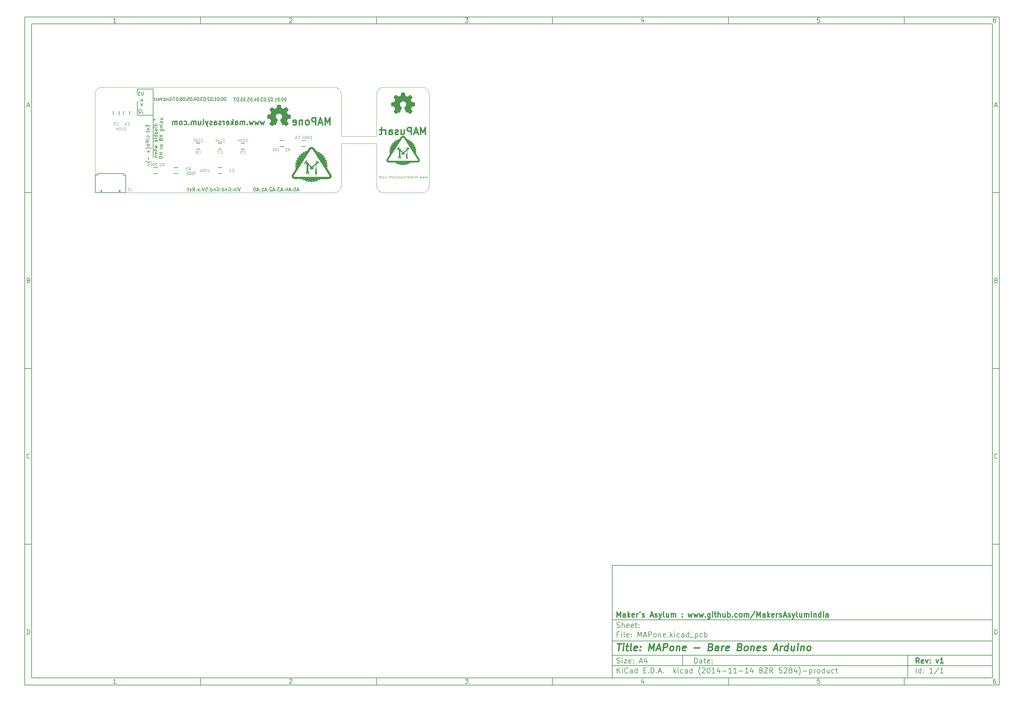
<source format=gbr>
G04 #@! TF.FileFunction,Legend,Bot*
%FSLAX46Y46*%
G04 Gerber Fmt 4.6, Leading zero omitted, Abs format (unit mm)*
G04 Created by KiCad (PCBNEW (2014-11-14 BZR 5284)-product) date Mon Dec  1 14:26:38 2014*
%MOMM*%
G01*
G04 APERTURE LIST*
%ADD10C,0.100000*%
%ADD11C,0.150000*%
%ADD12C,0.300000*%
%ADD13C,0.400000*%
%ADD14C,0.200000*%
%ADD15C,0.152400*%
%ADD16C,0.002540*%
%ADD17C,1.778000*%
%ADD18R,1.778000X1.778000*%
%ADD19R,2.540000X2.540000*%
%ADD20C,2.540000*%
%ADD21R,1.500000X1.300000*%
%ADD22C,3.048000*%
%ADD23R,4.572000X3.048000*%
%ADD24O,4.572000X3.048000*%
%ADD25O,3.048000X4.572000*%
%ADD26C,1.524000*%
%ADD27R,1.524000X1.524000*%
%ADD28O,1.727200X2.032000*%
%ADD29R,1.727200X2.032000*%
%ADD30C,1.676400*%
%ADD31R,1.676400X1.676400*%
%ADD32R,1.500000X1.250000*%
%ADD33R,1.250000X1.500000*%
%ADD34O,1.574800X2.286000*%
%ADD35R,1.574800X2.286000*%
%ADD36R,0.406400X1.371600*%
%ADD37R,1.600200X1.422400*%
%ADD38R,1.905000X1.905000*%
%ADD39C,1.905000*%
%ADD40C,1.501140*%
%ADD41R,1.501140X1.501140*%
%ADD42C,1.998980*%
%ADD43R,1.998980X1.998980*%
G04 APERTURE END LIST*
D10*
D11*
X177002200Y-166007200D02*
X177002200Y-198007200D01*
X285002200Y-198007200D01*
X285002200Y-166007200D01*
X177002200Y-166007200D01*
D10*
D11*
X10000000Y-10000000D02*
X10000000Y-200007200D01*
X287002200Y-200007200D01*
X287002200Y-10000000D01*
X10000000Y-10000000D01*
D10*
D11*
X12000000Y-12000000D02*
X12000000Y-198007200D01*
X285002200Y-198007200D01*
X285002200Y-12000000D01*
X12000000Y-12000000D01*
D10*
D11*
X60000000Y-12000000D02*
X60000000Y-10000000D01*
D10*
D11*
X110000000Y-12000000D02*
X110000000Y-10000000D01*
D10*
D11*
X160000000Y-12000000D02*
X160000000Y-10000000D01*
D10*
D11*
X210000000Y-12000000D02*
X210000000Y-10000000D01*
D10*
D11*
X260000000Y-12000000D02*
X260000000Y-10000000D01*
D10*
D11*
X35990476Y-11588095D02*
X35247619Y-11588095D01*
X35619048Y-11588095D02*
X35619048Y-10288095D01*
X35495238Y-10473810D01*
X35371429Y-10597619D01*
X35247619Y-10659524D01*
D10*
D11*
X85247619Y-10411905D02*
X85309524Y-10350000D01*
X85433333Y-10288095D01*
X85742857Y-10288095D01*
X85866667Y-10350000D01*
X85928571Y-10411905D01*
X85990476Y-10535714D01*
X85990476Y-10659524D01*
X85928571Y-10845238D01*
X85185714Y-11588095D01*
X85990476Y-11588095D01*
D10*
D11*
X135185714Y-10288095D02*
X135990476Y-10288095D01*
X135557143Y-10783333D01*
X135742857Y-10783333D01*
X135866667Y-10845238D01*
X135928571Y-10907143D01*
X135990476Y-11030952D01*
X135990476Y-11340476D01*
X135928571Y-11464286D01*
X135866667Y-11526190D01*
X135742857Y-11588095D01*
X135371429Y-11588095D01*
X135247619Y-11526190D01*
X135185714Y-11464286D01*
D10*
D11*
X185866667Y-10721429D02*
X185866667Y-11588095D01*
X185557143Y-10226190D02*
X185247619Y-11154762D01*
X186052381Y-11154762D01*
D10*
D11*
X235928571Y-10288095D02*
X235309524Y-10288095D01*
X235247619Y-10907143D01*
X235309524Y-10845238D01*
X235433333Y-10783333D01*
X235742857Y-10783333D01*
X235866667Y-10845238D01*
X235928571Y-10907143D01*
X235990476Y-11030952D01*
X235990476Y-11340476D01*
X235928571Y-11464286D01*
X235866667Y-11526190D01*
X235742857Y-11588095D01*
X235433333Y-11588095D01*
X235309524Y-11526190D01*
X235247619Y-11464286D01*
D10*
D11*
X285866667Y-10288095D02*
X285619048Y-10288095D01*
X285495238Y-10350000D01*
X285433333Y-10411905D01*
X285309524Y-10597619D01*
X285247619Y-10845238D01*
X285247619Y-11340476D01*
X285309524Y-11464286D01*
X285371429Y-11526190D01*
X285495238Y-11588095D01*
X285742857Y-11588095D01*
X285866667Y-11526190D01*
X285928571Y-11464286D01*
X285990476Y-11340476D01*
X285990476Y-11030952D01*
X285928571Y-10907143D01*
X285866667Y-10845238D01*
X285742857Y-10783333D01*
X285495238Y-10783333D01*
X285371429Y-10845238D01*
X285309524Y-10907143D01*
X285247619Y-11030952D01*
D10*
D11*
X60000000Y-198007200D02*
X60000000Y-200007200D01*
D10*
D11*
X110000000Y-198007200D02*
X110000000Y-200007200D01*
D10*
D11*
X160000000Y-198007200D02*
X160000000Y-200007200D01*
D10*
D11*
X210000000Y-198007200D02*
X210000000Y-200007200D01*
D10*
D11*
X260000000Y-198007200D02*
X260000000Y-200007200D01*
D10*
D11*
X35990476Y-199595295D02*
X35247619Y-199595295D01*
X35619048Y-199595295D02*
X35619048Y-198295295D01*
X35495238Y-198481010D01*
X35371429Y-198604819D01*
X35247619Y-198666724D01*
D10*
D11*
X85247619Y-198419105D02*
X85309524Y-198357200D01*
X85433333Y-198295295D01*
X85742857Y-198295295D01*
X85866667Y-198357200D01*
X85928571Y-198419105D01*
X85990476Y-198542914D01*
X85990476Y-198666724D01*
X85928571Y-198852438D01*
X85185714Y-199595295D01*
X85990476Y-199595295D01*
D10*
D11*
X135185714Y-198295295D02*
X135990476Y-198295295D01*
X135557143Y-198790533D01*
X135742857Y-198790533D01*
X135866667Y-198852438D01*
X135928571Y-198914343D01*
X135990476Y-199038152D01*
X135990476Y-199347676D01*
X135928571Y-199471486D01*
X135866667Y-199533390D01*
X135742857Y-199595295D01*
X135371429Y-199595295D01*
X135247619Y-199533390D01*
X135185714Y-199471486D01*
D10*
D11*
X185866667Y-198728629D02*
X185866667Y-199595295D01*
X185557143Y-198233390D02*
X185247619Y-199161962D01*
X186052381Y-199161962D01*
D10*
D11*
X235928571Y-198295295D02*
X235309524Y-198295295D01*
X235247619Y-198914343D01*
X235309524Y-198852438D01*
X235433333Y-198790533D01*
X235742857Y-198790533D01*
X235866667Y-198852438D01*
X235928571Y-198914343D01*
X235990476Y-199038152D01*
X235990476Y-199347676D01*
X235928571Y-199471486D01*
X235866667Y-199533390D01*
X235742857Y-199595295D01*
X235433333Y-199595295D01*
X235309524Y-199533390D01*
X235247619Y-199471486D01*
D10*
D11*
X285866667Y-198295295D02*
X285619048Y-198295295D01*
X285495238Y-198357200D01*
X285433333Y-198419105D01*
X285309524Y-198604819D01*
X285247619Y-198852438D01*
X285247619Y-199347676D01*
X285309524Y-199471486D01*
X285371429Y-199533390D01*
X285495238Y-199595295D01*
X285742857Y-199595295D01*
X285866667Y-199533390D01*
X285928571Y-199471486D01*
X285990476Y-199347676D01*
X285990476Y-199038152D01*
X285928571Y-198914343D01*
X285866667Y-198852438D01*
X285742857Y-198790533D01*
X285495238Y-198790533D01*
X285371429Y-198852438D01*
X285309524Y-198914343D01*
X285247619Y-199038152D01*
D10*
D11*
X10000000Y-60000000D02*
X12000000Y-60000000D01*
D10*
D11*
X10000000Y-110000000D02*
X12000000Y-110000000D01*
D10*
D11*
X10000000Y-160000000D02*
X12000000Y-160000000D01*
D10*
D11*
X10690476Y-35216667D02*
X11309524Y-35216667D01*
X10566667Y-35588095D02*
X11000000Y-34288095D01*
X11433333Y-35588095D01*
D10*
D11*
X11092857Y-84907143D02*
X11278571Y-84969048D01*
X11340476Y-85030952D01*
X11402381Y-85154762D01*
X11402381Y-85340476D01*
X11340476Y-85464286D01*
X11278571Y-85526190D01*
X11154762Y-85588095D01*
X10659524Y-85588095D01*
X10659524Y-84288095D01*
X11092857Y-84288095D01*
X11216667Y-84350000D01*
X11278571Y-84411905D01*
X11340476Y-84535714D01*
X11340476Y-84659524D01*
X11278571Y-84783333D01*
X11216667Y-84845238D01*
X11092857Y-84907143D01*
X10659524Y-84907143D01*
D10*
D11*
X11402381Y-135464286D02*
X11340476Y-135526190D01*
X11154762Y-135588095D01*
X11030952Y-135588095D01*
X10845238Y-135526190D01*
X10721429Y-135402381D01*
X10659524Y-135278571D01*
X10597619Y-135030952D01*
X10597619Y-134845238D01*
X10659524Y-134597619D01*
X10721429Y-134473810D01*
X10845238Y-134350000D01*
X11030952Y-134288095D01*
X11154762Y-134288095D01*
X11340476Y-134350000D01*
X11402381Y-134411905D01*
D10*
D11*
X10659524Y-185588095D02*
X10659524Y-184288095D01*
X10969048Y-184288095D01*
X11154762Y-184350000D01*
X11278571Y-184473810D01*
X11340476Y-184597619D01*
X11402381Y-184845238D01*
X11402381Y-185030952D01*
X11340476Y-185278571D01*
X11278571Y-185402381D01*
X11154762Y-185526190D01*
X10969048Y-185588095D01*
X10659524Y-185588095D01*
D10*
D11*
X287002200Y-60000000D02*
X285002200Y-60000000D01*
D10*
D11*
X287002200Y-110000000D02*
X285002200Y-110000000D01*
D10*
D11*
X287002200Y-160000000D02*
X285002200Y-160000000D01*
D10*
D11*
X285692676Y-35216667D02*
X286311724Y-35216667D01*
X285568867Y-35588095D02*
X286002200Y-34288095D01*
X286435533Y-35588095D01*
D10*
D11*
X286095057Y-84907143D02*
X286280771Y-84969048D01*
X286342676Y-85030952D01*
X286404581Y-85154762D01*
X286404581Y-85340476D01*
X286342676Y-85464286D01*
X286280771Y-85526190D01*
X286156962Y-85588095D01*
X285661724Y-85588095D01*
X285661724Y-84288095D01*
X286095057Y-84288095D01*
X286218867Y-84350000D01*
X286280771Y-84411905D01*
X286342676Y-84535714D01*
X286342676Y-84659524D01*
X286280771Y-84783333D01*
X286218867Y-84845238D01*
X286095057Y-84907143D01*
X285661724Y-84907143D01*
D10*
D11*
X286404581Y-135464286D02*
X286342676Y-135526190D01*
X286156962Y-135588095D01*
X286033152Y-135588095D01*
X285847438Y-135526190D01*
X285723629Y-135402381D01*
X285661724Y-135278571D01*
X285599819Y-135030952D01*
X285599819Y-134845238D01*
X285661724Y-134597619D01*
X285723629Y-134473810D01*
X285847438Y-134350000D01*
X286033152Y-134288095D01*
X286156962Y-134288095D01*
X286342676Y-134350000D01*
X286404581Y-134411905D01*
D10*
D11*
X285661724Y-185588095D02*
X285661724Y-184288095D01*
X285971248Y-184288095D01*
X286156962Y-184350000D01*
X286280771Y-184473810D01*
X286342676Y-184597619D01*
X286404581Y-184845238D01*
X286404581Y-185030952D01*
X286342676Y-185278571D01*
X286280771Y-185402381D01*
X286156962Y-185526190D01*
X285971248Y-185588095D01*
X285661724Y-185588095D01*
D10*
D11*
X200359343Y-193785771D02*
X200359343Y-192285771D01*
X200716486Y-192285771D01*
X200930771Y-192357200D01*
X201073629Y-192500057D01*
X201145057Y-192642914D01*
X201216486Y-192928629D01*
X201216486Y-193142914D01*
X201145057Y-193428629D01*
X201073629Y-193571486D01*
X200930771Y-193714343D01*
X200716486Y-193785771D01*
X200359343Y-193785771D01*
X202502200Y-193785771D02*
X202502200Y-193000057D01*
X202430771Y-192857200D01*
X202287914Y-192785771D01*
X202002200Y-192785771D01*
X201859343Y-192857200D01*
X202502200Y-193714343D02*
X202359343Y-193785771D01*
X202002200Y-193785771D01*
X201859343Y-193714343D01*
X201787914Y-193571486D01*
X201787914Y-193428629D01*
X201859343Y-193285771D01*
X202002200Y-193214343D01*
X202359343Y-193214343D01*
X202502200Y-193142914D01*
X203002200Y-192785771D02*
X203573629Y-192785771D01*
X203216486Y-192285771D02*
X203216486Y-193571486D01*
X203287914Y-193714343D01*
X203430772Y-193785771D01*
X203573629Y-193785771D01*
X204645057Y-193714343D02*
X204502200Y-193785771D01*
X204216486Y-193785771D01*
X204073629Y-193714343D01*
X204002200Y-193571486D01*
X204002200Y-193000057D01*
X204073629Y-192857200D01*
X204216486Y-192785771D01*
X204502200Y-192785771D01*
X204645057Y-192857200D01*
X204716486Y-193000057D01*
X204716486Y-193142914D01*
X204002200Y-193285771D01*
X205359343Y-193642914D02*
X205430771Y-193714343D01*
X205359343Y-193785771D01*
X205287914Y-193714343D01*
X205359343Y-193642914D01*
X205359343Y-193785771D01*
X205359343Y-192857200D02*
X205430771Y-192928629D01*
X205359343Y-193000057D01*
X205287914Y-192928629D01*
X205359343Y-192857200D01*
X205359343Y-193000057D01*
D10*
D11*
X177002200Y-194507200D02*
X285002200Y-194507200D01*
D10*
D11*
X178359343Y-196585771D02*
X178359343Y-195085771D01*
X179216486Y-196585771D02*
X178573629Y-195728629D01*
X179216486Y-195085771D02*
X178359343Y-195942914D01*
X179859343Y-196585771D02*
X179859343Y-195585771D01*
X179859343Y-195085771D02*
X179787914Y-195157200D01*
X179859343Y-195228629D01*
X179930771Y-195157200D01*
X179859343Y-195085771D01*
X179859343Y-195228629D01*
X181430772Y-196442914D02*
X181359343Y-196514343D01*
X181145057Y-196585771D01*
X181002200Y-196585771D01*
X180787915Y-196514343D01*
X180645057Y-196371486D01*
X180573629Y-196228629D01*
X180502200Y-195942914D01*
X180502200Y-195728629D01*
X180573629Y-195442914D01*
X180645057Y-195300057D01*
X180787915Y-195157200D01*
X181002200Y-195085771D01*
X181145057Y-195085771D01*
X181359343Y-195157200D01*
X181430772Y-195228629D01*
X182716486Y-196585771D02*
X182716486Y-195800057D01*
X182645057Y-195657200D01*
X182502200Y-195585771D01*
X182216486Y-195585771D01*
X182073629Y-195657200D01*
X182716486Y-196514343D02*
X182573629Y-196585771D01*
X182216486Y-196585771D01*
X182073629Y-196514343D01*
X182002200Y-196371486D01*
X182002200Y-196228629D01*
X182073629Y-196085771D01*
X182216486Y-196014343D01*
X182573629Y-196014343D01*
X182716486Y-195942914D01*
X184073629Y-196585771D02*
X184073629Y-195085771D01*
X184073629Y-196514343D02*
X183930772Y-196585771D01*
X183645058Y-196585771D01*
X183502200Y-196514343D01*
X183430772Y-196442914D01*
X183359343Y-196300057D01*
X183359343Y-195871486D01*
X183430772Y-195728629D01*
X183502200Y-195657200D01*
X183645058Y-195585771D01*
X183930772Y-195585771D01*
X184073629Y-195657200D01*
X185930772Y-195800057D02*
X186430772Y-195800057D01*
X186645058Y-196585771D02*
X185930772Y-196585771D01*
X185930772Y-195085771D01*
X186645058Y-195085771D01*
X187287915Y-196442914D02*
X187359343Y-196514343D01*
X187287915Y-196585771D01*
X187216486Y-196514343D01*
X187287915Y-196442914D01*
X187287915Y-196585771D01*
X188002201Y-196585771D02*
X188002201Y-195085771D01*
X188359344Y-195085771D01*
X188573629Y-195157200D01*
X188716487Y-195300057D01*
X188787915Y-195442914D01*
X188859344Y-195728629D01*
X188859344Y-195942914D01*
X188787915Y-196228629D01*
X188716487Y-196371486D01*
X188573629Y-196514343D01*
X188359344Y-196585771D01*
X188002201Y-196585771D01*
X189502201Y-196442914D02*
X189573629Y-196514343D01*
X189502201Y-196585771D01*
X189430772Y-196514343D01*
X189502201Y-196442914D01*
X189502201Y-196585771D01*
X190145058Y-196157200D02*
X190859344Y-196157200D01*
X190002201Y-196585771D02*
X190502201Y-195085771D01*
X191002201Y-196585771D01*
X191502201Y-196442914D02*
X191573629Y-196514343D01*
X191502201Y-196585771D01*
X191430772Y-196514343D01*
X191502201Y-196442914D01*
X191502201Y-196585771D01*
X194502201Y-196585771D02*
X194502201Y-195085771D01*
X194645058Y-196014343D02*
X195073629Y-196585771D01*
X195073629Y-195585771D02*
X194502201Y-196157200D01*
X195716487Y-196585771D02*
X195716487Y-195585771D01*
X195716487Y-195085771D02*
X195645058Y-195157200D01*
X195716487Y-195228629D01*
X195787915Y-195157200D01*
X195716487Y-195085771D01*
X195716487Y-195228629D01*
X197073630Y-196514343D02*
X196930773Y-196585771D01*
X196645059Y-196585771D01*
X196502201Y-196514343D01*
X196430773Y-196442914D01*
X196359344Y-196300057D01*
X196359344Y-195871486D01*
X196430773Y-195728629D01*
X196502201Y-195657200D01*
X196645059Y-195585771D01*
X196930773Y-195585771D01*
X197073630Y-195657200D01*
X198359344Y-196585771D02*
X198359344Y-195800057D01*
X198287915Y-195657200D01*
X198145058Y-195585771D01*
X197859344Y-195585771D01*
X197716487Y-195657200D01*
X198359344Y-196514343D02*
X198216487Y-196585771D01*
X197859344Y-196585771D01*
X197716487Y-196514343D01*
X197645058Y-196371486D01*
X197645058Y-196228629D01*
X197716487Y-196085771D01*
X197859344Y-196014343D01*
X198216487Y-196014343D01*
X198359344Y-195942914D01*
X199716487Y-196585771D02*
X199716487Y-195085771D01*
X199716487Y-196514343D02*
X199573630Y-196585771D01*
X199287916Y-196585771D01*
X199145058Y-196514343D01*
X199073630Y-196442914D01*
X199002201Y-196300057D01*
X199002201Y-195871486D01*
X199073630Y-195728629D01*
X199145058Y-195657200D01*
X199287916Y-195585771D01*
X199573630Y-195585771D01*
X199716487Y-195657200D01*
X202002201Y-197157200D02*
X201930773Y-197085771D01*
X201787916Y-196871486D01*
X201716487Y-196728629D01*
X201645058Y-196514343D01*
X201573630Y-196157200D01*
X201573630Y-195871486D01*
X201645058Y-195514343D01*
X201716487Y-195300057D01*
X201787916Y-195157200D01*
X201930773Y-194942914D01*
X202002201Y-194871486D01*
X202502201Y-195228629D02*
X202573630Y-195157200D01*
X202716487Y-195085771D01*
X203073630Y-195085771D01*
X203216487Y-195157200D01*
X203287916Y-195228629D01*
X203359344Y-195371486D01*
X203359344Y-195514343D01*
X203287916Y-195728629D01*
X202430773Y-196585771D01*
X203359344Y-196585771D01*
X204287915Y-195085771D02*
X204430772Y-195085771D01*
X204573629Y-195157200D01*
X204645058Y-195228629D01*
X204716487Y-195371486D01*
X204787915Y-195657200D01*
X204787915Y-196014343D01*
X204716487Y-196300057D01*
X204645058Y-196442914D01*
X204573629Y-196514343D01*
X204430772Y-196585771D01*
X204287915Y-196585771D01*
X204145058Y-196514343D01*
X204073629Y-196442914D01*
X204002201Y-196300057D01*
X203930772Y-196014343D01*
X203930772Y-195657200D01*
X204002201Y-195371486D01*
X204073629Y-195228629D01*
X204145058Y-195157200D01*
X204287915Y-195085771D01*
X206216486Y-196585771D02*
X205359343Y-196585771D01*
X205787915Y-196585771D02*
X205787915Y-195085771D01*
X205645058Y-195300057D01*
X205502200Y-195442914D01*
X205359343Y-195514343D01*
X207502200Y-195585771D02*
X207502200Y-196585771D01*
X207145057Y-195014343D02*
X206787914Y-196085771D01*
X207716486Y-196085771D01*
X208287914Y-196014343D02*
X209430771Y-196014343D01*
X210930771Y-196585771D02*
X210073628Y-196585771D01*
X210502200Y-196585771D02*
X210502200Y-195085771D01*
X210359343Y-195300057D01*
X210216485Y-195442914D01*
X210073628Y-195514343D01*
X212359342Y-196585771D02*
X211502199Y-196585771D01*
X211930771Y-196585771D02*
X211930771Y-195085771D01*
X211787914Y-195300057D01*
X211645056Y-195442914D01*
X211502199Y-195514343D01*
X213002199Y-196014343D02*
X214145056Y-196014343D01*
X215645056Y-196585771D02*
X214787913Y-196585771D01*
X215216485Y-196585771D02*
X215216485Y-195085771D01*
X215073628Y-195300057D01*
X214930770Y-195442914D01*
X214787913Y-195514343D01*
X216930770Y-195585771D02*
X216930770Y-196585771D01*
X216573627Y-195014343D02*
X216216484Y-196085771D01*
X217145056Y-196085771D01*
X219359341Y-195800057D02*
X219573627Y-195871486D01*
X219645055Y-195942914D01*
X219716484Y-196085771D01*
X219716484Y-196300057D01*
X219645055Y-196442914D01*
X219573627Y-196514343D01*
X219430769Y-196585771D01*
X218859341Y-196585771D01*
X218859341Y-195085771D01*
X219359341Y-195085771D01*
X219502198Y-195157200D01*
X219573627Y-195228629D01*
X219645055Y-195371486D01*
X219645055Y-195514343D01*
X219573627Y-195657200D01*
X219502198Y-195728629D01*
X219359341Y-195800057D01*
X218859341Y-195800057D01*
X220216484Y-195085771D02*
X221216484Y-195085771D01*
X220216484Y-196585771D01*
X221216484Y-196585771D01*
X222645055Y-196585771D02*
X222145055Y-195871486D01*
X221787912Y-196585771D02*
X221787912Y-195085771D01*
X222359340Y-195085771D01*
X222502198Y-195157200D01*
X222573626Y-195228629D01*
X222645055Y-195371486D01*
X222645055Y-195585771D01*
X222573626Y-195728629D01*
X222502198Y-195800057D01*
X222359340Y-195871486D01*
X221787912Y-195871486D01*
X225145055Y-195085771D02*
X224430769Y-195085771D01*
X224359340Y-195800057D01*
X224430769Y-195728629D01*
X224573626Y-195657200D01*
X224930769Y-195657200D01*
X225073626Y-195728629D01*
X225145055Y-195800057D01*
X225216483Y-195942914D01*
X225216483Y-196300057D01*
X225145055Y-196442914D01*
X225073626Y-196514343D01*
X224930769Y-196585771D01*
X224573626Y-196585771D01*
X224430769Y-196514343D01*
X224359340Y-196442914D01*
X225787911Y-195228629D02*
X225859340Y-195157200D01*
X226002197Y-195085771D01*
X226359340Y-195085771D01*
X226502197Y-195157200D01*
X226573626Y-195228629D01*
X226645054Y-195371486D01*
X226645054Y-195514343D01*
X226573626Y-195728629D01*
X225716483Y-196585771D01*
X226645054Y-196585771D01*
X227502197Y-195728629D02*
X227359339Y-195657200D01*
X227287911Y-195585771D01*
X227216482Y-195442914D01*
X227216482Y-195371486D01*
X227287911Y-195228629D01*
X227359339Y-195157200D01*
X227502197Y-195085771D01*
X227787911Y-195085771D01*
X227930768Y-195157200D01*
X228002197Y-195228629D01*
X228073625Y-195371486D01*
X228073625Y-195442914D01*
X228002197Y-195585771D01*
X227930768Y-195657200D01*
X227787911Y-195728629D01*
X227502197Y-195728629D01*
X227359339Y-195800057D01*
X227287911Y-195871486D01*
X227216482Y-196014343D01*
X227216482Y-196300057D01*
X227287911Y-196442914D01*
X227359339Y-196514343D01*
X227502197Y-196585771D01*
X227787911Y-196585771D01*
X227930768Y-196514343D01*
X228002197Y-196442914D01*
X228073625Y-196300057D01*
X228073625Y-196014343D01*
X228002197Y-195871486D01*
X227930768Y-195800057D01*
X227787911Y-195728629D01*
X229359339Y-195585771D02*
X229359339Y-196585771D01*
X229002196Y-195014343D02*
X228645053Y-196085771D01*
X229573625Y-196085771D01*
X230002196Y-197157200D02*
X230073624Y-197085771D01*
X230216481Y-196871486D01*
X230287910Y-196728629D01*
X230359339Y-196514343D01*
X230430767Y-196157200D01*
X230430767Y-195871486D01*
X230359339Y-195514343D01*
X230287910Y-195300057D01*
X230216481Y-195157200D01*
X230073624Y-194942914D01*
X230002196Y-194871486D01*
X231145053Y-196014343D02*
X232287910Y-196014343D01*
X233002196Y-195585771D02*
X233002196Y-197085771D01*
X233002196Y-195657200D02*
X233145053Y-195585771D01*
X233430767Y-195585771D01*
X233573624Y-195657200D01*
X233645053Y-195728629D01*
X233716482Y-195871486D01*
X233716482Y-196300057D01*
X233645053Y-196442914D01*
X233573624Y-196514343D01*
X233430767Y-196585771D01*
X233145053Y-196585771D01*
X233002196Y-196514343D01*
X234359339Y-196585771D02*
X234359339Y-195585771D01*
X234359339Y-195871486D02*
X234430767Y-195728629D01*
X234502196Y-195657200D01*
X234645053Y-195585771D01*
X234787910Y-195585771D01*
X235502196Y-196585771D02*
X235359338Y-196514343D01*
X235287910Y-196442914D01*
X235216481Y-196300057D01*
X235216481Y-195871486D01*
X235287910Y-195728629D01*
X235359338Y-195657200D01*
X235502196Y-195585771D01*
X235716481Y-195585771D01*
X235859338Y-195657200D01*
X235930767Y-195728629D01*
X236002196Y-195871486D01*
X236002196Y-196300057D01*
X235930767Y-196442914D01*
X235859338Y-196514343D01*
X235716481Y-196585771D01*
X235502196Y-196585771D01*
X237287910Y-196585771D02*
X237287910Y-195085771D01*
X237287910Y-196514343D02*
X237145053Y-196585771D01*
X236859339Y-196585771D01*
X236716481Y-196514343D01*
X236645053Y-196442914D01*
X236573624Y-196300057D01*
X236573624Y-195871486D01*
X236645053Y-195728629D01*
X236716481Y-195657200D01*
X236859339Y-195585771D01*
X237145053Y-195585771D01*
X237287910Y-195657200D01*
X238645053Y-195585771D02*
X238645053Y-196585771D01*
X238002196Y-195585771D02*
X238002196Y-196371486D01*
X238073624Y-196514343D01*
X238216482Y-196585771D01*
X238430767Y-196585771D01*
X238573624Y-196514343D01*
X238645053Y-196442914D01*
X240002196Y-196514343D02*
X239859339Y-196585771D01*
X239573625Y-196585771D01*
X239430767Y-196514343D01*
X239359339Y-196442914D01*
X239287910Y-196300057D01*
X239287910Y-195871486D01*
X239359339Y-195728629D01*
X239430767Y-195657200D01*
X239573625Y-195585771D01*
X239859339Y-195585771D01*
X240002196Y-195657200D01*
X240430767Y-195585771D02*
X241002196Y-195585771D01*
X240645053Y-195085771D02*
X240645053Y-196371486D01*
X240716481Y-196514343D01*
X240859339Y-196585771D01*
X241002196Y-196585771D01*
D10*
D11*
X177002200Y-191507200D02*
X285002200Y-191507200D01*
D10*
D12*
X264216486Y-193785771D02*
X263716486Y-193071486D01*
X263359343Y-193785771D02*
X263359343Y-192285771D01*
X263930771Y-192285771D01*
X264073629Y-192357200D01*
X264145057Y-192428629D01*
X264216486Y-192571486D01*
X264216486Y-192785771D01*
X264145057Y-192928629D01*
X264073629Y-193000057D01*
X263930771Y-193071486D01*
X263359343Y-193071486D01*
X265430771Y-193714343D02*
X265287914Y-193785771D01*
X265002200Y-193785771D01*
X264859343Y-193714343D01*
X264787914Y-193571486D01*
X264787914Y-193000057D01*
X264859343Y-192857200D01*
X265002200Y-192785771D01*
X265287914Y-192785771D01*
X265430771Y-192857200D01*
X265502200Y-193000057D01*
X265502200Y-193142914D01*
X264787914Y-193285771D01*
X266002200Y-192785771D02*
X266359343Y-193785771D01*
X266716485Y-192785771D01*
X267287914Y-193642914D02*
X267359342Y-193714343D01*
X267287914Y-193785771D01*
X267216485Y-193714343D01*
X267287914Y-193642914D01*
X267287914Y-193785771D01*
X267287914Y-192857200D02*
X267359342Y-192928629D01*
X267287914Y-193000057D01*
X267216485Y-192928629D01*
X267287914Y-192857200D01*
X267287914Y-193000057D01*
X269002200Y-192785771D02*
X269359343Y-193785771D01*
X269716485Y-192785771D01*
X271073628Y-193785771D02*
X270216485Y-193785771D01*
X270645057Y-193785771D02*
X270645057Y-192285771D01*
X270502200Y-192500057D01*
X270359342Y-192642914D01*
X270216485Y-192714343D01*
D10*
D11*
X178287914Y-193714343D02*
X178502200Y-193785771D01*
X178859343Y-193785771D01*
X179002200Y-193714343D01*
X179073629Y-193642914D01*
X179145057Y-193500057D01*
X179145057Y-193357200D01*
X179073629Y-193214343D01*
X179002200Y-193142914D01*
X178859343Y-193071486D01*
X178573629Y-193000057D01*
X178430771Y-192928629D01*
X178359343Y-192857200D01*
X178287914Y-192714343D01*
X178287914Y-192571486D01*
X178359343Y-192428629D01*
X178430771Y-192357200D01*
X178573629Y-192285771D01*
X178930771Y-192285771D01*
X179145057Y-192357200D01*
X179787914Y-193785771D02*
X179787914Y-192785771D01*
X179787914Y-192285771D02*
X179716485Y-192357200D01*
X179787914Y-192428629D01*
X179859342Y-192357200D01*
X179787914Y-192285771D01*
X179787914Y-192428629D01*
X180359343Y-192785771D02*
X181145057Y-192785771D01*
X180359343Y-193785771D01*
X181145057Y-193785771D01*
X182287914Y-193714343D02*
X182145057Y-193785771D01*
X181859343Y-193785771D01*
X181716486Y-193714343D01*
X181645057Y-193571486D01*
X181645057Y-193000057D01*
X181716486Y-192857200D01*
X181859343Y-192785771D01*
X182145057Y-192785771D01*
X182287914Y-192857200D01*
X182359343Y-193000057D01*
X182359343Y-193142914D01*
X181645057Y-193285771D01*
X183002200Y-193642914D02*
X183073628Y-193714343D01*
X183002200Y-193785771D01*
X182930771Y-193714343D01*
X183002200Y-193642914D01*
X183002200Y-193785771D01*
X183002200Y-192857200D02*
X183073628Y-192928629D01*
X183002200Y-193000057D01*
X182930771Y-192928629D01*
X183002200Y-192857200D01*
X183002200Y-193000057D01*
X184787914Y-193357200D02*
X185502200Y-193357200D01*
X184645057Y-193785771D02*
X185145057Y-192285771D01*
X185645057Y-193785771D01*
X186787914Y-192785771D02*
X186787914Y-193785771D01*
X186430771Y-192214343D02*
X186073628Y-193285771D01*
X187002200Y-193285771D01*
D10*
D11*
X263359343Y-196585771D02*
X263359343Y-195085771D01*
X264716486Y-196585771D02*
X264716486Y-195085771D01*
X264716486Y-196514343D02*
X264573629Y-196585771D01*
X264287915Y-196585771D01*
X264145057Y-196514343D01*
X264073629Y-196442914D01*
X264002200Y-196300057D01*
X264002200Y-195871486D01*
X264073629Y-195728629D01*
X264145057Y-195657200D01*
X264287915Y-195585771D01*
X264573629Y-195585771D01*
X264716486Y-195657200D01*
X265430772Y-196442914D02*
X265502200Y-196514343D01*
X265430772Y-196585771D01*
X265359343Y-196514343D01*
X265430772Y-196442914D01*
X265430772Y-196585771D01*
X265430772Y-195657200D02*
X265502200Y-195728629D01*
X265430772Y-195800057D01*
X265359343Y-195728629D01*
X265430772Y-195657200D01*
X265430772Y-195800057D01*
X268073629Y-196585771D02*
X267216486Y-196585771D01*
X267645058Y-196585771D02*
X267645058Y-195085771D01*
X267502201Y-195300057D01*
X267359343Y-195442914D01*
X267216486Y-195514343D01*
X269787914Y-195014343D02*
X268502200Y-196942914D01*
X271073629Y-196585771D02*
X270216486Y-196585771D01*
X270645058Y-196585771D02*
X270645058Y-195085771D01*
X270502201Y-195300057D01*
X270359343Y-195442914D01*
X270216486Y-195514343D01*
D10*
D11*
X177002200Y-187507200D02*
X285002200Y-187507200D01*
D10*
D13*
X178454581Y-188211962D02*
X179597438Y-188211962D01*
X178776010Y-190211962D02*
X179026010Y-188211962D01*
X180014105Y-190211962D02*
X180180771Y-188878629D01*
X180264105Y-188211962D02*
X180156962Y-188307200D01*
X180240295Y-188402438D01*
X180347439Y-188307200D01*
X180264105Y-188211962D01*
X180240295Y-188402438D01*
X180847438Y-188878629D02*
X181609343Y-188878629D01*
X181216486Y-188211962D02*
X181002200Y-189926248D01*
X181073630Y-190116724D01*
X181252201Y-190211962D01*
X181442677Y-190211962D01*
X182395058Y-190211962D02*
X182216487Y-190116724D01*
X182145057Y-189926248D01*
X182359343Y-188211962D01*
X183930772Y-190116724D02*
X183728391Y-190211962D01*
X183347439Y-190211962D01*
X183168867Y-190116724D01*
X183097438Y-189926248D01*
X183192676Y-189164343D01*
X183311724Y-188973867D01*
X183514105Y-188878629D01*
X183895057Y-188878629D01*
X184073629Y-188973867D01*
X184145057Y-189164343D01*
X184121248Y-189354819D01*
X183145057Y-189545295D01*
X184895057Y-190021486D02*
X184978392Y-190116724D01*
X184871248Y-190211962D01*
X184787915Y-190116724D01*
X184895057Y-190021486D01*
X184871248Y-190211962D01*
X185026010Y-188973867D02*
X185109344Y-189069105D01*
X185002200Y-189164343D01*
X184918867Y-189069105D01*
X185026010Y-188973867D01*
X185002200Y-189164343D01*
X187347439Y-190211962D02*
X187597439Y-188211962D01*
X188085534Y-189640533D01*
X188930773Y-188211962D01*
X188680773Y-190211962D01*
X189609343Y-189640533D02*
X190561724Y-189640533D01*
X189347439Y-190211962D02*
X190264106Y-188211962D01*
X190680773Y-190211962D01*
X191347439Y-190211962D02*
X191597439Y-188211962D01*
X192359344Y-188211962D01*
X192537915Y-188307200D01*
X192621249Y-188402438D01*
X192692678Y-188592914D01*
X192656963Y-188878629D01*
X192537916Y-189069105D01*
X192430772Y-189164343D01*
X192228391Y-189259581D01*
X191466486Y-189259581D01*
X193633154Y-190211962D02*
X193454583Y-190116724D01*
X193371248Y-190021486D01*
X193299820Y-189831010D01*
X193371248Y-189259581D01*
X193490296Y-189069105D01*
X193597440Y-188973867D01*
X193799820Y-188878629D01*
X194085534Y-188878629D01*
X194264106Y-188973867D01*
X194347439Y-189069105D01*
X194418867Y-189259581D01*
X194347439Y-189831010D01*
X194228391Y-190021486D01*
X194121249Y-190116724D01*
X193918868Y-190211962D01*
X193633154Y-190211962D01*
X195323629Y-188878629D02*
X195156963Y-190211962D01*
X195299820Y-189069105D02*
X195406964Y-188973867D01*
X195609344Y-188878629D01*
X195895058Y-188878629D01*
X196073630Y-188973867D01*
X196145058Y-189164343D01*
X196014106Y-190211962D01*
X197740297Y-190116724D02*
X197537916Y-190211962D01*
X197156964Y-190211962D01*
X196978392Y-190116724D01*
X196906963Y-189926248D01*
X197002201Y-189164343D01*
X197121249Y-188973867D01*
X197323630Y-188878629D01*
X197704582Y-188878629D01*
X197883154Y-188973867D01*
X197954582Y-189164343D01*
X197930773Y-189354819D01*
X196954582Y-189545295D01*
X200299821Y-189450057D02*
X201823631Y-189450057D01*
X205002202Y-189164343D02*
X205276011Y-189259581D01*
X205359346Y-189354819D01*
X205430774Y-189545295D01*
X205395060Y-189831010D01*
X205276012Y-190021486D01*
X205168869Y-190116724D01*
X204966488Y-190211962D01*
X204204583Y-190211962D01*
X204454583Y-188211962D01*
X205121250Y-188211962D01*
X205299821Y-188307200D01*
X205383154Y-188402438D01*
X205454584Y-188592914D01*
X205430774Y-188783390D01*
X205311726Y-188973867D01*
X205204583Y-189069105D01*
X205002202Y-189164343D01*
X204335535Y-189164343D01*
X207061726Y-190211962D02*
X207192678Y-189164343D01*
X207121250Y-188973867D01*
X206942678Y-188878629D01*
X206561726Y-188878629D01*
X206359345Y-188973867D01*
X207073631Y-190116724D02*
X206871250Y-190211962D01*
X206395060Y-190211962D01*
X206216488Y-190116724D01*
X206145059Y-189926248D01*
X206168869Y-189735771D01*
X206287916Y-189545295D01*
X206490298Y-189450057D01*
X206966488Y-189450057D01*
X207168869Y-189354819D01*
X208014107Y-190211962D02*
X208180773Y-188878629D01*
X208133154Y-189259581D02*
X208252203Y-189069105D01*
X208359346Y-188973867D01*
X208561726Y-188878629D01*
X208752202Y-188878629D01*
X210026012Y-190116724D02*
X209823631Y-190211962D01*
X209442679Y-190211962D01*
X209264107Y-190116724D01*
X209192678Y-189926248D01*
X209287916Y-189164343D01*
X209406964Y-188973867D01*
X209609345Y-188878629D01*
X209990297Y-188878629D01*
X210168869Y-188973867D01*
X210240297Y-189164343D01*
X210216488Y-189354819D01*
X209240297Y-189545295D01*
X213287917Y-189164343D02*
X213561726Y-189259581D01*
X213645061Y-189354819D01*
X213716489Y-189545295D01*
X213680775Y-189831010D01*
X213561727Y-190021486D01*
X213454584Y-190116724D01*
X213252203Y-190211962D01*
X212490298Y-190211962D01*
X212740298Y-188211962D01*
X213406965Y-188211962D01*
X213585536Y-188307200D01*
X213668869Y-188402438D01*
X213740299Y-188592914D01*
X213716489Y-188783390D01*
X213597441Y-188973867D01*
X213490298Y-189069105D01*
X213287917Y-189164343D01*
X212621250Y-189164343D01*
X214776013Y-190211962D02*
X214597442Y-190116724D01*
X214514107Y-190021486D01*
X214442679Y-189831010D01*
X214514107Y-189259581D01*
X214633155Y-189069105D01*
X214740299Y-188973867D01*
X214942679Y-188878629D01*
X215228393Y-188878629D01*
X215406965Y-188973867D01*
X215490298Y-189069105D01*
X215561726Y-189259581D01*
X215490298Y-189831010D01*
X215371250Y-190021486D01*
X215264108Y-190116724D01*
X215061727Y-190211962D01*
X214776013Y-190211962D01*
X216466488Y-188878629D02*
X216299822Y-190211962D01*
X216442679Y-189069105D02*
X216549823Y-188973867D01*
X216752203Y-188878629D01*
X217037917Y-188878629D01*
X217216489Y-188973867D01*
X217287917Y-189164343D01*
X217156965Y-190211962D01*
X218883156Y-190116724D02*
X218680775Y-190211962D01*
X218299823Y-190211962D01*
X218121251Y-190116724D01*
X218049822Y-189926248D01*
X218145060Y-189164343D01*
X218264108Y-188973867D01*
X218466489Y-188878629D01*
X218847441Y-188878629D01*
X219026013Y-188973867D01*
X219097441Y-189164343D01*
X219073632Y-189354819D01*
X218097441Y-189545295D01*
X219740299Y-190116724D02*
X219918871Y-190211962D01*
X220299823Y-190211962D01*
X220502204Y-190116724D01*
X220621251Y-189926248D01*
X220633156Y-189831010D01*
X220561727Y-189640533D01*
X220383156Y-189545295D01*
X220097442Y-189545295D01*
X219918870Y-189450057D01*
X219847441Y-189259581D01*
X219859346Y-189164343D01*
X219978394Y-188973867D01*
X220180775Y-188878629D01*
X220466489Y-188878629D01*
X220645061Y-188973867D01*
X222942680Y-189640533D02*
X223895061Y-189640533D01*
X222680776Y-190211962D02*
X223597443Y-188211962D01*
X224014110Y-190211962D01*
X224680776Y-190211962D02*
X224847442Y-188878629D01*
X224799823Y-189259581D02*
X224918872Y-189069105D01*
X225026015Y-188973867D01*
X225228395Y-188878629D01*
X225418871Y-188878629D01*
X226776014Y-190211962D02*
X227026014Y-188211962D01*
X226787919Y-190116724D02*
X226585538Y-190211962D01*
X226204586Y-190211962D01*
X226026015Y-190116724D01*
X225942680Y-190021486D01*
X225871252Y-189831010D01*
X225942680Y-189259581D01*
X226061728Y-189069105D01*
X226168872Y-188973867D01*
X226371252Y-188878629D01*
X226752204Y-188878629D01*
X226930776Y-188973867D01*
X228752204Y-188878629D02*
X228585538Y-190211962D01*
X227895061Y-188878629D02*
X227764109Y-189926248D01*
X227835539Y-190116724D01*
X228014110Y-190211962D01*
X228299824Y-190211962D01*
X228502205Y-190116724D01*
X228609347Y-190021486D01*
X229537919Y-190211962D02*
X229704585Y-188878629D01*
X229787919Y-188211962D02*
X229680776Y-188307200D01*
X229764109Y-188402438D01*
X229871253Y-188307200D01*
X229787919Y-188211962D01*
X229764109Y-188402438D01*
X230656966Y-188878629D02*
X230490300Y-190211962D01*
X230633157Y-189069105D02*
X230740301Y-188973867D01*
X230942681Y-188878629D01*
X231228395Y-188878629D01*
X231406967Y-188973867D01*
X231478395Y-189164343D01*
X231347443Y-190211962D01*
X232585539Y-190211962D02*
X232406968Y-190116724D01*
X232323633Y-190021486D01*
X232252205Y-189831010D01*
X232323633Y-189259581D01*
X232442681Y-189069105D01*
X232549825Y-188973867D01*
X232752205Y-188878629D01*
X233037919Y-188878629D01*
X233216491Y-188973867D01*
X233299824Y-189069105D01*
X233371252Y-189259581D01*
X233299824Y-189831010D01*
X233180776Y-190021486D01*
X233073634Y-190116724D01*
X232871253Y-190211962D01*
X232585539Y-190211962D01*
D10*
D11*
X178859343Y-185600057D02*
X178359343Y-185600057D01*
X178359343Y-186385771D02*
X178359343Y-184885771D01*
X179073629Y-184885771D01*
X179645057Y-186385771D02*
X179645057Y-185385771D01*
X179645057Y-184885771D02*
X179573628Y-184957200D01*
X179645057Y-185028629D01*
X179716485Y-184957200D01*
X179645057Y-184885771D01*
X179645057Y-185028629D01*
X180573629Y-186385771D02*
X180430771Y-186314343D01*
X180359343Y-186171486D01*
X180359343Y-184885771D01*
X181716485Y-186314343D02*
X181573628Y-186385771D01*
X181287914Y-186385771D01*
X181145057Y-186314343D01*
X181073628Y-186171486D01*
X181073628Y-185600057D01*
X181145057Y-185457200D01*
X181287914Y-185385771D01*
X181573628Y-185385771D01*
X181716485Y-185457200D01*
X181787914Y-185600057D01*
X181787914Y-185742914D01*
X181073628Y-185885771D01*
X182430771Y-186242914D02*
X182502199Y-186314343D01*
X182430771Y-186385771D01*
X182359342Y-186314343D01*
X182430771Y-186242914D01*
X182430771Y-186385771D01*
X182430771Y-185457200D02*
X182502199Y-185528629D01*
X182430771Y-185600057D01*
X182359342Y-185528629D01*
X182430771Y-185457200D01*
X182430771Y-185600057D01*
X184287914Y-186385771D02*
X184287914Y-184885771D01*
X184787914Y-185957200D01*
X185287914Y-184885771D01*
X185287914Y-186385771D01*
X185930771Y-185957200D02*
X186645057Y-185957200D01*
X185787914Y-186385771D02*
X186287914Y-184885771D01*
X186787914Y-186385771D01*
X187287914Y-186385771D02*
X187287914Y-184885771D01*
X187859342Y-184885771D01*
X188002200Y-184957200D01*
X188073628Y-185028629D01*
X188145057Y-185171486D01*
X188145057Y-185385771D01*
X188073628Y-185528629D01*
X188002200Y-185600057D01*
X187859342Y-185671486D01*
X187287914Y-185671486D01*
X189002200Y-186385771D02*
X188859342Y-186314343D01*
X188787914Y-186242914D01*
X188716485Y-186100057D01*
X188716485Y-185671486D01*
X188787914Y-185528629D01*
X188859342Y-185457200D01*
X189002200Y-185385771D01*
X189216485Y-185385771D01*
X189359342Y-185457200D01*
X189430771Y-185528629D01*
X189502200Y-185671486D01*
X189502200Y-186100057D01*
X189430771Y-186242914D01*
X189359342Y-186314343D01*
X189216485Y-186385771D01*
X189002200Y-186385771D01*
X190145057Y-185385771D02*
X190145057Y-186385771D01*
X190145057Y-185528629D02*
X190216485Y-185457200D01*
X190359343Y-185385771D01*
X190573628Y-185385771D01*
X190716485Y-185457200D01*
X190787914Y-185600057D01*
X190787914Y-186385771D01*
X192073628Y-186314343D02*
X191930771Y-186385771D01*
X191645057Y-186385771D01*
X191502200Y-186314343D01*
X191430771Y-186171486D01*
X191430771Y-185600057D01*
X191502200Y-185457200D01*
X191645057Y-185385771D01*
X191930771Y-185385771D01*
X192073628Y-185457200D01*
X192145057Y-185600057D01*
X192145057Y-185742914D01*
X191430771Y-185885771D01*
X192787914Y-186242914D02*
X192859342Y-186314343D01*
X192787914Y-186385771D01*
X192716485Y-186314343D01*
X192787914Y-186242914D01*
X192787914Y-186385771D01*
X193502200Y-186385771D02*
X193502200Y-184885771D01*
X193645057Y-185814343D02*
X194073628Y-186385771D01*
X194073628Y-185385771D02*
X193502200Y-185957200D01*
X194716486Y-186385771D02*
X194716486Y-185385771D01*
X194716486Y-184885771D02*
X194645057Y-184957200D01*
X194716486Y-185028629D01*
X194787914Y-184957200D01*
X194716486Y-184885771D01*
X194716486Y-185028629D01*
X196073629Y-186314343D02*
X195930772Y-186385771D01*
X195645058Y-186385771D01*
X195502200Y-186314343D01*
X195430772Y-186242914D01*
X195359343Y-186100057D01*
X195359343Y-185671486D01*
X195430772Y-185528629D01*
X195502200Y-185457200D01*
X195645058Y-185385771D01*
X195930772Y-185385771D01*
X196073629Y-185457200D01*
X197359343Y-186385771D02*
X197359343Y-185600057D01*
X197287914Y-185457200D01*
X197145057Y-185385771D01*
X196859343Y-185385771D01*
X196716486Y-185457200D01*
X197359343Y-186314343D02*
X197216486Y-186385771D01*
X196859343Y-186385771D01*
X196716486Y-186314343D01*
X196645057Y-186171486D01*
X196645057Y-186028629D01*
X196716486Y-185885771D01*
X196859343Y-185814343D01*
X197216486Y-185814343D01*
X197359343Y-185742914D01*
X198716486Y-186385771D02*
X198716486Y-184885771D01*
X198716486Y-186314343D02*
X198573629Y-186385771D01*
X198287915Y-186385771D01*
X198145057Y-186314343D01*
X198073629Y-186242914D01*
X198002200Y-186100057D01*
X198002200Y-185671486D01*
X198073629Y-185528629D01*
X198145057Y-185457200D01*
X198287915Y-185385771D01*
X198573629Y-185385771D01*
X198716486Y-185457200D01*
X199073629Y-186528629D02*
X200216486Y-186528629D01*
X200573629Y-185385771D02*
X200573629Y-186885771D01*
X200573629Y-185457200D02*
X200716486Y-185385771D01*
X201002200Y-185385771D01*
X201145057Y-185457200D01*
X201216486Y-185528629D01*
X201287915Y-185671486D01*
X201287915Y-186100057D01*
X201216486Y-186242914D01*
X201145057Y-186314343D01*
X201002200Y-186385771D01*
X200716486Y-186385771D01*
X200573629Y-186314343D01*
X202573629Y-186314343D02*
X202430772Y-186385771D01*
X202145058Y-186385771D01*
X202002200Y-186314343D01*
X201930772Y-186242914D01*
X201859343Y-186100057D01*
X201859343Y-185671486D01*
X201930772Y-185528629D01*
X202002200Y-185457200D01*
X202145058Y-185385771D01*
X202430772Y-185385771D01*
X202573629Y-185457200D01*
X203216486Y-186385771D02*
X203216486Y-184885771D01*
X203216486Y-185457200D02*
X203359343Y-185385771D01*
X203645057Y-185385771D01*
X203787914Y-185457200D01*
X203859343Y-185528629D01*
X203930772Y-185671486D01*
X203930772Y-186100057D01*
X203859343Y-186242914D01*
X203787914Y-186314343D01*
X203645057Y-186385771D01*
X203359343Y-186385771D01*
X203216486Y-186314343D01*
D10*
D11*
X177002200Y-181507200D02*
X285002200Y-181507200D01*
D10*
D11*
X178287914Y-183614343D02*
X178502200Y-183685771D01*
X178859343Y-183685771D01*
X179002200Y-183614343D01*
X179073629Y-183542914D01*
X179145057Y-183400057D01*
X179145057Y-183257200D01*
X179073629Y-183114343D01*
X179002200Y-183042914D01*
X178859343Y-182971486D01*
X178573629Y-182900057D01*
X178430771Y-182828629D01*
X178359343Y-182757200D01*
X178287914Y-182614343D01*
X178287914Y-182471486D01*
X178359343Y-182328629D01*
X178430771Y-182257200D01*
X178573629Y-182185771D01*
X178930771Y-182185771D01*
X179145057Y-182257200D01*
X179787914Y-183685771D02*
X179787914Y-182185771D01*
X180430771Y-183685771D02*
X180430771Y-182900057D01*
X180359342Y-182757200D01*
X180216485Y-182685771D01*
X180002200Y-182685771D01*
X179859342Y-182757200D01*
X179787914Y-182828629D01*
X181716485Y-183614343D02*
X181573628Y-183685771D01*
X181287914Y-183685771D01*
X181145057Y-183614343D01*
X181073628Y-183471486D01*
X181073628Y-182900057D01*
X181145057Y-182757200D01*
X181287914Y-182685771D01*
X181573628Y-182685771D01*
X181716485Y-182757200D01*
X181787914Y-182900057D01*
X181787914Y-183042914D01*
X181073628Y-183185771D01*
X183002199Y-183614343D02*
X182859342Y-183685771D01*
X182573628Y-183685771D01*
X182430771Y-183614343D01*
X182359342Y-183471486D01*
X182359342Y-182900057D01*
X182430771Y-182757200D01*
X182573628Y-182685771D01*
X182859342Y-182685771D01*
X183002199Y-182757200D01*
X183073628Y-182900057D01*
X183073628Y-183042914D01*
X182359342Y-183185771D01*
X183502199Y-182685771D02*
X184073628Y-182685771D01*
X183716485Y-182185771D02*
X183716485Y-183471486D01*
X183787913Y-183614343D01*
X183930771Y-183685771D01*
X184073628Y-183685771D01*
X184573628Y-183542914D02*
X184645056Y-183614343D01*
X184573628Y-183685771D01*
X184502199Y-183614343D01*
X184573628Y-183542914D01*
X184573628Y-183685771D01*
X184573628Y-182757200D02*
X184645056Y-182828629D01*
X184573628Y-182900057D01*
X184502199Y-182828629D01*
X184573628Y-182757200D01*
X184573628Y-182900057D01*
D10*
D12*
X178359343Y-180685771D02*
X178359343Y-179185771D01*
X178859343Y-180257200D01*
X179359343Y-179185771D01*
X179359343Y-180685771D01*
X180716486Y-180685771D02*
X180716486Y-179900057D01*
X180645057Y-179757200D01*
X180502200Y-179685771D01*
X180216486Y-179685771D01*
X180073629Y-179757200D01*
X180716486Y-180614343D02*
X180573629Y-180685771D01*
X180216486Y-180685771D01*
X180073629Y-180614343D01*
X180002200Y-180471486D01*
X180002200Y-180328629D01*
X180073629Y-180185771D01*
X180216486Y-180114343D01*
X180573629Y-180114343D01*
X180716486Y-180042914D01*
X181430772Y-180685771D02*
X181430772Y-179185771D01*
X181573629Y-180114343D02*
X182002200Y-180685771D01*
X182002200Y-179685771D02*
X181430772Y-180257200D01*
X183216486Y-180614343D02*
X183073629Y-180685771D01*
X182787915Y-180685771D01*
X182645058Y-180614343D01*
X182573629Y-180471486D01*
X182573629Y-179900057D01*
X182645058Y-179757200D01*
X182787915Y-179685771D01*
X183073629Y-179685771D01*
X183216486Y-179757200D01*
X183287915Y-179900057D01*
X183287915Y-180042914D01*
X182573629Y-180185771D01*
X183930772Y-180685771D02*
X183930772Y-179685771D01*
X183930772Y-179971486D02*
X184002200Y-179828629D01*
X184073629Y-179757200D01*
X184216486Y-179685771D01*
X184359343Y-179685771D01*
X184930771Y-179185771D02*
X184787914Y-179471486D01*
X185502200Y-180614343D02*
X185645057Y-180685771D01*
X185930772Y-180685771D01*
X186073629Y-180614343D01*
X186145057Y-180471486D01*
X186145057Y-180400057D01*
X186073629Y-180257200D01*
X185930772Y-180185771D01*
X185716486Y-180185771D01*
X185573629Y-180114343D01*
X185502200Y-179971486D01*
X185502200Y-179900057D01*
X185573629Y-179757200D01*
X185716486Y-179685771D01*
X185930772Y-179685771D01*
X186073629Y-179757200D01*
X187859343Y-180257200D02*
X188573629Y-180257200D01*
X187716486Y-180685771D02*
X188216486Y-179185771D01*
X188716486Y-180685771D01*
X189145057Y-180614343D02*
X189287914Y-180685771D01*
X189573629Y-180685771D01*
X189716486Y-180614343D01*
X189787914Y-180471486D01*
X189787914Y-180400057D01*
X189716486Y-180257200D01*
X189573629Y-180185771D01*
X189359343Y-180185771D01*
X189216486Y-180114343D01*
X189145057Y-179971486D01*
X189145057Y-179900057D01*
X189216486Y-179757200D01*
X189359343Y-179685771D01*
X189573629Y-179685771D01*
X189716486Y-179757200D01*
X190287915Y-179685771D02*
X190645058Y-180685771D01*
X191002200Y-179685771D02*
X190645058Y-180685771D01*
X190502200Y-181042914D01*
X190430772Y-181114343D01*
X190287915Y-181185771D01*
X191787915Y-180685771D02*
X191645057Y-180614343D01*
X191573629Y-180471486D01*
X191573629Y-179185771D01*
X193002200Y-179685771D02*
X193002200Y-180685771D01*
X192359343Y-179685771D02*
X192359343Y-180471486D01*
X192430771Y-180614343D01*
X192573629Y-180685771D01*
X192787914Y-180685771D01*
X192930771Y-180614343D01*
X193002200Y-180542914D01*
X193716486Y-180685771D02*
X193716486Y-179685771D01*
X193716486Y-179828629D02*
X193787914Y-179757200D01*
X193930772Y-179685771D01*
X194145057Y-179685771D01*
X194287914Y-179757200D01*
X194359343Y-179900057D01*
X194359343Y-180685771D01*
X194359343Y-179900057D02*
X194430772Y-179757200D01*
X194573629Y-179685771D01*
X194787914Y-179685771D01*
X194930772Y-179757200D01*
X195002200Y-179900057D01*
X195002200Y-180685771D01*
X196859343Y-180542914D02*
X196930771Y-180614343D01*
X196859343Y-180685771D01*
X196787914Y-180614343D01*
X196859343Y-180542914D01*
X196859343Y-180685771D01*
X196859343Y-179757200D02*
X196930771Y-179828629D01*
X196859343Y-179900057D01*
X196787914Y-179828629D01*
X196859343Y-179757200D01*
X196859343Y-179900057D01*
X198573629Y-179685771D02*
X198859343Y-180685771D01*
X199145057Y-179971486D01*
X199430772Y-180685771D01*
X199716486Y-179685771D01*
X200145058Y-179685771D02*
X200430772Y-180685771D01*
X200716486Y-179971486D01*
X201002201Y-180685771D01*
X201287915Y-179685771D01*
X201716487Y-179685771D02*
X202002201Y-180685771D01*
X202287915Y-179971486D01*
X202573630Y-180685771D01*
X202859344Y-179685771D01*
X203430773Y-180542914D02*
X203502201Y-180614343D01*
X203430773Y-180685771D01*
X203359344Y-180614343D01*
X203430773Y-180542914D01*
X203430773Y-180685771D01*
X204787916Y-179685771D02*
X204787916Y-180900057D01*
X204716487Y-181042914D01*
X204645059Y-181114343D01*
X204502202Y-181185771D01*
X204287916Y-181185771D01*
X204145059Y-181114343D01*
X204787916Y-180614343D02*
X204645059Y-180685771D01*
X204359345Y-180685771D01*
X204216487Y-180614343D01*
X204145059Y-180542914D01*
X204073630Y-180400057D01*
X204073630Y-179971486D01*
X204145059Y-179828629D01*
X204216487Y-179757200D01*
X204359345Y-179685771D01*
X204645059Y-179685771D01*
X204787916Y-179757200D01*
X205502202Y-180685771D02*
X205502202Y-179685771D01*
X205502202Y-179185771D02*
X205430773Y-179257200D01*
X205502202Y-179328629D01*
X205573630Y-179257200D01*
X205502202Y-179185771D01*
X205502202Y-179328629D01*
X206002202Y-179685771D02*
X206573631Y-179685771D01*
X206216488Y-179185771D02*
X206216488Y-180471486D01*
X206287916Y-180614343D01*
X206430774Y-180685771D01*
X206573631Y-180685771D01*
X207073631Y-180685771D02*
X207073631Y-179185771D01*
X207716488Y-180685771D02*
X207716488Y-179900057D01*
X207645059Y-179757200D01*
X207502202Y-179685771D01*
X207287917Y-179685771D01*
X207145059Y-179757200D01*
X207073631Y-179828629D01*
X209073631Y-179685771D02*
X209073631Y-180685771D01*
X208430774Y-179685771D02*
X208430774Y-180471486D01*
X208502202Y-180614343D01*
X208645060Y-180685771D01*
X208859345Y-180685771D01*
X209002202Y-180614343D01*
X209073631Y-180542914D01*
X209787917Y-180685771D02*
X209787917Y-179185771D01*
X209787917Y-179757200D02*
X209930774Y-179685771D01*
X210216488Y-179685771D01*
X210359345Y-179757200D01*
X210430774Y-179828629D01*
X210502203Y-179971486D01*
X210502203Y-180400057D01*
X210430774Y-180542914D01*
X210359345Y-180614343D01*
X210216488Y-180685771D01*
X209930774Y-180685771D01*
X209787917Y-180614343D01*
X211145060Y-180542914D02*
X211216488Y-180614343D01*
X211145060Y-180685771D01*
X211073631Y-180614343D01*
X211145060Y-180542914D01*
X211145060Y-180685771D01*
X212502203Y-180614343D02*
X212359346Y-180685771D01*
X212073632Y-180685771D01*
X211930774Y-180614343D01*
X211859346Y-180542914D01*
X211787917Y-180400057D01*
X211787917Y-179971486D01*
X211859346Y-179828629D01*
X211930774Y-179757200D01*
X212073632Y-179685771D01*
X212359346Y-179685771D01*
X212502203Y-179757200D01*
X213359346Y-180685771D02*
X213216488Y-180614343D01*
X213145060Y-180542914D01*
X213073631Y-180400057D01*
X213073631Y-179971486D01*
X213145060Y-179828629D01*
X213216488Y-179757200D01*
X213359346Y-179685771D01*
X213573631Y-179685771D01*
X213716488Y-179757200D01*
X213787917Y-179828629D01*
X213859346Y-179971486D01*
X213859346Y-180400057D01*
X213787917Y-180542914D01*
X213716488Y-180614343D01*
X213573631Y-180685771D01*
X213359346Y-180685771D01*
X214502203Y-180685771D02*
X214502203Y-179685771D01*
X214502203Y-179828629D02*
X214573631Y-179757200D01*
X214716489Y-179685771D01*
X214930774Y-179685771D01*
X215073631Y-179757200D01*
X215145060Y-179900057D01*
X215145060Y-180685771D01*
X215145060Y-179900057D02*
X215216489Y-179757200D01*
X215359346Y-179685771D01*
X215573631Y-179685771D01*
X215716489Y-179757200D01*
X215787917Y-179900057D01*
X215787917Y-180685771D01*
X217573631Y-179114343D02*
X216287917Y-181042914D01*
X218073632Y-180685771D02*
X218073632Y-179185771D01*
X218573632Y-180257200D01*
X219073632Y-179185771D01*
X219073632Y-180685771D01*
X220430775Y-180685771D02*
X220430775Y-179900057D01*
X220359346Y-179757200D01*
X220216489Y-179685771D01*
X219930775Y-179685771D01*
X219787918Y-179757200D01*
X220430775Y-180614343D02*
X220287918Y-180685771D01*
X219930775Y-180685771D01*
X219787918Y-180614343D01*
X219716489Y-180471486D01*
X219716489Y-180328629D01*
X219787918Y-180185771D01*
X219930775Y-180114343D01*
X220287918Y-180114343D01*
X220430775Y-180042914D01*
X221145061Y-180685771D02*
X221145061Y-179185771D01*
X221287918Y-180114343D02*
X221716489Y-180685771D01*
X221716489Y-179685771D02*
X221145061Y-180257200D01*
X222930775Y-180614343D02*
X222787918Y-180685771D01*
X222502204Y-180685771D01*
X222359347Y-180614343D01*
X222287918Y-180471486D01*
X222287918Y-179900057D01*
X222359347Y-179757200D01*
X222502204Y-179685771D01*
X222787918Y-179685771D01*
X222930775Y-179757200D01*
X223002204Y-179900057D01*
X223002204Y-180042914D01*
X222287918Y-180185771D01*
X223645061Y-180685771D02*
X223645061Y-179685771D01*
X223645061Y-179971486D02*
X223716489Y-179828629D01*
X223787918Y-179757200D01*
X223930775Y-179685771D01*
X224073632Y-179685771D01*
X224502203Y-180614343D02*
X224645060Y-180685771D01*
X224930775Y-180685771D01*
X225073632Y-180614343D01*
X225145060Y-180471486D01*
X225145060Y-180400057D01*
X225073632Y-180257200D01*
X224930775Y-180185771D01*
X224716489Y-180185771D01*
X224573632Y-180114343D01*
X224502203Y-179971486D01*
X224502203Y-179900057D01*
X224573632Y-179757200D01*
X224716489Y-179685771D01*
X224930775Y-179685771D01*
X225073632Y-179757200D01*
X225716489Y-180257200D02*
X226430775Y-180257200D01*
X225573632Y-180685771D02*
X226073632Y-179185771D01*
X226573632Y-180685771D01*
X227002203Y-180614343D02*
X227145060Y-180685771D01*
X227430775Y-180685771D01*
X227573632Y-180614343D01*
X227645060Y-180471486D01*
X227645060Y-180400057D01*
X227573632Y-180257200D01*
X227430775Y-180185771D01*
X227216489Y-180185771D01*
X227073632Y-180114343D01*
X227002203Y-179971486D01*
X227002203Y-179900057D01*
X227073632Y-179757200D01*
X227216489Y-179685771D01*
X227430775Y-179685771D01*
X227573632Y-179757200D01*
X228145061Y-179685771D02*
X228502204Y-180685771D01*
X228859346Y-179685771D02*
X228502204Y-180685771D01*
X228359346Y-181042914D01*
X228287918Y-181114343D01*
X228145061Y-181185771D01*
X229645061Y-180685771D02*
X229502203Y-180614343D01*
X229430775Y-180471486D01*
X229430775Y-179185771D01*
X230859346Y-179685771D02*
X230859346Y-180685771D01*
X230216489Y-179685771D02*
X230216489Y-180471486D01*
X230287917Y-180614343D01*
X230430775Y-180685771D01*
X230645060Y-180685771D01*
X230787917Y-180614343D01*
X230859346Y-180542914D01*
X231573632Y-180685771D02*
X231573632Y-179685771D01*
X231573632Y-179828629D02*
X231645060Y-179757200D01*
X231787918Y-179685771D01*
X232002203Y-179685771D01*
X232145060Y-179757200D01*
X232216489Y-179900057D01*
X232216489Y-180685771D01*
X232216489Y-179900057D02*
X232287918Y-179757200D01*
X232430775Y-179685771D01*
X232645060Y-179685771D01*
X232787918Y-179757200D01*
X232859346Y-179900057D01*
X232859346Y-180685771D01*
X233573632Y-180685771D02*
X233573632Y-179185771D01*
X234287918Y-179685771D02*
X234287918Y-180685771D01*
X234287918Y-179828629D02*
X234359346Y-179757200D01*
X234502204Y-179685771D01*
X234716489Y-179685771D01*
X234859346Y-179757200D01*
X234930775Y-179900057D01*
X234930775Y-180685771D01*
X236287918Y-180685771D02*
X236287918Y-179185771D01*
X236287918Y-180614343D02*
X236145061Y-180685771D01*
X235859347Y-180685771D01*
X235716489Y-180614343D01*
X235645061Y-180542914D01*
X235573632Y-180400057D01*
X235573632Y-179971486D01*
X235645061Y-179828629D01*
X235716489Y-179757200D01*
X235859347Y-179685771D01*
X236145061Y-179685771D01*
X236287918Y-179757200D01*
X237002204Y-180685771D02*
X237002204Y-179685771D01*
X237002204Y-179185771D02*
X236930775Y-179257200D01*
X237002204Y-179328629D01*
X237073632Y-179257200D01*
X237002204Y-179185771D01*
X237002204Y-179328629D01*
X238359347Y-180685771D02*
X238359347Y-179900057D01*
X238287918Y-179757200D01*
X238145061Y-179685771D01*
X237859347Y-179685771D01*
X237716490Y-179757200D01*
X238359347Y-180614343D02*
X238216490Y-180685771D01*
X237859347Y-180685771D01*
X237716490Y-180614343D01*
X237645061Y-180471486D01*
X237645061Y-180328629D01*
X237716490Y-180185771D01*
X237859347Y-180114343D01*
X238216490Y-180114343D01*
X238359347Y-180042914D01*
D10*
D11*
X197002200Y-191507200D02*
X197002200Y-194507200D01*
D10*
D11*
X261002200Y-191507200D02*
X261002200Y-198007200D01*
D10*
X110000000Y-46000000D02*
X110000000Y-58000000D01*
X100000000Y-46000000D02*
X110000000Y-46000000D01*
X100000000Y-58000000D02*
X100000000Y-46000000D01*
X110000000Y-44000000D02*
X110000000Y-32000000D01*
X100000000Y-44000000D02*
X110000000Y-44000000D01*
X100000000Y-32000000D02*
X100000000Y-44000000D01*
X124490476Y-55328571D02*
X124338095Y-55861905D01*
X124185714Y-55480952D01*
X124033333Y-55861905D01*
X123880952Y-55328571D01*
X123652381Y-55328571D02*
X123500000Y-55861905D01*
X123347619Y-55480952D01*
X123195238Y-55861905D01*
X123042857Y-55328571D01*
X122814286Y-55328571D02*
X122661905Y-55861905D01*
X122509524Y-55480952D01*
X122357143Y-55861905D01*
X122204762Y-55328571D01*
X121900001Y-55785714D02*
X121861906Y-55823810D01*
X121900001Y-55861905D01*
X121938096Y-55823810D01*
X121900001Y-55785714D01*
X121900001Y-55861905D01*
X121519049Y-55861905D02*
X121519049Y-55328571D01*
X121519049Y-55404762D02*
X121480954Y-55366667D01*
X121404763Y-55328571D01*
X121290477Y-55328571D01*
X121214287Y-55366667D01*
X121176192Y-55442857D01*
X121176192Y-55861905D01*
X121176192Y-55442857D02*
X121138096Y-55366667D01*
X121061906Y-55328571D01*
X120947620Y-55328571D01*
X120871430Y-55366667D01*
X120833335Y-55442857D01*
X120833335Y-55861905D01*
X120109525Y-55861905D02*
X120109525Y-55442857D01*
X120147620Y-55366667D01*
X120223810Y-55328571D01*
X120376191Y-55328571D01*
X120452382Y-55366667D01*
X120109525Y-55823810D02*
X120185715Y-55861905D01*
X120376191Y-55861905D01*
X120452382Y-55823810D01*
X120490477Y-55747619D01*
X120490477Y-55671429D01*
X120452382Y-55595238D01*
X120376191Y-55557143D01*
X120185715Y-55557143D01*
X120109525Y-55519048D01*
X119728572Y-55861905D02*
X119728572Y-55061905D01*
X119652381Y-55557143D02*
X119423810Y-55861905D01*
X119423810Y-55328571D02*
X119728572Y-55633333D01*
X118776191Y-55823810D02*
X118852381Y-55861905D01*
X119004762Y-55861905D01*
X119080953Y-55823810D01*
X119119048Y-55747619D01*
X119119048Y-55442857D01*
X119080953Y-55366667D01*
X119004762Y-55328571D01*
X118852381Y-55328571D01*
X118776191Y-55366667D01*
X118738096Y-55442857D01*
X118738096Y-55519048D01*
X119119048Y-55595238D01*
X118395239Y-55861905D02*
X118395239Y-55328571D01*
X118395239Y-55480952D02*
X118357144Y-55404762D01*
X118319048Y-55366667D01*
X118242858Y-55328571D01*
X118166667Y-55328571D01*
X117938096Y-55823810D02*
X117861906Y-55861905D01*
X117709525Y-55861905D01*
X117633334Y-55823810D01*
X117595239Y-55747619D01*
X117595239Y-55709524D01*
X117633334Y-55633333D01*
X117709525Y-55595238D01*
X117823810Y-55595238D01*
X117900001Y-55557143D01*
X117938096Y-55480952D01*
X117938096Y-55442857D01*
X117900001Y-55366667D01*
X117823810Y-55328571D01*
X117709525Y-55328571D01*
X117633334Y-55366667D01*
X116909525Y-55861905D02*
X116909525Y-55442857D01*
X116947620Y-55366667D01*
X117023810Y-55328571D01*
X117176191Y-55328571D01*
X117252382Y-55366667D01*
X116909525Y-55823810D02*
X116985715Y-55861905D01*
X117176191Y-55861905D01*
X117252382Y-55823810D01*
X117290477Y-55747619D01*
X117290477Y-55671429D01*
X117252382Y-55595238D01*
X117176191Y-55557143D01*
X116985715Y-55557143D01*
X116909525Y-55519048D01*
X116566667Y-55823810D02*
X116490477Y-55861905D01*
X116338096Y-55861905D01*
X116261905Y-55823810D01*
X116223810Y-55747619D01*
X116223810Y-55709524D01*
X116261905Y-55633333D01*
X116338096Y-55595238D01*
X116452381Y-55595238D01*
X116528572Y-55557143D01*
X116566667Y-55480952D01*
X116566667Y-55442857D01*
X116528572Y-55366667D01*
X116452381Y-55328571D01*
X116338096Y-55328571D01*
X116261905Y-55366667D01*
X115957143Y-55328571D02*
X115766667Y-55861905D01*
X115576191Y-55328571D02*
X115766667Y-55861905D01*
X115842858Y-56052381D01*
X115880953Y-56090476D01*
X115957143Y-56128571D01*
X115157143Y-55861905D02*
X115233334Y-55823810D01*
X115271429Y-55747619D01*
X115271429Y-55061905D01*
X114509524Y-55328571D02*
X114509524Y-55861905D01*
X114852381Y-55328571D02*
X114852381Y-55747619D01*
X114814286Y-55823810D01*
X114738095Y-55861905D01*
X114623809Y-55861905D01*
X114547619Y-55823810D01*
X114509524Y-55785714D01*
X114128571Y-55861905D02*
X114128571Y-55328571D01*
X114128571Y-55404762D02*
X114090476Y-55366667D01*
X114014285Y-55328571D01*
X113899999Y-55328571D01*
X113823809Y-55366667D01*
X113785714Y-55442857D01*
X113785714Y-55861905D01*
X113785714Y-55442857D02*
X113747618Y-55366667D01*
X113671428Y-55328571D01*
X113557142Y-55328571D01*
X113480952Y-55366667D01*
X113442857Y-55442857D01*
X113442857Y-55861905D01*
X113061904Y-55785714D02*
X113023809Y-55823810D01*
X113061904Y-55861905D01*
X113099999Y-55823810D01*
X113061904Y-55785714D01*
X113061904Y-55861905D01*
X112338095Y-55823810D02*
X112414285Y-55861905D01*
X112566666Y-55861905D01*
X112642857Y-55823810D01*
X112680952Y-55785714D01*
X112719047Y-55709524D01*
X112719047Y-55480952D01*
X112680952Y-55404762D01*
X112642857Y-55366667D01*
X112566666Y-55328571D01*
X112414285Y-55328571D01*
X112338095Y-55366667D01*
X111880952Y-55861905D02*
X111957143Y-55823810D01*
X111995238Y-55785714D01*
X112033333Y-55709524D01*
X112033333Y-55480952D01*
X111995238Y-55404762D01*
X111957143Y-55366667D01*
X111880952Y-55328571D01*
X111766666Y-55328571D01*
X111690476Y-55366667D01*
X111652381Y-55404762D01*
X111614285Y-55480952D01*
X111614285Y-55709524D01*
X111652381Y-55785714D01*
X111690476Y-55823810D01*
X111766666Y-55861905D01*
X111880952Y-55861905D01*
X111271428Y-55861905D02*
X111271428Y-55328571D01*
X111271428Y-55404762D02*
X111233333Y-55366667D01*
X111157142Y-55328571D01*
X111042856Y-55328571D01*
X110966666Y-55366667D01*
X110928571Y-55442857D01*
X110928571Y-55861905D01*
X110928571Y-55442857D02*
X110890475Y-55366667D01*
X110814285Y-55328571D01*
X110699999Y-55328571D01*
X110623809Y-55366667D01*
X110585714Y-55442857D01*
X110585714Y-55861905D01*
D13*
X123833334Y-43404762D02*
X123833334Y-41404762D01*
X123166667Y-42833333D01*
X122500000Y-41404762D01*
X122500000Y-43404762D01*
X121642858Y-42833333D02*
X120690477Y-42833333D01*
X121833334Y-43404762D02*
X121166667Y-41404762D01*
X120500000Y-43404762D01*
X119833334Y-43404762D02*
X119833334Y-41404762D01*
X119071429Y-41404762D01*
X118880953Y-41500000D01*
X118785714Y-41595238D01*
X118690476Y-41785714D01*
X118690476Y-42071429D01*
X118785714Y-42261905D01*
X118880953Y-42357143D01*
X119071429Y-42452381D01*
X119833334Y-42452381D01*
X116976191Y-42071429D02*
X116976191Y-43404762D01*
X117833334Y-42071429D02*
X117833334Y-43119048D01*
X117738095Y-43309524D01*
X117547619Y-43404762D01*
X117261905Y-43404762D01*
X117071429Y-43309524D01*
X116976191Y-43214286D01*
X116119048Y-43309524D02*
X115928571Y-43404762D01*
X115547619Y-43404762D01*
X115357143Y-43309524D01*
X115261905Y-43119048D01*
X115261905Y-43023810D01*
X115357143Y-42833333D01*
X115547619Y-42738095D01*
X115833333Y-42738095D01*
X116023810Y-42642857D01*
X116119048Y-42452381D01*
X116119048Y-42357143D01*
X116023810Y-42166667D01*
X115833333Y-42071429D01*
X115547619Y-42071429D01*
X115357143Y-42166667D01*
X113547619Y-43404762D02*
X113547619Y-42357143D01*
X113642857Y-42166667D01*
X113833333Y-42071429D01*
X114214285Y-42071429D01*
X114404762Y-42166667D01*
X113547619Y-43309524D02*
X113738095Y-43404762D01*
X114214285Y-43404762D01*
X114404762Y-43309524D01*
X114500000Y-43119048D01*
X114500000Y-42928571D01*
X114404762Y-42738095D01*
X114214285Y-42642857D01*
X113738095Y-42642857D01*
X113547619Y-42547619D01*
X112595238Y-43404762D02*
X112595238Y-42071429D01*
X112595238Y-42452381D02*
X112499999Y-42261905D01*
X112404761Y-42166667D01*
X112214285Y-42071429D01*
X112023809Y-42071429D01*
X111642857Y-42071429D02*
X110880952Y-42071429D01*
X111357143Y-41404762D02*
X111357143Y-43119048D01*
X111261904Y-43309524D01*
X111071428Y-43404762D01*
X110880952Y-43404762D01*
D11*
X44928571Y-40869047D02*
X44928571Y-41202381D01*
X45452381Y-41345238D02*
X45452381Y-40869047D01*
X44452381Y-40869047D01*
X44452381Y-41345238D01*
X45452381Y-41678571D02*
X44785714Y-42202381D01*
X44785714Y-41678571D02*
X45452381Y-42202381D01*
X44785714Y-42440476D02*
X44785714Y-42821428D01*
X44452381Y-42583333D02*
X45309524Y-42583333D01*
X45404762Y-42630952D01*
X45452381Y-42726190D01*
X45452381Y-42821428D01*
X45452381Y-44392858D02*
X45452381Y-43916667D01*
X44452381Y-43916667D01*
X45452381Y-44726191D02*
X44785714Y-44726191D01*
X44452381Y-44726191D02*
X44500000Y-44678572D01*
X44547619Y-44726191D01*
X44500000Y-44773810D01*
X44452381Y-44726191D01*
X44547619Y-44726191D01*
X45452381Y-45202381D02*
X44452381Y-45202381D01*
X44452381Y-45583334D01*
X44500000Y-45678572D01*
X44547619Y-45726191D01*
X44642857Y-45773810D01*
X44785714Y-45773810D01*
X44880952Y-45726191D01*
X44928571Y-45678572D01*
X44976190Y-45583334D01*
X44976190Y-45202381D01*
X45452381Y-46345238D02*
X45404762Y-46250000D01*
X45357143Y-46202381D01*
X45261905Y-46154762D01*
X44976190Y-46154762D01*
X44880952Y-46202381D01*
X44833333Y-46250000D01*
X44785714Y-46345238D01*
X44785714Y-46488096D01*
X44833333Y-46583334D01*
X44880952Y-46630953D01*
X44976190Y-46678572D01*
X45261905Y-46678572D01*
X45357143Y-46630953D01*
X45404762Y-46583334D01*
X45452381Y-46488096D01*
X45452381Y-46345238D01*
X44416667Y-51011904D02*
X44464286Y-51059524D01*
X44607143Y-51154762D01*
X44702381Y-51202381D01*
X44845238Y-51250000D01*
X45083333Y-51297619D01*
X45273810Y-51297619D01*
X45511905Y-51250000D01*
X45654762Y-51202381D01*
X45750000Y-51154762D01*
X45892857Y-51059524D01*
X45940476Y-51011904D01*
X45178571Y-50630952D02*
X45178571Y-49869047D01*
X45178571Y-48630952D02*
X45178571Y-47869047D01*
X44797619Y-48249999D02*
X45559524Y-48249999D01*
X44416667Y-47488095D02*
X44464286Y-47440476D01*
X44607143Y-47345238D01*
X44702381Y-47297619D01*
X44845238Y-47250000D01*
X45083333Y-47202381D01*
X45273810Y-47202381D01*
X45511905Y-47250000D01*
X45654762Y-47297619D01*
X45750000Y-47345238D01*
X45892857Y-47440476D01*
X45940476Y-47488095D01*
D10*
X123000000Y-30000000D02*
X112000000Y-30000000D01*
X125000000Y-58000000D02*
X125000000Y-32000000D01*
X112000000Y-60000000D02*
X123000000Y-60000000D01*
X123000000Y-60000000D02*
G75*
G03X125000000Y-58000000I0J2000000D01*
G01*
X110000000Y-58000000D02*
G75*
G03X112000000Y-60000000I2000000J0D01*
G01*
X125000000Y-32000000D02*
G75*
G03X123000000Y-30000000I-2000000J0D01*
G01*
X112000000Y-30000000D02*
G75*
G03X110000000Y-32000000I0J-2000000D01*
G01*
D14*
X46500000Y-38000000D02*
X46500000Y-50000000D01*
D11*
X46677381Y-39190475D02*
X46915476Y-39190475D01*
X46820238Y-38952380D02*
X46915476Y-39190475D01*
X46820238Y-39428571D01*
X47105952Y-39047618D02*
X46915476Y-39190475D01*
X47105952Y-39333333D01*
X47677381Y-41000000D02*
X46677381Y-41000000D01*
X47629762Y-41000000D02*
X47677381Y-40904762D01*
X47677381Y-40714285D01*
X47629762Y-40619047D01*
X47582143Y-40571428D01*
X47486905Y-40523809D01*
X47201190Y-40523809D01*
X47105952Y-40571428D01*
X47058333Y-40619047D01*
X47010714Y-40714285D01*
X47010714Y-40904762D01*
X47058333Y-41000000D01*
X47677381Y-41476190D02*
X47010714Y-41476190D01*
X46677381Y-41476190D02*
X46725000Y-41428571D01*
X46772619Y-41476190D01*
X46725000Y-41523809D01*
X46677381Y-41476190D01*
X46772619Y-41476190D01*
X47629762Y-41904761D02*
X47677381Y-41999999D01*
X47677381Y-42190475D01*
X47629762Y-42285714D01*
X47534524Y-42333333D01*
X47486905Y-42333333D01*
X47391667Y-42285714D01*
X47344048Y-42190475D01*
X47344048Y-42047618D01*
X47296429Y-41952380D01*
X47201190Y-41904761D01*
X47153571Y-41904761D01*
X47058333Y-41952380D01*
X47010714Y-42047618D01*
X47010714Y-42190475D01*
X47058333Y-42285714D01*
X47677381Y-43190476D02*
X47153571Y-43190476D01*
X47058333Y-43142857D01*
X47010714Y-43047619D01*
X47010714Y-42857142D01*
X47058333Y-42761904D01*
X47629762Y-43190476D02*
X47677381Y-43095238D01*
X47677381Y-42857142D01*
X47629762Y-42761904D01*
X47534524Y-42714285D01*
X47439286Y-42714285D01*
X47344048Y-42761904D01*
X47296429Y-42857142D01*
X47296429Y-43095238D01*
X47248810Y-43190476D01*
X47677381Y-43666666D02*
X46677381Y-43666666D01*
X47058333Y-43666666D02*
X47010714Y-43761904D01*
X47010714Y-43952381D01*
X47058333Y-44047619D01*
X47105952Y-44095238D01*
X47201190Y-44142857D01*
X47486905Y-44142857D01*
X47582143Y-44095238D01*
X47629762Y-44047619D01*
X47677381Y-43952381D01*
X47677381Y-43761904D01*
X47629762Y-43666666D01*
X47677381Y-44714285D02*
X47629762Y-44619047D01*
X47534524Y-44571428D01*
X46677381Y-44571428D01*
X47629762Y-45476191D02*
X47677381Y-45380953D01*
X47677381Y-45190476D01*
X47629762Y-45095238D01*
X47534524Y-45047619D01*
X47153571Y-45047619D01*
X47058333Y-45095238D01*
X47010714Y-45190476D01*
X47010714Y-45380953D01*
X47058333Y-45476191D01*
X47153571Y-45523810D01*
X47248810Y-45523810D01*
X47344048Y-45047619D01*
X47010714Y-46619048D02*
X47677381Y-46809524D01*
X47201190Y-47000001D01*
X47677381Y-47190477D01*
X47010714Y-47380953D01*
X47677381Y-47761905D02*
X46677381Y-47761905D01*
X47677381Y-48190477D02*
X47153571Y-48190477D01*
X47058333Y-48142858D01*
X47010714Y-48047620D01*
X47010714Y-47904762D01*
X47058333Y-47809524D01*
X47105952Y-47761905D01*
X47629762Y-49047620D02*
X47677381Y-48952382D01*
X47677381Y-48761905D01*
X47629762Y-48666667D01*
X47534524Y-48619048D01*
X47153571Y-48619048D01*
X47058333Y-48666667D01*
X47010714Y-48761905D01*
X47010714Y-48952382D01*
X47058333Y-49047620D01*
X47153571Y-49095239D01*
X47248810Y-49095239D01*
X47344048Y-48619048D01*
X47010714Y-49523810D02*
X47677381Y-49523810D01*
X47105952Y-49523810D02*
X47058333Y-49571429D01*
X47010714Y-49666667D01*
X47010714Y-49809525D01*
X47058333Y-49904763D01*
X47153571Y-49952382D01*
X47677381Y-49952382D01*
X48560714Y-39261905D02*
X49227381Y-39261905D01*
X48560714Y-38833333D02*
X49084524Y-38833333D01*
X49179762Y-38880952D01*
X49227381Y-38976190D01*
X49227381Y-39119048D01*
X49179762Y-39214286D01*
X49132143Y-39261905D01*
X49179762Y-39690476D02*
X49227381Y-39785714D01*
X49227381Y-39976190D01*
X49179762Y-40071429D01*
X49084524Y-40119048D01*
X49036905Y-40119048D01*
X48941667Y-40071429D01*
X48894048Y-39976190D01*
X48894048Y-39833333D01*
X48846429Y-39738095D01*
X48751190Y-39690476D01*
X48703571Y-39690476D01*
X48608333Y-39738095D01*
X48560714Y-39833333D01*
X48560714Y-39976190D01*
X48608333Y-40071429D01*
X49227381Y-40547619D02*
X48560714Y-40547619D01*
X48227381Y-40547619D02*
X48275000Y-40500000D01*
X48322619Y-40547619D01*
X48275000Y-40595238D01*
X48227381Y-40547619D01*
X48322619Y-40547619D01*
X48560714Y-41023809D02*
X49227381Y-41023809D01*
X48655952Y-41023809D02*
X48608333Y-41071428D01*
X48560714Y-41166666D01*
X48560714Y-41309524D01*
X48608333Y-41404762D01*
X48703571Y-41452381D01*
X49227381Y-41452381D01*
X48560714Y-42357143D02*
X49370238Y-42357143D01*
X49465476Y-42309524D01*
X49513095Y-42261905D01*
X49560714Y-42166666D01*
X49560714Y-42023809D01*
X49513095Y-41928571D01*
X49179762Y-42357143D02*
X49227381Y-42261905D01*
X49227381Y-42071428D01*
X49179762Y-41976190D01*
X49132143Y-41928571D01*
X49036905Y-41880952D01*
X48751190Y-41880952D01*
X48655952Y-41928571D01*
X48608333Y-41976190D01*
X48560714Y-42071428D01*
X48560714Y-42261905D01*
X48608333Y-42357143D01*
X49227381Y-43595238D02*
X48227381Y-43595238D01*
X48703571Y-43595238D02*
X48703571Y-44166667D01*
X49227381Y-44166667D02*
X48227381Y-44166667D01*
X48655952Y-44785714D02*
X48608333Y-44690476D01*
X48560714Y-44642857D01*
X48465476Y-44595238D01*
X48417857Y-44595238D01*
X48322619Y-44642857D01*
X48275000Y-44690476D01*
X48227381Y-44785714D01*
X48227381Y-44976191D01*
X48275000Y-45071429D01*
X48322619Y-45119048D01*
X48417857Y-45166667D01*
X48465476Y-45166667D01*
X48560714Y-45119048D01*
X48608333Y-45071429D01*
X48655952Y-44976191D01*
X48655952Y-44785714D01*
X48703571Y-44690476D01*
X48751190Y-44642857D01*
X48846429Y-44595238D01*
X49036905Y-44595238D01*
X49132143Y-44642857D01*
X49179762Y-44690476D01*
X49227381Y-44785714D01*
X49227381Y-44976191D01*
X49179762Y-45071429D01*
X49132143Y-45119048D01*
X49036905Y-45166667D01*
X48846429Y-45166667D01*
X48751190Y-45119048D01*
X48703571Y-45071429D01*
X48655952Y-44976191D01*
X49227381Y-46500000D02*
X49179762Y-46404762D01*
X49132143Y-46357143D01*
X49036905Y-46309524D01*
X48751190Y-46309524D01*
X48655952Y-46357143D01*
X48608333Y-46404762D01*
X48560714Y-46500000D01*
X48560714Y-46642858D01*
X48608333Y-46738096D01*
X48655952Y-46785715D01*
X48751190Y-46833334D01*
X49036905Y-46833334D01*
X49132143Y-46785715D01*
X49179762Y-46738096D01*
X49227381Y-46642858D01*
X49227381Y-46500000D01*
X49227381Y-47261905D02*
X48560714Y-47261905D01*
X48751190Y-47261905D02*
X48655952Y-47309524D01*
X48608333Y-47357143D01*
X48560714Y-47452381D01*
X48560714Y-47547620D01*
X49227381Y-48642858D02*
X48227381Y-48642858D01*
X48703571Y-48642858D02*
X48703571Y-49214287D01*
X49227381Y-49214287D02*
X48227381Y-49214287D01*
X49227381Y-49738096D02*
X49227381Y-49928572D01*
X49179762Y-50023811D01*
X49132143Y-50071430D01*
X48989286Y-50166668D01*
X48798810Y-50214287D01*
X48417857Y-50214287D01*
X48322619Y-50166668D01*
X48275000Y-50119049D01*
X48227381Y-50023811D01*
X48227381Y-49833334D01*
X48275000Y-49738096D01*
X48322619Y-49690477D01*
X48417857Y-49642858D01*
X48655952Y-49642858D01*
X48751190Y-49690477D01*
X48798810Y-49738096D01*
X48846429Y-49833334D01*
X48846429Y-50023811D01*
X48798810Y-50119049D01*
X48751190Y-50166668D01*
X48655952Y-50214287D01*
D14*
X42000000Y-30500000D02*
X42000000Y-32000000D01*
X42000000Y-38000000D02*
X42000000Y-34000000D01*
X46500000Y-38000000D02*
X42000000Y-38000000D01*
X46500000Y-30500000D02*
X46500000Y-38000000D01*
X42000000Y-30500000D02*
X46500000Y-30500000D01*
D10*
X100000000Y-32000000D02*
G75*
G03X98000000Y-30000000I-2000000J0D01*
G01*
X98000000Y-60000000D02*
G75*
G03X100000000Y-58000000I0J2000000D01*
G01*
X32000000Y-30000000D02*
G75*
G03X30000000Y-32000000I0J-2000000D01*
G01*
D12*
X78107143Y-39678571D02*
X77821429Y-40678571D01*
X77535715Y-39964286D01*
X77250000Y-40678571D01*
X76964286Y-39678571D01*
X76535714Y-39678571D02*
X76250000Y-40678571D01*
X75964286Y-39964286D01*
X75678571Y-40678571D01*
X75392857Y-39678571D01*
X74964285Y-39678571D02*
X74678571Y-40678571D01*
X74392857Y-39964286D01*
X74107142Y-40678571D01*
X73821428Y-39678571D01*
X73249999Y-40535714D02*
X73178571Y-40607143D01*
X73249999Y-40678571D01*
X73321428Y-40607143D01*
X73249999Y-40535714D01*
X73249999Y-40678571D01*
X72535713Y-40678571D02*
X72535713Y-39678571D01*
X72535713Y-39821429D02*
X72464285Y-39750000D01*
X72321427Y-39678571D01*
X72107142Y-39678571D01*
X71964285Y-39750000D01*
X71892856Y-39892857D01*
X71892856Y-40678571D01*
X71892856Y-39892857D02*
X71821427Y-39750000D01*
X71678570Y-39678571D01*
X71464285Y-39678571D01*
X71321427Y-39750000D01*
X71249999Y-39892857D01*
X71249999Y-40678571D01*
X69892856Y-40678571D02*
X69892856Y-39892857D01*
X69964285Y-39750000D01*
X70107142Y-39678571D01*
X70392856Y-39678571D01*
X70535713Y-39750000D01*
X69892856Y-40607143D02*
X70035713Y-40678571D01*
X70392856Y-40678571D01*
X70535713Y-40607143D01*
X70607142Y-40464286D01*
X70607142Y-40321429D01*
X70535713Y-40178571D01*
X70392856Y-40107143D01*
X70035713Y-40107143D01*
X69892856Y-40035714D01*
X69178570Y-40678571D02*
X69178570Y-39178571D01*
X69035713Y-40107143D02*
X68607142Y-40678571D01*
X68607142Y-39678571D02*
X69178570Y-40250000D01*
X67392856Y-40607143D02*
X67535713Y-40678571D01*
X67821427Y-40678571D01*
X67964284Y-40607143D01*
X68035713Y-40464286D01*
X68035713Y-39892857D01*
X67964284Y-39750000D01*
X67821427Y-39678571D01*
X67535713Y-39678571D01*
X67392856Y-39750000D01*
X67321427Y-39892857D01*
X67321427Y-40035714D01*
X68035713Y-40178571D01*
X66678570Y-40678571D02*
X66678570Y-39678571D01*
X66678570Y-39964286D02*
X66607142Y-39821429D01*
X66535713Y-39750000D01*
X66392856Y-39678571D01*
X66249999Y-39678571D01*
X65821428Y-40607143D02*
X65678571Y-40678571D01*
X65392856Y-40678571D01*
X65249999Y-40607143D01*
X65178571Y-40464286D01*
X65178571Y-40392857D01*
X65249999Y-40250000D01*
X65392856Y-40178571D01*
X65607142Y-40178571D01*
X65749999Y-40107143D01*
X65821428Y-39964286D01*
X65821428Y-39892857D01*
X65749999Y-39750000D01*
X65607142Y-39678571D01*
X65392856Y-39678571D01*
X65249999Y-39750000D01*
X63892856Y-40678571D02*
X63892856Y-39892857D01*
X63964285Y-39750000D01*
X64107142Y-39678571D01*
X64392856Y-39678571D01*
X64535713Y-39750000D01*
X63892856Y-40607143D02*
X64035713Y-40678571D01*
X64392856Y-40678571D01*
X64535713Y-40607143D01*
X64607142Y-40464286D01*
X64607142Y-40321429D01*
X64535713Y-40178571D01*
X64392856Y-40107143D01*
X64035713Y-40107143D01*
X63892856Y-40035714D01*
X63249999Y-40607143D02*
X63107142Y-40678571D01*
X62821427Y-40678571D01*
X62678570Y-40607143D01*
X62607142Y-40464286D01*
X62607142Y-40392857D01*
X62678570Y-40250000D01*
X62821427Y-40178571D01*
X63035713Y-40178571D01*
X63178570Y-40107143D01*
X63249999Y-39964286D01*
X63249999Y-39892857D01*
X63178570Y-39750000D01*
X63035713Y-39678571D01*
X62821427Y-39678571D01*
X62678570Y-39750000D01*
X62107141Y-39678571D02*
X61749998Y-40678571D01*
X61392856Y-39678571D02*
X61749998Y-40678571D01*
X61892856Y-41035714D01*
X61964284Y-41107143D01*
X62107141Y-41178571D01*
X60607141Y-40678571D02*
X60749999Y-40607143D01*
X60821427Y-40464286D01*
X60821427Y-39178571D01*
X59392856Y-39678571D02*
X59392856Y-40678571D01*
X60035713Y-39678571D02*
X60035713Y-40464286D01*
X59964285Y-40607143D01*
X59821427Y-40678571D01*
X59607142Y-40678571D01*
X59464285Y-40607143D01*
X59392856Y-40535714D01*
X58678570Y-40678571D02*
X58678570Y-39678571D01*
X58678570Y-39821429D02*
X58607142Y-39750000D01*
X58464284Y-39678571D01*
X58249999Y-39678571D01*
X58107142Y-39750000D01*
X58035713Y-39892857D01*
X58035713Y-40678571D01*
X58035713Y-39892857D02*
X57964284Y-39750000D01*
X57821427Y-39678571D01*
X57607142Y-39678571D01*
X57464284Y-39750000D01*
X57392856Y-39892857D01*
X57392856Y-40678571D01*
X56678570Y-40535714D02*
X56607142Y-40607143D01*
X56678570Y-40678571D01*
X56749999Y-40607143D01*
X56678570Y-40535714D01*
X56678570Y-40678571D01*
X55321427Y-40607143D02*
X55464284Y-40678571D01*
X55749998Y-40678571D01*
X55892856Y-40607143D01*
X55964284Y-40535714D01*
X56035713Y-40392857D01*
X56035713Y-39964286D01*
X55964284Y-39821429D01*
X55892856Y-39750000D01*
X55749998Y-39678571D01*
X55464284Y-39678571D01*
X55321427Y-39750000D01*
X54464284Y-40678571D02*
X54607142Y-40607143D01*
X54678570Y-40535714D01*
X54749999Y-40392857D01*
X54749999Y-39964286D01*
X54678570Y-39821429D01*
X54607142Y-39750000D01*
X54464284Y-39678571D01*
X54249999Y-39678571D01*
X54107142Y-39750000D01*
X54035713Y-39821429D01*
X53964284Y-39964286D01*
X53964284Y-40392857D01*
X54035713Y-40535714D01*
X54107142Y-40607143D01*
X54249999Y-40678571D01*
X54464284Y-40678571D01*
X53321427Y-40678571D02*
X53321427Y-39678571D01*
X53321427Y-39821429D02*
X53249999Y-39750000D01*
X53107141Y-39678571D01*
X52892856Y-39678571D01*
X52749999Y-39750000D01*
X52678570Y-39892857D01*
X52678570Y-40678571D01*
X52678570Y-39892857D02*
X52607141Y-39750000D01*
X52464284Y-39678571D01*
X52249999Y-39678571D01*
X52107141Y-39750000D01*
X52035713Y-39892857D01*
X52035713Y-40678571D01*
D13*
X96690477Y-40654762D02*
X96690477Y-38654762D01*
X96023810Y-40083333D01*
X95357143Y-38654762D01*
X95357143Y-40654762D01*
X94500001Y-40083333D02*
X93547620Y-40083333D01*
X94690477Y-40654762D02*
X94023810Y-38654762D01*
X93357143Y-40654762D01*
X92690477Y-40654762D02*
X92690477Y-38654762D01*
X91928572Y-38654762D01*
X91738096Y-38750000D01*
X91642857Y-38845238D01*
X91547619Y-39035714D01*
X91547619Y-39321429D01*
X91642857Y-39511905D01*
X91738096Y-39607143D01*
X91928572Y-39702381D01*
X92690477Y-39702381D01*
X90404762Y-40654762D02*
X90595238Y-40559524D01*
X90690477Y-40464286D01*
X90785715Y-40273810D01*
X90785715Y-39702381D01*
X90690477Y-39511905D01*
X90595238Y-39416667D01*
X90404762Y-39321429D01*
X90119048Y-39321429D01*
X89928572Y-39416667D01*
X89833334Y-39511905D01*
X89738096Y-39702381D01*
X89738096Y-40273810D01*
X89833334Y-40464286D01*
X89928572Y-40559524D01*
X90119048Y-40654762D01*
X90404762Y-40654762D01*
X88880953Y-39321429D02*
X88880953Y-40654762D01*
X88880953Y-39511905D02*
X88785714Y-39416667D01*
X88595238Y-39321429D01*
X88309524Y-39321429D01*
X88119048Y-39416667D01*
X88023810Y-39607143D01*
X88023810Y-40654762D01*
X86309524Y-40559524D02*
X86500000Y-40654762D01*
X86880952Y-40654762D01*
X87071429Y-40559524D01*
X87166667Y-40369048D01*
X87166667Y-39607143D01*
X87071429Y-39416667D01*
X86880952Y-39321429D01*
X86500000Y-39321429D01*
X86309524Y-39416667D01*
X86214286Y-39607143D01*
X86214286Y-39797619D01*
X87166667Y-39988095D01*
D11*
X67133333Y-33852381D02*
X67133333Y-32852381D01*
X66942857Y-32852381D01*
X66828571Y-32900000D01*
X66752380Y-32995238D01*
X66714285Y-33090476D01*
X66676190Y-33280952D01*
X66676190Y-33423810D01*
X66714285Y-33614286D01*
X66752380Y-33709524D01*
X66828571Y-33804762D01*
X66942857Y-33852381D01*
X67133333Y-33852381D01*
X66180952Y-32852381D02*
X66104761Y-32852381D01*
X66028571Y-32900000D01*
X65990476Y-32947619D01*
X65952380Y-33042857D01*
X65914285Y-33233333D01*
X65914285Y-33471429D01*
X65952380Y-33661905D01*
X65990476Y-33757143D01*
X66028571Y-33804762D01*
X66104761Y-33852381D01*
X66180952Y-33852381D01*
X66257142Y-33804762D01*
X66295238Y-33757143D01*
X66333333Y-33661905D01*
X66371428Y-33471429D01*
X66371428Y-33233333D01*
X66333333Y-33042857D01*
X66295238Y-32947619D01*
X66257142Y-32900000D01*
X66180952Y-32852381D01*
X65571428Y-33757143D02*
X65533333Y-33804762D01*
X65571428Y-33852381D01*
X65609523Y-33804762D01*
X65571428Y-33757143D01*
X65571428Y-33852381D01*
X65571428Y-33233333D02*
X65533333Y-33280952D01*
X65571428Y-33328571D01*
X65609523Y-33280952D01*
X65571428Y-33233333D01*
X65571428Y-33328571D01*
X65190476Y-33852381D02*
X65190476Y-32852381D01*
X65000000Y-32852381D01*
X64885714Y-32900000D01*
X64809523Y-32995238D01*
X64771428Y-33090476D01*
X64733333Y-33280952D01*
X64733333Y-33423810D01*
X64771428Y-33614286D01*
X64809523Y-33709524D01*
X64885714Y-33804762D01*
X65000000Y-33852381D01*
X65190476Y-33852381D01*
X63971428Y-33852381D02*
X64428571Y-33852381D01*
X64200000Y-33852381D02*
X64200000Y-32852381D01*
X64276190Y-32995238D01*
X64352381Y-33090476D01*
X64428571Y-33138095D01*
X63628571Y-33757143D02*
X63590476Y-33804762D01*
X63628571Y-33852381D01*
X63666666Y-33804762D01*
X63628571Y-33757143D01*
X63628571Y-33852381D01*
X63628571Y-33233333D02*
X63590476Y-33280952D01*
X63628571Y-33328571D01*
X63666666Y-33280952D01*
X63628571Y-33233333D01*
X63628571Y-33328571D01*
X63247619Y-33852381D02*
X63247619Y-32852381D01*
X63057143Y-32852381D01*
X62942857Y-32900000D01*
X62866666Y-32995238D01*
X62828571Y-33090476D01*
X62790476Y-33280952D01*
X62790476Y-33423810D01*
X62828571Y-33614286D01*
X62866666Y-33709524D01*
X62942857Y-33804762D01*
X63057143Y-33852381D01*
X63247619Y-33852381D01*
X62485714Y-32947619D02*
X62447619Y-32900000D01*
X62371428Y-32852381D01*
X62180952Y-32852381D01*
X62104762Y-32900000D01*
X62066666Y-32947619D01*
X62028571Y-33042857D01*
X62028571Y-33138095D01*
X62066666Y-33280952D01*
X62523809Y-33852381D01*
X62028571Y-33852381D01*
X61685714Y-33757143D02*
X61647619Y-33804762D01*
X61685714Y-33852381D01*
X61723809Y-33804762D01*
X61685714Y-33757143D01*
X61685714Y-33852381D01*
X61685714Y-33233333D02*
X61647619Y-33280952D01*
X61685714Y-33328571D01*
X61723809Y-33280952D01*
X61685714Y-33233333D01*
X61685714Y-33328571D01*
X61304762Y-33852381D02*
X61304762Y-32852381D01*
X61114286Y-32852381D01*
X61000000Y-32900000D01*
X60923809Y-32995238D01*
X60885714Y-33090476D01*
X60847619Y-33280952D01*
X60847619Y-33423810D01*
X60885714Y-33614286D01*
X60923809Y-33709524D01*
X61000000Y-33804762D01*
X61114286Y-33852381D01*
X61304762Y-33852381D01*
X60580952Y-32852381D02*
X60085714Y-32852381D01*
X60352381Y-33233333D01*
X60238095Y-33233333D01*
X60161905Y-33280952D01*
X60123809Y-33328571D01*
X60085714Y-33423810D01*
X60085714Y-33661905D01*
X60123809Y-33757143D01*
X60161905Y-33804762D01*
X60238095Y-33852381D01*
X60466667Y-33852381D01*
X60542857Y-33804762D01*
X60580952Y-33757143D01*
X59742857Y-33757143D02*
X59704762Y-33804762D01*
X59742857Y-33852381D01*
X59780952Y-33804762D01*
X59742857Y-33757143D01*
X59742857Y-33852381D01*
X59742857Y-33233333D02*
X59704762Y-33280952D01*
X59742857Y-33328571D01*
X59780952Y-33280952D01*
X59742857Y-33233333D01*
X59742857Y-33328571D01*
X59361905Y-33852381D02*
X59361905Y-32852381D01*
X59171429Y-32852381D01*
X59057143Y-32900000D01*
X58980952Y-32995238D01*
X58942857Y-33090476D01*
X58904762Y-33280952D01*
X58904762Y-33423810D01*
X58942857Y-33614286D01*
X58980952Y-33709524D01*
X59057143Y-33804762D01*
X59171429Y-33852381D01*
X59361905Y-33852381D01*
X58219048Y-33185714D02*
X58219048Y-33852381D01*
X58409524Y-32804762D02*
X58600000Y-33519048D01*
X58104762Y-33519048D01*
X57800000Y-33757143D02*
X57761905Y-33804762D01*
X57800000Y-33852381D01*
X57838095Y-33804762D01*
X57800000Y-33757143D01*
X57800000Y-33852381D01*
X57800000Y-33233333D02*
X57761905Y-33280952D01*
X57800000Y-33328571D01*
X57838095Y-33280952D01*
X57800000Y-33233333D01*
X57800000Y-33328571D01*
X57419048Y-33852381D02*
X57419048Y-32852381D01*
X57228572Y-32852381D01*
X57114286Y-32900000D01*
X57038095Y-32995238D01*
X57000000Y-33090476D01*
X56961905Y-33280952D01*
X56961905Y-33423810D01*
X57000000Y-33614286D01*
X57038095Y-33709524D01*
X57114286Y-33804762D01*
X57228572Y-33852381D01*
X57419048Y-33852381D01*
X56238095Y-32852381D02*
X56619048Y-32852381D01*
X56657143Y-33328571D01*
X56619048Y-33280952D01*
X56542857Y-33233333D01*
X56352381Y-33233333D01*
X56276191Y-33280952D01*
X56238095Y-33328571D01*
X56200000Y-33423810D01*
X56200000Y-33661905D01*
X56238095Y-33757143D01*
X56276191Y-33804762D01*
X56352381Y-33852381D01*
X56542857Y-33852381D01*
X56619048Y-33804762D01*
X56657143Y-33757143D01*
X55857143Y-33757143D02*
X55819048Y-33804762D01*
X55857143Y-33852381D01*
X55895238Y-33804762D01*
X55857143Y-33757143D01*
X55857143Y-33852381D01*
X55857143Y-33233333D02*
X55819048Y-33280952D01*
X55857143Y-33328571D01*
X55895238Y-33280952D01*
X55857143Y-33233333D01*
X55857143Y-33328571D01*
X55476191Y-33852381D02*
X55476191Y-32852381D01*
X55285715Y-32852381D01*
X55171429Y-32900000D01*
X55095238Y-32995238D01*
X55057143Y-33090476D01*
X55019048Y-33280952D01*
X55019048Y-33423810D01*
X55057143Y-33614286D01*
X55095238Y-33709524D01*
X55171429Y-33804762D01*
X55285715Y-33852381D01*
X55476191Y-33852381D01*
X54333334Y-32852381D02*
X54485715Y-32852381D01*
X54561905Y-32900000D01*
X54600000Y-32947619D01*
X54676191Y-33090476D01*
X54714286Y-33280952D01*
X54714286Y-33661905D01*
X54676191Y-33757143D01*
X54638096Y-33804762D01*
X54561905Y-33852381D01*
X54409524Y-33852381D01*
X54333334Y-33804762D01*
X54295238Y-33757143D01*
X54257143Y-33661905D01*
X54257143Y-33423810D01*
X54295238Y-33328571D01*
X54333334Y-33280952D01*
X54409524Y-33233333D01*
X54561905Y-33233333D01*
X54638096Y-33280952D01*
X54676191Y-33328571D01*
X54714286Y-33423810D01*
X53914286Y-33757143D02*
X53876191Y-33804762D01*
X53914286Y-33852381D01*
X53952381Y-33804762D01*
X53914286Y-33757143D01*
X53914286Y-33852381D01*
X53914286Y-33233333D02*
X53876191Y-33280952D01*
X53914286Y-33328571D01*
X53952381Y-33280952D01*
X53914286Y-33233333D01*
X53914286Y-33328571D01*
X53533334Y-33852381D02*
X53533334Y-32852381D01*
X53342858Y-32852381D01*
X53228572Y-32900000D01*
X53152381Y-32995238D01*
X53114286Y-33090476D01*
X53076191Y-33280952D01*
X53076191Y-33423810D01*
X53114286Y-33614286D01*
X53152381Y-33709524D01*
X53228572Y-33804762D01*
X53342858Y-33852381D01*
X53533334Y-33852381D01*
X52809524Y-32852381D02*
X52276191Y-32852381D01*
X52619048Y-33852381D01*
X51971429Y-33757143D02*
X51933334Y-33804762D01*
X51971429Y-33852381D01*
X52009524Y-33804762D01*
X51971429Y-33757143D01*
X51971429Y-33852381D01*
X51971429Y-33233333D02*
X51933334Y-33280952D01*
X51971429Y-33328571D01*
X52009524Y-33280952D01*
X51971429Y-33233333D01*
X51971429Y-33328571D01*
X51171429Y-32900000D02*
X51247620Y-32852381D01*
X51361905Y-32852381D01*
X51476191Y-32900000D01*
X51552382Y-32995238D01*
X51590477Y-33090476D01*
X51628572Y-33280952D01*
X51628572Y-33423810D01*
X51590477Y-33614286D01*
X51552382Y-33709524D01*
X51476191Y-33804762D01*
X51361905Y-33852381D01*
X51285715Y-33852381D01*
X51171429Y-33804762D01*
X51133334Y-33757143D01*
X51133334Y-33423810D01*
X51285715Y-33423810D01*
X50790477Y-33185714D02*
X50790477Y-33852381D01*
X50790477Y-33280952D02*
X50752382Y-33233333D01*
X50676191Y-33185714D01*
X50561905Y-33185714D01*
X50485715Y-33233333D01*
X50447620Y-33328571D01*
X50447620Y-33852381D01*
X49723810Y-33852381D02*
X49723810Y-32852381D01*
X49723810Y-33804762D02*
X49800000Y-33852381D01*
X49952381Y-33852381D01*
X50028572Y-33804762D01*
X50066667Y-33757143D01*
X50104762Y-33661905D01*
X50104762Y-33376190D01*
X50066667Y-33280952D01*
X50028572Y-33233333D01*
X49952381Y-33185714D01*
X49800000Y-33185714D01*
X49723810Y-33233333D01*
X49342857Y-33757143D02*
X49304762Y-33804762D01*
X49342857Y-33852381D01*
X49380952Y-33804762D01*
X49342857Y-33757143D01*
X49342857Y-33852381D01*
X49342857Y-33233333D02*
X49304762Y-33280952D01*
X49342857Y-33328571D01*
X49380952Y-33280952D01*
X49342857Y-33233333D01*
X49342857Y-33328571D01*
X49076191Y-32852381D02*
X48809524Y-33852381D01*
X48542857Y-32852381D01*
X47971429Y-33804762D02*
X48047619Y-33852381D01*
X48200000Y-33852381D01*
X48276191Y-33804762D01*
X48314286Y-33709524D01*
X48314286Y-33328571D01*
X48276191Y-33233333D01*
X48200000Y-33185714D01*
X48047619Y-33185714D01*
X47971429Y-33233333D01*
X47933334Y-33328571D01*
X47933334Y-33423810D01*
X48314286Y-33519048D01*
X47666667Y-33852381D02*
X47247620Y-33185714D01*
X47666667Y-33185714D02*
X47247620Y-33852381D01*
X47057144Y-33185714D02*
X46752382Y-33185714D01*
X46942858Y-32852381D02*
X46942858Y-33709524D01*
X46904763Y-33804762D01*
X46828572Y-33852381D01*
X46752382Y-33852381D01*
X84290476Y-33952381D02*
X84290476Y-32952381D01*
X84100000Y-32952381D01*
X83985714Y-33000000D01*
X83909523Y-33095238D01*
X83871428Y-33190476D01*
X83833333Y-33380952D01*
X83833333Y-33523810D01*
X83871428Y-33714286D01*
X83909523Y-33809524D01*
X83985714Y-33904762D01*
X84100000Y-33952381D01*
X84290476Y-33952381D01*
X83338095Y-32952381D02*
X83261904Y-32952381D01*
X83185714Y-33000000D01*
X83147619Y-33047619D01*
X83109523Y-33142857D01*
X83071428Y-33333333D01*
X83071428Y-33571429D01*
X83109523Y-33761905D01*
X83147619Y-33857143D01*
X83185714Y-33904762D01*
X83261904Y-33952381D01*
X83338095Y-33952381D01*
X83414285Y-33904762D01*
X83452381Y-33857143D01*
X83490476Y-33761905D01*
X83528571Y-33571429D01*
X83528571Y-33333333D01*
X83490476Y-33142857D01*
X83452381Y-33047619D01*
X83414285Y-33000000D01*
X83338095Y-32952381D01*
X82728571Y-33857143D02*
X82690476Y-33904762D01*
X82728571Y-33952381D01*
X82766666Y-33904762D01*
X82728571Y-33857143D01*
X82728571Y-33952381D01*
X82728571Y-33333333D02*
X82690476Y-33380952D01*
X82728571Y-33428571D01*
X82766666Y-33380952D01*
X82728571Y-33333333D01*
X82728571Y-33428571D01*
X82347619Y-33952381D02*
X82347619Y-32952381D01*
X82157143Y-32952381D01*
X82042857Y-33000000D01*
X81966666Y-33095238D01*
X81928571Y-33190476D01*
X81890476Y-33380952D01*
X81890476Y-33523810D01*
X81928571Y-33714286D01*
X81966666Y-33809524D01*
X82042857Y-33904762D01*
X82157143Y-33952381D01*
X82347619Y-33952381D01*
X81128571Y-33952381D02*
X81585714Y-33952381D01*
X81357143Y-33952381D02*
X81357143Y-32952381D01*
X81433333Y-33095238D01*
X81509524Y-33190476D01*
X81585714Y-33238095D01*
X80785714Y-33857143D02*
X80747619Y-33904762D01*
X80785714Y-33952381D01*
X80823809Y-33904762D01*
X80785714Y-33857143D01*
X80785714Y-33952381D01*
X80785714Y-33333333D02*
X80747619Y-33380952D01*
X80785714Y-33428571D01*
X80823809Y-33380952D01*
X80785714Y-33333333D01*
X80785714Y-33428571D01*
X80404762Y-33952381D02*
X80404762Y-32952381D01*
X80214286Y-32952381D01*
X80100000Y-33000000D01*
X80023809Y-33095238D01*
X79985714Y-33190476D01*
X79947619Y-33380952D01*
X79947619Y-33523810D01*
X79985714Y-33714286D01*
X80023809Y-33809524D01*
X80100000Y-33904762D01*
X80214286Y-33952381D01*
X80404762Y-33952381D01*
X79642857Y-33047619D02*
X79604762Y-33000000D01*
X79528571Y-32952381D01*
X79338095Y-32952381D01*
X79261905Y-33000000D01*
X79223809Y-33047619D01*
X79185714Y-33142857D01*
X79185714Y-33238095D01*
X79223809Y-33380952D01*
X79680952Y-33952381D01*
X79185714Y-33952381D01*
X78842857Y-33857143D02*
X78804762Y-33904762D01*
X78842857Y-33952381D01*
X78880952Y-33904762D01*
X78842857Y-33857143D01*
X78842857Y-33952381D01*
X78842857Y-33333333D02*
X78804762Y-33380952D01*
X78842857Y-33428571D01*
X78880952Y-33380952D01*
X78842857Y-33333333D01*
X78842857Y-33428571D01*
X78461905Y-33952381D02*
X78461905Y-32952381D01*
X78271429Y-32952381D01*
X78157143Y-33000000D01*
X78080952Y-33095238D01*
X78042857Y-33190476D01*
X78004762Y-33380952D01*
X78004762Y-33523810D01*
X78042857Y-33714286D01*
X78080952Y-33809524D01*
X78157143Y-33904762D01*
X78271429Y-33952381D01*
X78461905Y-33952381D01*
X77738095Y-32952381D02*
X77242857Y-32952381D01*
X77509524Y-33333333D01*
X77395238Y-33333333D01*
X77319048Y-33380952D01*
X77280952Y-33428571D01*
X77242857Y-33523810D01*
X77242857Y-33761905D01*
X77280952Y-33857143D01*
X77319048Y-33904762D01*
X77395238Y-33952381D01*
X77623810Y-33952381D01*
X77700000Y-33904762D01*
X77738095Y-33857143D01*
X76900000Y-33857143D02*
X76861905Y-33904762D01*
X76900000Y-33952381D01*
X76938095Y-33904762D01*
X76900000Y-33857143D01*
X76900000Y-33952381D01*
X76900000Y-33333333D02*
X76861905Y-33380952D01*
X76900000Y-33428571D01*
X76938095Y-33380952D01*
X76900000Y-33333333D01*
X76900000Y-33428571D01*
X76519048Y-33952381D02*
X76519048Y-32952381D01*
X76328572Y-32952381D01*
X76214286Y-33000000D01*
X76138095Y-33095238D01*
X76100000Y-33190476D01*
X76061905Y-33380952D01*
X76061905Y-33523810D01*
X76100000Y-33714286D01*
X76138095Y-33809524D01*
X76214286Y-33904762D01*
X76328572Y-33952381D01*
X76519048Y-33952381D01*
X75376191Y-33285714D02*
X75376191Y-33952381D01*
X75566667Y-32904762D02*
X75757143Y-33619048D01*
X75261905Y-33619048D01*
X74957143Y-33857143D02*
X74919048Y-33904762D01*
X74957143Y-33952381D01*
X74995238Y-33904762D01*
X74957143Y-33857143D01*
X74957143Y-33952381D01*
X74957143Y-33333333D02*
X74919048Y-33380952D01*
X74957143Y-33428571D01*
X74995238Y-33380952D01*
X74957143Y-33333333D01*
X74957143Y-33428571D01*
X74576191Y-33952381D02*
X74576191Y-32952381D01*
X74385715Y-32952381D01*
X74271429Y-33000000D01*
X74195238Y-33095238D01*
X74157143Y-33190476D01*
X74119048Y-33380952D01*
X74119048Y-33523810D01*
X74157143Y-33714286D01*
X74195238Y-33809524D01*
X74271429Y-33904762D01*
X74385715Y-33952381D01*
X74576191Y-33952381D01*
X73395238Y-32952381D02*
X73776191Y-32952381D01*
X73814286Y-33428571D01*
X73776191Y-33380952D01*
X73700000Y-33333333D01*
X73509524Y-33333333D01*
X73433334Y-33380952D01*
X73395238Y-33428571D01*
X73357143Y-33523810D01*
X73357143Y-33761905D01*
X73395238Y-33857143D01*
X73433334Y-33904762D01*
X73509524Y-33952381D01*
X73700000Y-33952381D01*
X73776191Y-33904762D01*
X73814286Y-33857143D01*
X73014286Y-33857143D02*
X72976191Y-33904762D01*
X73014286Y-33952381D01*
X73052381Y-33904762D01*
X73014286Y-33857143D01*
X73014286Y-33952381D01*
X73014286Y-33333333D02*
X72976191Y-33380952D01*
X73014286Y-33428571D01*
X73052381Y-33380952D01*
X73014286Y-33333333D01*
X73014286Y-33428571D01*
X72633334Y-33952381D02*
X72633334Y-32952381D01*
X72442858Y-32952381D01*
X72328572Y-33000000D01*
X72252381Y-33095238D01*
X72214286Y-33190476D01*
X72176191Y-33380952D01*
X72176191Y-33523810D01*
X72214286Y-33714286D01*
X72252381Y-33809524D01*
X72328572Y-33904762D01*
X72442858Y-33952381D01*
X72633334Y-33952381D01*
X71490477Y-32952381D02*
X71642858Y-32952381D01*
X71719048Y-33000000D01*
X71757143Y-33047619D01*
X71833334Y-33190476D01*
X71871429Y-33380952D01*
X71871429Y-33761905D01*
X71833334Y-33857143D01*
X71795239Y-33904762D01*
X71719048Y-33952381D01*
X71566667Y-33952381D01*
X71490477Y-33904762D01*
X71452381Y-33857143D01*
X71414286Y-33761905D01*
X71414286Y-33523810D01*
X71452381Y-33428571D01*
X71490477Y-33380952D01*
X71566667Y-33333333D01*
X71719048Y-33333333D01*
X71795239Y-33380952D01*
X71833334Y-33428571D01*
X71871429Y-33523810D01*
X71071429Y-33857143D02*
X71033334Y-33904762D01*
X71071429Y-33952381D01*
X71109524Y-33904762D01*
X71071429Y-33857143D01*
X71071429Y-33952381D01*
X71071429Y-33333333D02*
X71033334Y-33380952D01*
X71071429Y-33428571D01*
X71109524Y-33380952D01*
X71071429Y-33333333D01*
X71071429Y-33428571D01*
X70690477Y-33952381D02*
X70690477Y-32952381D01*
X70500001Y-32952381D01*
X70385715Y-33000000D01*
X70309524Y-33095238D01*
X70271429Y-33190476D01*
X70233334Y-33380952D01*
X70233334Y-33523810D01*
X70271429Y-33714286D01*
X70309524Y-33809524D01*
X70385715Y-33904762D01*
X70500001Y-33952381D01*
X70690477Y-33952381D01*
X69966667Y-32952381D02*
X69433334Y-32952381D01*
X69776191Y-33952381D01*
X71323809Y-58552381D02*
X70990476Y-59552381D01*
X70657142Y-58552381D01*
X70323809Y-59552381D02*
X70323809Y-58885714D01*
X70323809Y-58552381D02*
X70371428Y-58600000D01*
X70323809Y-58647619D01*
X70276190Y-58600000D01*
X70323809Y-58552381D01*
X70323809Y-58647619D01*
X69847619Y-58885714D02*
X69847619Y-59552381D01*
X69847619Y-58980952D02*
X69800000Y-58933333D01*
X69704762Y-58885714D01*
X69561904Y-58885714D01*
X69466666Y-58933333D01*
X69419047Y-59028571D01*
X69419047Y-59552381D01*
X68942857Y-59457143D02*
X68895238Y-59504762D01*
X68942857Y-59552381D01*
X68990476Y-59504762D01*
X68942857Y-59457143D01*
X68942857Y-59552381D01*
X68942857Y-58933333D02*
X68895238Y-58980952D01*
X68942857Y-59028571D01*
X68990476Y-58980952D01*
X68942857Y-58933333D01*
X68942857Y-59028571D01*
X67942857Y-58600000D02*
X68038095Y-58552381D01*
X68180952Y-58552381D01*
X68323810Y-58600000D01*
X68419048Y-58695238D01*
X68466667Y-58790476D01*
X68514286Y-58980952D01*
X68514286Y-59123810D01*
X68466667Y-59314286D01*
X68419048Y-59409524D01*
X68323810Y-59504762D01*
X68180952Y-59552381D01*
X68085714Y-59552381D01*
X67942857Y-59504762D01*
X67895238Y-59457143D01*
X67895238Y-59123810D01*
X68085714Y-59123810D01*
X67466667Y-58885714D02*
X67466667Y-59552381D01*
X67466667Y-58980952D02*
X67419048Y-58933333D01*
X67323810Y-58885714D01*
X67180952Y-58885714D01*
X67085714Y-58933333D01*
X67038095Y-59028571D01*
X67038095Y-59552381D01*
X66133333Y-59552381D02*
X66133333Y-58552381D01*
X66133333Y-59504762D02*
X66228571Y-59552381D01*
X66419048Y-59552381D01*
X66514286Y-59504762D01*
X66561905Y-59457143D01*
X66609524Y-59361905D01*
X66609524Y-59076190D01*
X66561905Y-58980952D01*
X66514286Y-58933333D01*
X66419048Y-58885714D01*
X66228571Y-58885714D01*
X66133333Y-58933333D01*
X65657143Y-59457143D02*
X65609524Y-59504762D01*
X65657143Y-59552381D01*
X65704762Y-59504762D01*
X65657143Y-59457143D01*
X65657143Y-59552381D01*
X65657143Y-58933333D02*
X65609524Y-58980952D01*
X65657143Y-59028571D01*
X65704762Y-58980952D01*
X65657143Y-58933333D01*
X65657143Y-59028571D01*
X64657143Y-58600000D02*
X64752381Y-58552381D01*
X64895238Y-58552381D01*
X65038096Y-58600000D01*
X65133334Y-58695238D01*
X65180953Y-58790476D01*
X65228572Y-58980952D01*
X65228572Y-59123810D01*
X65180953Y-59314286D01*
X65133334Y-59409524D01*
X65038096Y-59504762D01*
X64895238Y-59552381D01*
X64800000Y-59552381D01*
X64657143Y-59504762D01*
X64609524Y-59457143D01*
X64609524Y-59123810D01*
X64800000Y-59123810D01*
X64180953Y-58885714D02*
X64180953Y-59552381D01*
X64180953Y-58980952D02*
X64133334Y-58933333D01*
X64038096Y-58885714D01*
X63895238Y-58885714D01*
X63800000Y-58933333D01*
X63752381Y-59028571D01*
X63752381Y-59552381D01*
X62847619Y-59552381D02*
X62847619Y-58552381D01*
X62847619Y-59504762D02*
X62942857Y-59552381D01*
X63133334Y-59552381D01*
X63228572Y-59504762D01*
X63276191Y-59457143D01*
X63323810Y-59361905D01*
X63323810Y-59076190D01*
X63276191Y-58980952D01*
X63228572Y-58933333D01*
X63133334Y-58885714D01*
X62942857Y-58885714D01*
X62847619Y-58933333D01*
X62371429Y-59457143D02*
X62323810Y-59504762D01*
X62371429Y-59552381D01*
X62419048Y-59504762D01*
X62371429Y-59457143D01*
X62371429Y-59552381D01*
X62371429Y-58933333D02*
X62323810Y-58980952D01*
X62371429Y-59028571D01*
X62419048Y-58980952D01*
X62371429Y-58933333D01*
X62371429Y-59028571D01*
X61419048Y-58552381D02*
X61895239Y-58552381D01*
X61942858Y-59028571D01*
X61895239Y-58980952D01*
X61800001Y-58933333D01*
X61561905Y-58933333D01*
X61466667Y-58980952D01*
X61419048Y-59028571D01*
X61371429Y-59123810D01*
X61371429Y-59361905D01*
X61419048Y-59457143D01*
X61466667Y-59504762D01*
X61561905Y-59552381D01*
X61800001Y-59552381D01*
X61895239Y-59504762D01*
X61942858Y-59457143D01*
X61085715Y-58552381D02*
X60752382Y-59552381D01*
X60419048Y-58552381D01*
X60085715Y-59457143D02*
X60038096Y-59504762D01*
X60085715Y-59552381D01*
X60133334Y-59504762D01*
X60085715Y-59457143D01*
X60085715Y-59552381D01*
X60085715Y-58933333D02*
X60038096Y-58980952D01*
X60085715Y-59028571D01*
X60133334Y-58980952D01*
X60085715Y-58933333D01*
X60085715Y-59028571D01*
X59704763Y-59552381D02*
X59180953Y-58885714D01*
X59704763Y-58885714D02*
X59180953Y-59552381D01*
X58800001Y-59457143D02*
X58752382Y-59504762D01*
X58800001Y-59552381D01*
X58847620Y-59504762D01*
X58800001Y-59457143D01*
X58800001Y-59552381D01*
X58800001Y-58933333D02*
X58752382Y-58980952D01*
X58800001Y-59028571D01*
X58847620Y-58980952D01*
X58800001Y-58933333D01*
X58800001Y-59028571D01*
X57752382Y-59552381D02*
X58085716Y-59076190D01*
X58323811Y-59552381D02*
X58323811Y-58552381D01*
X57942858Y-58552381D01*
X57847620Y-58600000D01*
X57800001Y-58647619D01*
X57752382Y-58742857D01*
X57752382Y-58885714D01*
X57800001Y-58980952D01*
X57847620Y-59028571D01*
X57942858Y-59076190D01*
X58323811Y-59076190D01*
X57371430Y-59504762D02*
X57276192Y-59552381D01*
X57085716Y-59552381D01*
X56990477Y-59504762D01*
X56942858Y-59409524D01*
X56942858Y-59361905D01*
X56990477Y-59266667D01*
X57085716Y-59219048D01*
X57228573Y-59219048D01*
X57323811Y-59171429D01*
X57371430Y-59076190D01*
X57371430Y-59028571D01*
X57323811Y-58933333D01*
X57228573Y-58885714D01*
X57085716Y-58885714D01*
X56990477Y-58933333D01*
X56657144Y-58885714D02*
X56276192Y-58885714D01*
X56514287Y-58552381D02*
X56514287Y-59409524D01*
X56466668Y-59504762D01*
X56371430Y-59552381D01*
X56276192Y-59552381D01*
X87928571Y-59266667D02*
X87452380Y-59266667D01*
X88023809Y-59552381D02*
X87690476Y-58552381D01*
X87357142Y-59552381D01*
X86547618Y-58552381D02*
X87023809Y-58552381D01*
X87071428Y-59028571D01*
X87023809Y-58980952D01*
X86928571Y-58933333D01*
X86690475Y-58933333D01*
X86595237Y-58980952D01*
X86547618Y-59028571D01*
X86499999Y-59123810D01*
X86499999Y-59361905D01*
X86547618Y-59457143D01*
X86595237Y-59504762D01*
X86690475Y-59552381D01*
X86928571Y-59552381D01*
X87023809Y-59504762D01*
X87071428Y-59457143D01*
X86071428Y-59457143D02*
X86023809Y-59504762D01*
X86071428Y-59552381D01*
X86119047Y-59504762D01*
X86071428Y-59457143D01*
X86071428Y-59552381D01*
X86071428Y-58933333D02*
X86023809Y-58980952D01*
X86071428Y-59028571D01*
X86119047Y-58980952D01*
X86071428Y-58933333D01*
X86071428Y-59028571D01*
X85642857Y-59266667D02*
X85166666Y-59266667D01*
X85738095Y-59552381D02*
X85404762Y-58552381D01*
X85071428Y-59552381D01*
X84309523Y-58885714D02*
X84309523Y-59552381D01*
X84547619Y-58504762D02*
X84785714Y-59219048D01*
X84166666Y-59219048D01*
X83785714Y-59457143D02*
X83738095Y-59504762D01*
X83785714Y-59552381D01*
X83833333Y-59504762D01*
X83785714Y-59457143D01*
X83785714Y-59552381D01*
X83785714Y-58933333D02*
X83738095Y-58980952D01*
X83785714Y-59028571D01*
X83833333Y-58980952D01*
X83785714Y-58933333D01*
X83785714Y-59028571D01*
X83357143Y-59266667D02*
X82880952Y-59266667D01*
X83452381Y-59552381D02*
X83119048Y-58552381D01*
X82785714Y-59552381D01*
X82547619Y-58552381D02*
X81928571Y-58552381D01*
X82261905Y-58933333D01*
X82119047Y-58933333D01*
X82023809Y-58980952D01*
X81976190Y-59028571D01*
X81928571Y-59123810D01*
X81928571Y-59361905D01*
X81976190Y-59457143D01*
X82023809Y-59504762D01*
X82119047Y-59552381D01*
X82404762Y-59552381D01*
X82500000Y-59504762D01*
X82547619Y-59457143D01*
X81500000Y-59457143D02*
X81452381Y-59504762D01*
X81500000Y-59552381D01*
X81547619Y-59504762D01*
X81500000Y-59457143D01*
X81500000Y-59552381D01*
X81500000Y-58933333D02*
X81452381Y-58980952D01*
X81500000Y-59028571D01*
X81547619Y-58980952D01*
X81500000Y-58933333D01*
X81500000Y-59028571D01*
X81071429Y-59266667D02*
X80595238Y-59266667D01*
X81166667Y-59552381D02*
X80833334Y-58552381D01*
X80500000Y-59552381D01*
X80214286Y-58647619D02*
X80166667Y-58600000D01*
X80071429Y-58552381D01*
X79833333Y-58552381D01*
X79738095Y-58600000D01*
X79690476Y-58647619D01*
X79642857Y-58742857D01*
X79642857Y-58838095D01*
X79690476Y-58980952D01*
X80261905Y-59552381D01*
X79642857Y-59552381D01*
X79214286Y-59457143D02*
X79166667Y-59504762D01*
X79214286Y-59552381D01*
X79261905Y-59504762D01*
X79214286Y-59457143D01*
X79214286Y-59552381D01*
X79214286Y-58933333D02*
X79166667Y-58980952D01*
X79214286Y-59028571D01*
X79261905Y-58980952D01*
X79214286Y-58933333D01*
X79214286Y-59028571D01*
X78785715Y-59266667D02*
X78309524Y-59266667D01*
X78880953Y-59552381D02*
X78547620Y-58552381D01*
X78214286Y-59552381D01*
X77357143Y-59552381D02*
X77928572Y-59552381D01*
X77642858Y-59552381D02*
X77642858Y-58552381D01*
X77738096Y-58695238D01*
X77833334Y-58790476D01*
X77928572Y-58838095D01*
X76928572Y-59457143D02*
X76880953Y-59504762D01*
X76928572Y-59552381D01*
X76976191Y-59504762D01*
X76928572Y-59457143D01*
X76928572Y-59552381D01*
X76928572Y-58933333D02*
X76880953Y-58980952D01*
X76928572Y-59028571D01*
X76976191Y-58980952D01*
X76928572Y-58933333D01*
X76928572Y-59028571D01*
X76500001Y-59266667D02*
X76023810Y-59266667D01*
X76595239Y-59552381D02*
X76261906Y-58552381D01*
X75928572Y-59552381D01*
X75404763Y-58552381D02*
X75309524Y-58552381D01*
X75214286Y-58600000D01*
X75166667Y-58647619D01*
X75119048Y-58742857D01*
X75071429Y-58933333D01*
X75071429Y-59171429D01*
X75119048Y-59361905D01*
X75166667Y-59457143D01*
X75214286Y-59504762D01*
X75309524Y-59552381D01*
X75404763Y-59552381D01*
X75500001Y-59504762D01*
X75547620Y-59457143D01*
X75595239Y-59361905D01*
X75642858Y-59171429D01*
X75642858Y-58933333D01*
X75595239Y-58742857D01*
X75547620Y-58647619D01*
X75500001Y-58600000D01*
X75404763Y-58552381D01*
X42985714Y-34061905D02*
X43271429Y-33300000D01*
X43557143Y-34061905D01*
X42985714Y-34538095D02*
X43271429Y-35300000D01*
X43557143Y-34538095D01*
X43333333Y-36352381D02*
X43333333Y-37066667D01*
X43380953Y-37209524D01*
X43476191Y-37304762D01*
X43619048Y-37352381D01*
X43714286Y-37352381D01*
X42904762Y-36447619D02*
X42857143Y-36400000D01*
X42761905Y-36352381D01*
X42523809Y-36352381D01*
X42428571Y-36400000D01*
X42380952Y-36447619D01*
X42333333Y-36542857D01*
X42333333Y-36638095D01*
X42380952Y-36780952D01*
X42952381Y-37352381D01*
X42333333Y-37352381D01*
X43761905Y-31252381D02*
X43761905Y-32061905D01*
X43714286Y-32157143D01*
X43666667Y-32204762D01*
X43571429Y-32252381D01*
X43380952Y-32252381D01*
X43285714Y-32204762D01*
X43238095Y-32157143D01*
X43190476Y-32061905D01*
X43190476Y-31252381D01*
X42190476Y-32252381D02*
X42761905Y-32252381D01*
X42476191Y-32252381D02*
X42476191Y-31252381D01*
X42571429Y-31395238D01*
X42666667Y-31490476D01*
X42761905Y-31538095D01*
D10*
X30000000Y-60000000D02*
X30000000Y-32000000D01*
X98000000Y-60000000D02*
X30000000Y-60000000D01*
X32000000Y-30000000D02*
X98000000Y-30000000D01*
D11*
X52400000Y-54575000D02*
X53600000Y-54575000D01*
X53600000Y-52825000D02*
X52400000Y-52825000D01*
X47800000Y-52825000D02*
X46600000Y-52825000D01*
X46600000Y-54575000D02*
X47800000Y-54575000D01*
X83700000Y-45125000D02*
X82500000Y-45125000D01*
X82500000Y-46875000D02*
X83700000Y-46875000D01*
X58800000Y-45950000D02*
X59800000Y-45950000D01*
X59800000Y-47650000D02*
X58800000Y-47650000D01*
X66000000Y-47650000D02*
X65000000Y-47650000D01*
X65000000Y-45950000D02*
X66000000Y-45950000D01*
X89800000Y-46850000D02*
X88800000Y-46850000D01*
X88800000Y-45150000D02*
X89800000Y-45150000D01*
X72500000Y-47650000D02*
X71500000Y-47650000D01*
X71500000Y-45950000D02*
X72500000Y-45950000D01*
X39850000Y-36750000D02*
X39850000Y-37750000D01*
X38150000Y-37750000D02*
X38150000Y-36750000D01*
X35150000Y-37750000D02*
X35150000Y-36750000D01*
X36850000Y-36750000D02*
X36850000Y-37750000D01*
X66000000Y-54550000D02*
X65000000Y-54550000D01*
X65000000Y-52850000D02*
X66000000Y-52850000D01*
D15*
X34400000Y-54530000D02*
X30780500Y-54530000D01*
X30780500Y-54530000D02*
X30780500Y-54974500D01*
X38019500Y-54530000D02*
X38019500Y-54974500D01*
X34400000Y-54530000D02*
X38019500Y-54530000D01*
X38019500Y-54974500D02*
X38718000Y-54974500D01*
X38718000Y-54974500D02*
X38718000Y-59991000D01*
X38718000Y-59991000D02*
X34400000Y-59991000D01*
X34400000Y-59991000D02*
X30082000Y-59991000D01*
X30082000Y-59991000D02*
X30082000Y-54974500D01*
X30082000Y-54974500D02*
X30780500Y-54974500D01*
X31796500Y-59419500D02*
X31796500Y-59800500D01*
X37003500Y-59419500D02*
X37003500Y-59800500D01*
X37003500Y-59419500D02*
X37194000Y-59419500D01*
X37194000Y-59419500D02*
X37003500Y-59800500D01*
X37003500Y-59800500D02*
X36813000Y-59419500D01*
X36813000Y-59419500D02*
X37003500Y-59419500D01*
X31987000Y-59419500D02*
X31606000Y-59419500D01*
X31606000Y-59419500D02*
X31796500Y-59800500D01*
X31796500Y-59800500D02*
X31987000Y-59419500D01*
D10*
G36*
X85883061Y-55317946D02*
X85884993Y-55383538D01*
X85890478Y-55442232D01*
X85897695Y-55481747D01*
X85930308Y-55580815D01*
X85977162Y-55671019D01*
X86037914Y-55752104D01*
X86112222Y-55823810D01*
X86199742Y-55885882D01*
X86300133Y-55938061D01*
X86413051Y-55980090D01*
X86416159Y-55980875D01*
X86416159Y-55212150D01*
X86419112Y-55181789D01*
X86424322Y-55151987D01*
X86432080Y-55117730D01*
X86442673Y-55083499D01*
X86457135Y-55047253D01*
X86476503Y-55006954D01*
X86501811Y-54960562D01*
X86534095Y-54906037D01*
X86574392Y-54841339D01*
X86611431Y-54783461D01*
X86644891Y-54731592D01*
X86676833Y-54682062D01*
X86705622Y-54637408D01*
X86729624Y-54600165D01*
X86747204Y-54572867D01*
X86754729Y-54561166D01*
X86766389Y-54543029D01*
X86785750Y-54512934D01*
X86811343Y-54473159D01*
X86841704Y-54425984D01*
X86875364Y-54373689D01*
X86910858Y-54318552D01*
X86915463Y-54311399D01*
X86951618Y-54255230D01*
X86986604Y-54200855D01*
X87018848Y-54150722D01*
X87046777Y-54107278D01*
X87068818Y-54072970D01*
X87083396Y-54050245D01*
X87084236Y-54048933D01*
X87109118Y-54010099D01*
X87141876Y-53959026D01*
X87181227Y-53897713D01*
X87225884Y-53828161D01*
X87274562Y-53752371D01*
X87325975Y-53672342D01*
X87378839Y-53590076D01*
X87431868Y-53507573D01*
X87483777Y-53426833D01*
X87533281Y-53349858D01*
X87579093Y-53278646D01*
X87613800Y-53224720D01*
X87655199Y-53160400D01*
X87696606Y-53096040D01*
X87736402Y-53034161D01*
X87772969Y-52977279D01*
X87804688Y-52927914D01*
X87829938Y-52888584D01*
X87842400Y-52869150D01*
X87872874Y-52821693D01*
X87907047Y-52768642D01*
X87940441Y-52716940D01*
X87965167Y-52678783D01*
X87993405Y-52635242D01*
X88023753Y-52588349D01*
X88052139Y-52544400D01*
X88070430Y-52516012D01*
X88094449Y-52478764D01*
X88119159Y-52440602D01*
X88140466Y-52407844D01*
X88147146Y-52397628D01*
X88163860Y-52371566D01*
X88177085Y-52349930D01*
X88183469Y-52338361D01*
X88189532Y-52328013D01*
X88203531Y-52305644D01*
X88224104Y-52273383D01*
X88249887Y-52233361D01*
X88279517Y-52187708D01*
X88299794Y-52156633D01*
X88334230Y-52103904D01*
X88368566Y-52051210D01*
X88400719Y-52001757D01*
X88428607Y-51958751D01*
X88450144Y-51925398D01*
X88456608Y-51915333D01*
X88496889Y-51852484D01*
X88545295Y-51777036D01*
X88600776Y-51690620D01*
X88662285Y-51594871D01*
X88728770Y-51491419D01*
X88799183Y-51381899D01*
X88872474Y-51267943D01*
X88947595Y-51151184D01*
X89023495Y-51033255D01*
X89027950Y-51026333D01*
X89072528Y-50957070D01*
X89123845Y-50877310D01*
X89179489Y-50790805D01*
X89237048Y-50701305D01*
X89294109Y-50612562D01*
X89348260Y-50528325D01*
X89387331Y-50467533D01*
X89438352Y-50388140D01*
X89492917Y-50303237D01*
X89549718Y-50214859D01*
X89607448Y-50125041D01*
X89664800Y-50035815D01*
X89720466Y-49949218D01*
X89773137Y-49867281D01*
X89821508Y-49792041D01*
X89864269Y-49725531D01*
X89900114Y-49669785D01*
X89920684Y-49637799D01*
X89934318Y-49616608D01*
X89955616Y-49583514D01*
X89983077Y-49540850D01*
X90015197Y-49490951D01*
X90050474Y-49436151D01*
X90087406Y-49378785D01*
X90097805Y-49362633D01*
X90156537Y-49271397D01*
X90218154Y-49175658D01*
X90281817Y-49076720D01*
X90346688Y-48975887D01*
X90411928Y-48874465D01*
X90476697Y-48773759D01*
X90540156Y-48675073D01*
X90601468Y-48579713D01*
X90659792Y-48488983D01*
X90714290Y-48404188D01*
X90764123Y-48326633D01*
X90808452Y-48257623D01*
X90846438Y-48198463D01*
X90877241Y-48150458D01*
X90900024Y-48114912D01*
X90906155Y-48105333D01*
X90928173Y-48070906D01*
X90948960Y-48038405D01*
X90965381Y-48012729D01*
X90971134Y-48003733D01*
X91028602Y-47914404D01*
X91077887Y-47838980D01*
X91119440Y-47776801D01*
X91153715Y-47727205D01*
X91181163Y-47689532D01*
X91202237Y-47663121D01*
X91210752Y-47653695D01*
X91277676Y-47594413D01*
X91348789Y-47550978D01*
X91423448Y-47523692D01*
X91501007Y-47512854D01*
X91512835Y-47512666D01*
X91552784Y-47513922D01*
X91586521Y-47518692D01*
X91619863Y-47528484D01*
X91658623Y-47544804D01*
X91684329Y-47557094D01*
X91710596Y-47570918D01*
X91735245Y-47586352D01*
X91759276Y-47604639D01*
X91783691Y-47627020D01*
X91809491Y-47654737D01*
X91837677Y-47689032D01*
X91869251Y-47731148D01*
X91905213Y-47782326D01*
X91946566Y-47843808D01*
X91994309Y-47916837D01*
X92049446Y-48002654D01*
X92071885Y-48037841D01*
X92101401Y-48084079D01*
X92137465Y-48140390D01*
X92177417Y-48202636D01*
X92218600Y-48266677D01*
X92258356Y-48328373D01*
X92274265Y-48353019D01*
X92306727Y-48403317D01*
X92346407Y-48464869D01*
X92391378Y-48534680D01*
X92439710Y-48609754D01*
X92489476Y-48687096D01*
X92538747Y-48763709D01*
X92583734Y-48833704D01*
X92624569Y-48897258D01*
X92664378Y-48959209D01*
X92703996Y-49020855D01*
X92744258Y-49083496D01*
X92785999Y-49148428D01*
X92830053Y-49216951D01*
X92877256Y-49290364D01*
X92928442Y-49369964D01*
X92984447Y-49457051D01*
X93046105Y-49552923D01*
X93114251Y-49658877D01*
X93189721Y-49776214D01*
X93273349Y-49906231D01*
X93291295Y-49934133D01*
X93341520Y-50012217D01*
X93398131Y-50100231D01*
X93458354Y-50193861D01*
X93519415Y-50288795D01*
X93578541Y-50380721D01*
X93632957Y-50465325D01*
X93658882Y-50505633D01*
X93706369Y-50579459D01*
X93757142Y-50658385D01*
X93809045Y-50739058D01*
X93859919Y-50818126D01*
X93907610Y-50892236D01*
X93949959Y-50958037D01*
X93977571Y-51000933D01*
X94013715Y-51057100D01*
X94048677Y-51111472D01*
X94080886Y-51161603D01*
X94108771Y-51205046D01*
X94130760Y-51239355D01*
X94145283Y-51262083D01*
X94146121Y-51263400D01*
X94159089Y-51283686D01*
X94179878Y-51316087D01*
X94207126Y-51358485D01*
X94239473Y-51408767D01*
X94275559Y-51464817D01*
X94314023Y-51524520D01*
X94342181Y-51568200D01*
X94401317Y-51659950D01*
X94467345Y-51762459D01*
X94538016Y-51872232D01*
X94611080Y-51985772D01*
X94684290Y-52099585D01*
X94755395Y-52210174D01*
X94822146Y-52314045D01*
X94856995Y-52368300D01*
X94872779Y-52392833D01*
X94896163Y-52429115D01*
X94925551Y-52474674D01*
X94959348Y-52527038D01*
X94995959Y-52583736D01*
X95033789Y-52642296D01*
X95043863Y-52657886D01*
X95080371Y-52714425D01*
X95114838Y-52767893D01*
X95145933Y-52816217D01*
X95172325Y-52857326D01*
X95192683Y-52889149D01*
X95205676Y-52909613D01*
X95208400Y-52913971D01*
X95222284Y-52936141D01*
X95242125Y-52967465D01*
X95264701Y-53002867D01*
X95277169Y-53022319D01*
X95335770Y-53113533D01*
X95401112Y-53215195D01*
X95470760Y-53323518D01*
X95542279Y-53434717D01*
X95613235Y-53545007D01*
X95681194Y-53650602D01*
X95743720Y-53747717D01*
X95744138Y-53748366D01*
X95781568Y-53806494D01*
X95816827Y-53861260D01*
X95848667Y-53910727D01*
X95875842Y-53952957D01*
X95897104Y-53986012D01*
X95911206Y-54007954D01*
X95915767Y-54015066D01*
X95925886Y-54030818D01*
X95944989Y-54060486D01*
X95972878Y-54103763D01*
X96009352Y-54160338D01*
X96054213Y-54229904D01*
X96107261Y-54312150D01*
X96168298Y-54406767D01*
X96237122Y-54513446D01*
X96262448Y-54552700D01*
X96324931Y-54649742D01*
X96380496Y-54736453D01*
X96428754Y-54812218D01*
X96469320Y-54876424D01*
X96501807Y-54928459D01*
X96525827Y-54967710D01*
X96540994Y-54993564D01*
X96543000Y-54997200D01*
X96575372Y-55067413D01*
X96594227Y-55135564D01*
X96601079Y-55207386D01*
X96601167Y-55217333D01*
X96600326Y-55256372D01*
X96596921Y-55285129D01*
X96589635Y-55310209D01*
X96577147Y-55338218D01*
X96576935Y-55338649D01*
X96559345Y-55369932D01*
X96539244Y-55399146D01*
X96525829Y-55414849D01*
X96492215Y-55441864D01*
X96447833Y-55468393D01*
X96398640Y-55491327D01*
X96350598Y-55507553D01*
X96346032Y-55508701D01*
X96333737Y-55509635D01*
X96305094Y-55510539D01*
X96260690Y-55511411D01*
X96201110Y-55512252D01*
X96126939Y-55513061D01*
X96038764Y-55513838D01*
X95937170Y-55514585D01*
X95822744Y-55515299D01*
X95696070Y-55515982D01*
X95557735Y-55516633D01*
X95408325Y-55517252D01*
X95248424Y-55517840D01*
X95078620Y-55518395D01*
X94899497Y-55518919D01*
X94711642Y-55519410D01*
X94515641Y-55519870D01*
X94312078Y-55520297D01*
X94101540Y-55520692D01*
X93884613Y-55521055D01*
X93661882Y-55521386D01*
X93433934Y-55521684D01*
X93201353Y-55521950D01*
X92964726Y-55522183D01*
X92724639Y-55522384D01*
X92481677Y-55522552D01*
X92236426Y-55522688D01*
X91989472Y-55522791D01*
X91741400Y-55522861D01*
X91492797Y-55522898D01*
X91244248Y-55522903D01*
X90996339Y-55522874D01*
X90749655Y-55522813D01*
X90504783Y-55522718D01*
X90262309Y-55522591D01*
X90022817Y-55522430D01*
X89786894Y-55522236D01*
X89555126Y-55522009D01*
X89328098Y-55521748D01*
X89106396Y-55521455D01*
X88890606Y-55521127D01*
X88681314Y-55520766D01*
X88479105Y-55520372D01*
X88284566Y-55519944D01*
X88098281Y-55519482D01*
X87920837Y-55518987D01*
X87752820Y-55518458D01*
X87594815Y-55517895D01*
X87447408Y-55517298D01*
X87311185Y-55516667D01*
X87186732Y-55516002D01*
X87074634Y-55515304D01*
X86975477Y-55514571D01*
X86889848Y-55513803D01*
X86818331Y-55513002D01*
X86761512Y-55512166D01*
X86719978Y-55511296D01*
X86694314Y-55510392D01*
X86685565Y-55509635D01*
X86606992Y-55485313D01*
X86542744Y-55452495D01*
X86492173Y-55410594D01*
X86454631Y-55359022D01*
X86429470Y-55297192D01*
X86423209Y-55271788D01*
X86417548Y-55239609D01*
X86416159Y-55212150D01*
X86416159Y-55980875D01*
X86538153Y-56011712D01*
X86622558Y-56026102D01*
X86637144Y-56027872D01*
X86655214Y-56029473D01*
X86677607Y-56030913D01*
X86705161Y-56032198D01*
X86738717Y-56033338D01*
X86779113Y-56034340D01*
X86827188Y-56035213D01*
X86883782Y-56035965D01*
X86949732Y-56036603D01*
X87025880Y-56037136D01*
X87113062Y-56037572D01*
X87212120Y-56037918D01*
X87323891Y-56038184D01*
X87449214Y-56038377D01*
X87588930Y-56038505D01*
X87743876Y-56038577D01*
X87914893Y-56038599D01*
X87920074Y-56038600D01*
X88061727Y-56038645D01*
X88198668Y-56038778D01*
X88329949Y-56038992D01*
X88454622Y-56039284D01*
X88571738Y-56039648D01*
X88680348Y-56040078D01*
X88779505Y-56040570D01*
X88868260Y-56041118D01*
X88945663Y-56041717D01*
X89010768Y-56042362D01*
X89062624Y-56043047D01*
X89100285Y-56043768D01*
X89122801Y-56044519D01*
X89129334Y-56045206D01*
X89123191Y-56052903D01*
X89106485Y-56068896D01*
X89081805Y-56090813D01*
X89053208Y-56115056D01*
X89023343Y-56140313D01*
X88998967Y-56161776D01*
X88982665Y-56177112D01*
X88977008Y-56183893D01*
X88984070Y-56191611D01*
X89003868Y-56205958D01*
X89034161Y-56225657D01*
X89072710Y-56249433D01*
X89117275Y-56276010D01*
X89165616Y-56304115D01*
X89215492Y-56332471D01*
X89264663Y-56359803D01*
X89310889Y-56384835D01*
X89351931Y-56406294D01*
X89385548Y-56422902D01*
X89409499Y-56433386D01*
X89420795Y-56436533D01*
X89430657Y-56430925D01*
X89450514Y-56415320D01*
X89478241Y-56391543D01*
X89511711Y-56361419D01*
X89548797Y-56326774D01*
X89550224Y-56325417D01*
X89603169Y-56276230D01*
X89646527Y-56238865D01*
X89681785Y-56212334D01*
X89710429Y-56195647D01*
X89733946Y-56187817D01*
X89753824Y-56187855D01*
X89756295Y-56188405D01*
X89795061Y-56206571D01*
X89826695Y-56239149D01*
X89840213Y-56262304D01*
X89850682Y-56285347D01*
X89853836Y-56300525D01*
X89849982Y-56315093D01*
X89843057Y-56329248D01*
X89832132Y-56346531D01*
X89812712Y-56373411D01*
X89787281Y-56406592D01*
X89758320Y-56442776D01*
X89749517Y-56453480D01*
X89721726Y-56487435D01*
X89698276Y-56516819D01*
X89681087Y-56539166D01*
X89672081Y-56552012D01*
X89671201Y-56553954D01*
X89678840Y-56559504D01*
X89700153Y-56569486D01*
X89732726Y-56583035D01*
X89774150Y-56599284D01*
X89822014Y-56617370D01*
X89873906Y-56636425D01*
X89927416Y-56655585D01*
X89980133Y-56673984D01*
X90029645Y-56690757D01*
X90073542Y-56705037D01*
X90109413Y-56715961D01*
X90134848Y-56722661D01*
X90145991Y-56724400D01*
X90157638Y-56717325D01*
X90178102Y-56696065D01*
X90207429Y-56660568D01*
X90245664Y-56610780D01*
X90261492Y-56589517D01*
X90304330Y-56532905D01*
X90339689Y-56489392D01*
X90368945Y-56457646D01*
X90393473Y-56436335D01*
X90414648Y-56424123D01*
X90433848Y-56419679D01*
X90436807Y-56419600D01*
X90457562Y-56424581D01*
X90484551Y-56437169D01*
X90511255Y-56453835D01*
X90530567Y-56470387D01*
X90543186Y-56493081D01*
X90547124Y-56525892D01*
X90547114Y-56528438D01*
X90545705Y-56546677D01*
X90540948Y-56565693D01*
X90531486Y-56588633D01*
X90515961Y-56618649D01*
X90493019Y-56658888D01*
X90485154Y-56672291D01*
X90458417Y-56717743D01*
X90439403Y-56750691D01*
X90427297Y-56773253D01*
X90421280Y-56787549D01*
X90420536Y-56795694D01*
X90424247Y-56799807D01*
X90431595Y-56802007D01*
X90434826Y-56802706D01*
X90503589Y-56817205D01*
X90573639Y-56831035D01*
X90642856Y-56843862D01*
X90709125Y-56855353D01*
X90770327Y-56865174D01*
X90824344Y-56872992D01*
X90869060Y-56878474D01*
X90902356Y-56881287D01*
X90922116Y-56881097D01*
X90925940Y-56879999D01*
X90931699Y-56871432D01*
X90943610Y-56850164D01*
X90960346Y-56818684D01*
X90980581Y-56779484D01*
X91001144Y-56738751D01*
X91031091Y-56679548D01*
X91055273Y-56633783D01*
X91074997Y-56599506D01*
X91091571Y-56574769D01*
X91106306Y-56557625D01*
X91120507Y-56546124D01*
X91135485Y-56538319D01*
X91135857Y-56538165D01*
X91168869Y-56532886D01*
X91204625Y-56540281D01*
X91238268Y-56557894D01*
X91264940Y-56583267D01*
X91278914Y-56610509D01*
X91281346Y-56625086D01*
X91280469Y-56642893D01*
X91275643Y-56666363D01*
X91266229Y-56697929D01*
X91251589Y-56740026D01*
X91231082Y-56795087D01*
X91228989Y-56800600D01*
X91217004Y-56830845D01*
X91207653Y-56854756D01*
X91202444Y-56873086D01*
X91202885Y-56886588D01*
X91210482Y-56896015D01*
X91226745Y-56902122D01*
X91253179Y-56905660D01*
X91291293Y-56907383D01*
X91342595Y-56908045D01*
X91408592Y-56908399D01*
X91445295Y-56908675D01*
X91521048Y-56909187D01*
X91581396Y-56909160D01*
X91627862Y-56908544D01*
X91661967Y-56907288D01*
X91685231Y-56905345D01*
X91699179Y-56902662D01*
X91704352Y-56900208D01*
X91712992Y-56887258D01*
X91723784Y-56862795D01*
X91734625Y-56831698D01*
X91736352Y-56826000D01*
X91746431Y-56792467D01*
X91755608Y-56762810D01*
X91762076Y-56742855D01*
X91762605Y-56741333D01*
X91768530Y-56722961D01*
X91777252Y-56694136D01*
X91787002Y-56660711D01*
X91788158Y-56656666D01*
X91799085Y-56621918D01*
X91810845Y-56590085D01*
X91821023Y-56567661D01*
X91821679Y-56566497D01*
X91829431Y-56550398D01*
X91833075Y-56533114D01*
X91833054Y-56509515D01*
X91829806Y-56474473D01*
X91829683Y-56473364D01*
X91818772Y-56374712D01*
X91809364Y-56287950D01*
X91801546Y-56213928D01*
X91795405Y-56153495D01*
X91791027Y-56107500D01*
X91788499Y-56076792D01*
X91787867Y-56063819D01*
X91788550Y-56049842D01*
X91793263Y-56042308D01*
X91806005Y-56039226D01*
X91830773Y-56038604D01*
X91838506Y-56038600D01*
X91862990Y-56038783D01*
X91879108Y-56041320D01*
X91888976Y-56049194D01*
X91894711Y-56065386D01*
X91898428Y-56092879D01*
X91901595Y-56127500D01*
X91904707Y-56159828D01*
X91908994Y-56201523D01*
X91913685Y-56245133D01*
X91915196Y-56258733D01*
X91923534Y-56333388D01*
X91930031Y-56392399D01*
X91934811Y-56436941D01*
X91937998Y-56468188D01*
X91939718Y-56487315D01*
X91940117Y-56494302D01*
X91946110Y-56505812D01*
X91961360Y-56523469D01*
X91975079Y-56536636D01*
X91996175Y-56557734D01*
X92012127Y-56577715D01*
X92017204Y-56586820D01*
X92018946Y-56605033D01*
X92016459Y-56639322D01*
X92009777Y-56689372D01*
X92002042Y-56736998D01*
X91994729Y-56782193D01*
X91989198Y-56821447D01*
X91985805Y-56851772D01*
X91984907Y-56870182D01*
X91985683Y-56874238D01*
X91996479Y-56875620D01*
X92021317Y-56874184D01*
X92057605Y-56870293D01*
X92102754Y-56864313D01*
X92154172Y-56856607D01*
X92209270Y-56847539D01*
X92265456Y-56837473D01*
X92312800Y-56828270D01*
X92355724Y-56819696D01*
X92394995Y-56812062D01*
X92426345Y-56806184D01*
X92445508Y-56802880D01*
X92445854Y-56802829D01*
X92467753Y-56796734D01*
X92482305Y-56787693D01*
X92482342Y-56787649D01*
X92486305Y-56775892D01*
X92491505Y-56750272D01*
X92497448Y-56713774D01*
X92503639Y-56669380D01*
X92508484Y-56629791D01*
X92516017Y-56566119D01*
X92522513Y-56516928D01*
X92528562Y-56479844D01*
X92534753Y-56452493D01*
X92541678Y-56432501D01*
X92549924Y-56417494D01*
X92560084Y-56405099D01*
X92565721Y-56399467D01*
X92599622Y-56377626D01*
X92637841Y-56370633D01*
X92677071Y-56378215D01*
X92714009Y-56400101D01*
X92727422Y-56412820D01*
X92733790Y-56420853D01*
X92738363Y-56430960D01*
X92741434Y-56445867D01*
X92743298Y-56468300D01*
X92744247Y-56500986D01*
X92744576Y-56546650D01*
X92744600Y-56572185D01*
X92744857Y-56619305D01*
X92745565Y-56660280D01*
X92746638Y-56692214D01*
X92747984Y-56712207D01*
X92749079Y-56717589D01*
X92757997Y-56716290D01*
X92780226Y-56710211D01*
X92813110Y-56700210D01*
X92853995Y-56687146D01*
X92900224Y-56671878D01*
X92949142Y-56655265D01*
X92998092Y-56638163D01*
X93028234Y-56627351D01*
X93064471Y-56613725D01*
X93104982Y-56597735D01*
X93146391Y-56580806D01*
X93185324Y-56564361D01*
X93218407Y-56549824D01*
X93242265Y-56538621D01*
X93253296Y-56532373D01*
X93260756Y-56522510D01*
X93263180Y-56506768D01*
X93261107Y-56480374D01*
X93260078Y-56472490D01*
X93257611Y-56446869D01*
X93255213Y-56408626D01*
X93253095Y-56362069D01*
X93251469Y-56311507D01*
X93250915Y-56286469D01*
X93248367Y-56149105D01*
X93276047Y-56121369D01*
X93293749Y-56105433D01*
X93310344Y-56097118D01*
X93332599Y-56094008D01*
X93353681Y-56093633D01*
X93384935Y-56094975D01*
X93405660Y-56100203D01*
X93422132Y-56111118D01*
X93425627Y-56114292D01*
X93443303Y-56137385D01*
X93455455Y-56164455D01*
X93455628Y-56165092D01*
X93461054Y-56188153D01*
X93467943Y-56221161D01*
X93475539Y-56260003D01*
X93483085Y-56300564D01*
X93489823Y-56338729D01*
X93494997Y-56370386D01*
X93497849Y-56391420D01*
X93498174Y-56396316D01*
X93503220Y-56408859D01*
X93508957Y-56411133D01*
X93521028Y-56407008D01*
X93544874Y-56395493D01*
X93578297Y-56377878D01*
X93619096Y-56355452D01*
X93665071Y-56329504D01*
X93714021Y-56301325D01*
X93763747Y-56272202D01*
X93812049Y-56243426D01*
X93856726Y-56216286D01*
X93895579Y-56192072D01*
X93926408Y-56172073D01*
X93947011Y-56157579D01*
X93955190Y-56149878D01*
X93955242Y-56149570D01*
X93952920Y-56139156D01*
X93947083Y-56118166D01*
X93942542Y-56102871D01*
X93935250Y-56076727D01*
X93930697Y-56056352D01*
X93929934Y-56049954D01*
X93932212Y-56048339D01*
X93939551Y-56046878D01*
X93952706Y-56045565D01*
X93972432Y-56044392D01*
X93999486Y-56043351D01*
X94034623Y-56042436D01*
X94078598Y-56041640D01*
X94132168Y-56040955D01*
X94196088Y-56040374D01*
X94271113Y-56039889D01*
X94358000Y-56039494D01*
X94457504Y-56039182D01*
X94570381Y-56038944D01*
X94697386Y-56038775D01*
X94839275Y-56038666D01*
X94996804Y-56038610D01*
X95118888Y-56038600D01*
X95288055Y-56038589D01*
X95441201Y-56038542D01*
X95579240Y-56038441D01*
X95703085Y-56038265D01*
X95813647Y-56037994D01*
X95911841Y-56037607D01*
X95998579Y-56037087D01*
X96074774Y-56036411D01*
X96141338Y-56035561D01*
X96199185Y-56034517D01*
X96249228Y-56033258D01*
X96292379Y-56031765D01*
X96329552Y-56030018D01*
X96361659Y-56027997D01*
X96389613Y-56025681D01*
X96414327Y-56023052D01*
X96436714Y-56020089D01*
X96457687Y-56016773D01*
X96478158Y-56013083D01*
X96499042Y-56008999D01*
X96501791Y-56008447D01*
X96612516Y-55979902D01*
X96716502Y-55940660D01*
X96811762Y-55891843D01*
X96896309Y-55834570D01*
X96968156Y-55769962D01*
X97008517Y-55722710D01*
X97064802Y-55634834D01*
X97105624Y-55540311D01*
X97130962Y-55439450D01*
X97140792Y-55332556D01*
X97135093Y-55219936D01*
X97113841Y-55101897D01*
X97077015Y-54978744D01*
X97065137Y-54946578D01*
X97051941Y-54913172D01*
X97038207Y-54880931D01*
X97023045Y-54848306D01*
X97005565Y-54813744D01*
X96984879Y-54775693D01*
X96960096Y-54732603D01*
X96930327Y-54682922D01*
X96894683Y-54625098D01*
X96852274Y-54557579D01*
X96802210Y-54478814D01*
X96751971Y-54400300D01*
X96730385Y-54366544D01*
X96701833Y-54321765D01*
X96668405Y-54269244D01*
X96632190Y-54212267D01*
X96595277Y-54154117D01*
X96571530Y-54116666D01*
X96533086Y-54056058D01*
X96491917Y-53991253D01*
X96450640Y-53926362D01*
X96411871Y-53865497D01*
X96378227Y-53812771D01*
X96364116Y-53790699D01*
X96334025Y-53743609D01*
X96297489Y-53686324D01*
X96257123Y-53622953D01*
X96215545Y-53557605D01*
X96175372Y-53494389D01*
X96156546Y-53464733D01*
X96120328Y-53407709D01*
X96083470Y-53349772D01*
X96048052Y-53294184D01*
X96016152Y-53244206D01*
X95989850Y-53203100D01*
X95976471Y-53182265D01*
X95917277Y-53090297D01*
X95923877Y-53025631D01*
X95928871Y-52978912D01*
X95931479Y-52945610D01*
X95929864Y-52922216D01*
X95922187Y-52905222D01*
X95906610Y-52891121D01*
X95881294Y-52876404D01*
X95844401Y-52857564D01*
X95832639Y-52851533D01*
X95732978Y-52800099D01*
X95669735Y-52701101D01*
X95647067Y-52664351D01*
X95628654Y-52632056D01*
X95616052Y-52607138D01*
X95610817Y-52592519D01*
X95610912Y-52590587D01*
X95623404Y-52575865D01*
X95645655Y-52561873D01*
X95670762Y-52552352D01*
X95685170Y-52550333D01*
X95701283Y-52553130D01*
X95729228Y-52560735D01*
X95764996Y-52571967D01*
X95802397Y-52584860D01*
X95857670Y-52604566D01*
X95898889Y-52618852D01*
X95927832Y-52628297D01*
X95946279Y-52633485D01*
X95955746Y-52634999D01*
X95957384Y-52626878D01*
X95958829Y-52603894D01*
X95960034Y-52568115D01*
X95960950Y-52521614D01*
X95961528Y-52466457D01*
X95961721Y-52404716D01*
X95961686Y-52381048D01*
X95961417Y-52308310D01*
X95960976Y-52250693D01*
X95960260Y-52206389D01*
X95959164Y-52173584D01*
X95957584Y-52150470D01*
X95955415Y-52135233D01*
X95952554Y-52126065D01*
X95948897Y-52121153D01*
X95946651Y-52119682D01*
X95934185Y-52114956D01*
X95908358Y-52106374D01*
X95872055Y-52094853D01*
X95828164Y-52081311D01*
X95784134Y-52068026D01*
X95735053Y-52053013D01*
X95690223Y-52038635D01*
X95652746Y-52025939D01*
X95625727Y-52015973D01*
X95613120Y-52010324D01*
X95603318Y-52005427D01*
X95591808Y-52002407D01*
X95575768Y-52001288D01*
X95552376Y-52002093D01*
X95518807Y-52004848D01*
X95472240Y-52009576D01*
X95452253Y-52011712D01*
X95402860Y-52017079D01*
X95356798Y-52022182D01*
X95317846Y-52026595D01*
X95289786Y-52029892D01*
X95280076Y-52031114D01*
X95260929Y-52032933D01*
X95248062Y-52030026D01*
X95236805Y-52019376D01*
X95222494Y-51997968D01*
X95218266Y-51991185D01*
X95204289Y-51966205D01*
X95195809Y-51946078D01*
X95194532Y-51936490D01*
X95204907Y-51930582D01*
X95229631Y-51925400D01*
X95266120Y-51921475D01*
X95269042Y-51921261D01*
X95308807Y-51918039D01*
X95354351Y-51913717D01*
X95402521Y-51908668D01*
X95450164Y-51903265D01*
X95494127Y-51897883D01*
X95531257Y-51892895D01*
X95558400Y-51888676D01*
X95572403Y-51885598D01*
X95573284Y-51885195D01*
X95580377Y-51873439D01*
X95580934Y-51868697D01*
X95588081Y-51854237D01*
X95605947Y-51838083D01*
X95629171Y-51823845D01*
X95652393Y-51815136D01*
X95662166Y-51813981D01*
X95679345Y-51815480D01*
X95709357Y-51819418D01*
X95748367Y-51825243D01*
X95792540Y-51832405D01*
X95805301Y-51834573D01*
X95848152Y-51841478D01*
X95884914Y-51846552D01*
X95912443Y-51849427D01*
X95927597Y-51849733D01*
X95929419Y-51849141D01*
X95930208Y-51838917D01*
X95928289Y-51814782D01*
X95924073Y-51779467D01*
X95917974Y-51735704D01*
X95910404Y-51686226D01*
X95901774Y-51633765D01*
X95892498Y-51581052D01*
X95882986Y-51530819D01*
X95876805Y-51500466D01*
X95868574Y-51460636D01*
X95861337Y-51424223D01*
X95856055Y-51396136D01*
X95854078Y-51384346D01*
X95848493Y-51363178D01*
X95840571Y-51349930D01*
X95840392Y-51349791D01*
X95828421Y-51345937D01*
X95803473Y-51341156D01*
X95769431Y-51336112D01*
X95737567Y-51332256D01*
X95664887Y-51324114D01*
X95607111Y-51317165D01*
X95562274Y-51311082D01*
X95528416Y-51305539D01*
X95503574Y-51300210D01*
X95485785Y-51294768D01*
X95473088Y-51288887D01*
X95471617Y-51288018D01*
X95443013Y-51262033D01*
X95426576Y-51228956D01*
X95421968Y-51192612D01*
X95428849Y-51156826D01*
X95446879Y-51125425D01*
X95475720Y-51102232D01*
X95488594Y-51096661D01*
X95509174Y-51092564D01*
X95543465Y-51089288D01*
X95588255Y-51087055D01*
X95640333Y-51086086D01*
X95642317Y-51086077D01*
X95693755Y-51085505D01*
X95730099Y-51084135D01*
X95753179Y-51081806D01*
X95764823Y-51078355D01*
X95767152Y-51075016D01*
X95764350Y-51060699D01*
X95756607Y-51033239D01*
X95744818Y-50995389D01*
X95729879Y-50949902D01*
X95712687Y-50899530D01*
X95694139Y-50847026D01*
X95682372Y-50814666D01*
X95665868Y-50770148D01*
X95652313Y-50734695D01*
X95639441Y-50702749D01*
X95624985Y-50668754D01*
X95606680Y-50627150D01*
X95597697Y-50606964D01*
X95580594Y-50568595D01*
X95540547Y-50573172D01*
X95490447Y-50578193D01*
X95436443Y-50582410D01*
X95381785Y-50585697D01*
X95329721Y-50587926D01*
X95283500Y-50588969D01*
X95246370Y-50588699D01*
X95221580Y-50586989D01*
X95215956Y-50585903D01*
X95179244Y-50568077D01*
X95154687Y-50538592D01*
X95142871Y-50498153D01*
X95142835Y-50497834D01*
X95143927Y-50454161D01*
X95157393Y-50419546D01*
X95182438Y-50395931D01*
X95185211Y-50394423D01*
X95199952Y-50389378D01*
X95227364Y-50382132D01*
X95263467Y-50373543D01*
X95304277Y-50364468D01*
X95345811Y-50355765D01*
X95384088Y-50348290D01*
X95415124Y-50342901D01*
X95434936Y-50340454D01*
X95436191Y-50340403D01*
X95446938Y-50336303D01*
X95453065Y-50332782D01*
X95456443Y-50325760D01*
X95454072Y-50311612D01*
X95445388Y-50289200D01*
X95429826Y-50257385D01*
X95406821Y-50215027D01*
X95375808Y-50160989D01*
X95336221Y-50094130D01*
X95327332Y-50079296D01*
X95292626Y-50021621D01*
X95265467Y-49976886D01*
X95244792Y-49943451D01*
X95229538Y-49919676D01*
X95218643Y-49903920D01*
X95211043Y-49894543D01*
X95205676Y-49889904D01*
X95204106Y-49889087D01*
X95193633Y-49889962D01*
X95169388Y-49894524D01*
X95133985Y-49902203D01*
X95090041Y-49912426D01*
X95040172Y-49924621D01*
X95030539Y-49927039D01*
X94974111Y-49941160D01*
X94931441Y-49951429D01*
X94899898Y-49958239D01*
X94876847Y-49961982D01*
X94859654Y-49963051D01*
X94845687Y-49961839D01*
X94832311Y-49958739D01*
X94827442Y-49957328D01*
X94792262Y-49938589D01*
X94766933Y-49907635D01*
X94753252Y-49867151D01*
X94751340Y-49843767D01*
X94755490Y-49814927D01*
X94769437Y-49790661D01*
X94795050Y-49769301D01*
X94834197Y-49749176D01*
X94874841Y-49733435D01*
X94931925Y-49713146D01*
X94974899Y-49697697D01*
X95005652Y-49686377D01*
X95026070Y-49678475D01*
X95038042Y-49673281D01*
X95043456Y-49670084D01*
X95043706Y-49669850D01*
X95040640Y-49661522D01*
X95027865Y-49642345D01*
X95006887Y-49614159D01*
X94979210Y-49578801D01*
X94946339Y-49538111D01*
X94909779Y-49493928D01*
X94871036Y-49448091D01*
X94831614Y-49402439D01*
X94793019Y-49358811D01*
X94756755Y-49319047D01*
X94755645Y-49317854D01*
X94712600Y-49271609D01*
X94674750Y-49288563D01*
X94651482Y-49298833D01*
X94617527Y-49313628D01*
X94577770Y-49330827D01*
X94543767Y-49345449D01*
X94504690Y-49362318D01*
X94469097Y-49377886D01*
X94441164Y-49390317D01*
X94426050Y-49397290D01*
X94383927Y-49409575D01*
X94343849Y-49406737D01*
X94308650Y-49390569D01*
X94281161Y-49362864D01*
X94264218Y-49325413D01*
X94260134Y-49292323D01*
X94261764Y-49273133D01*
X94267912Y-49256056D01*
X94280470Y-49239329D01*
X94301327Y-49221186D01*
X94332373Y-49199864D01*
X94375497Y-49173598D01*
X94406802Y-49155395D01*
X94444661Y-49132856D01*
X94476383Y-49112547D01*
X94499450Y-49096195D01*
X94511339Y-49085526D01*
X94512374Y-49083050D01*
X94504958Y-49073435D01*
X94486328Y-49054995D01*
X94458524Y-49029444D01*
X94423589Y-48998495D01*
X94383561Y-48963862D01*
X94340483Y-48927258D01*
X94296393Y-48890399D01*
X94253334Y-48854996D01*
X94213344Y-48822764D01*
X94178466Y-48795417D01*
X94150740Y-48774668D01*
X94132205Y-48762230D01*
X94127516Y-48759843D01*
X94117655Y-48763125D01*
X94096238Y-48774570D01*
X94065665Y-48792754D01*
X94028338Y-48816251D01*
X93988751Y-48842234D01*
X93934077Y-48878436D01*
X93891028Y-48905922D01*
X93857449Y-48925818D01*
X93831181Y-48939246D01*
X93810070Y-48947329D01*
X93791957Y-48951192D01*
X93778100Y-48951999D01*
X93751324Y-48944784D01*
X93723449Y-48925950D01*
X93699373Y-48899716D01*
X93684251Y-48871114D01*
X93678406Y-48848969D01*
X93677771Y-48829406D01*
X93683758Y-48810185D01*
X93697777Y-48789065D01*
X93721237Y-48763806D01*
X93755550Y-48732167D01*
X93791165Y-48701269D01*
X93826303Y-48670573D01*
X93856142Y-48643321D01*
X93878594Y-48621516D01*
X93891574Y-48607161D01*
X93893913Y-48602636D01*
X93885365Y-48594470D01*
X93864178Y-48579630D01*
X93832646Y-48559429D01*
X93793061Y-48535179D01*
X93747716Y-48508192D01*
X93698904Y-48479782D01*
X93648920Y-48451259D01*
X93600054Y-48423937D01*
X93554602Y-48399129D01*
X93514855Y-48378145D01*
X93483106Y-48362299D01*
X93461650Y-48352903D01*
X93453998Y-48350866D01*
X93441137Y-48356632D01*
X93423372Y-48371066D01*
X93417168Y-48377301D01*
X93402504Y-48392034D01*
X93378114Y-48415600D01*
X93346746Y-48445382D01*
X93311149Y-48478763D01*
X93288216Y-48500068D01*
X93184132Y-48596400D01*
X93138215Y-48596400D01*
X93109522Y-48595127D01*
X93090057Y-48589318D01*
X93072189Y-48575986D01*
X93062790Y-48566891D01*
X93037708Y-48533015D01*
X93026590Y-48497154D01*
X93030478Y-48462802D01*
X93031220Y-48460845D01*
X93039516Y-48447033D01*
X93056689Y-48423309D01*
X93080531Y-48392566D01*
X93108837Y-48357695D01*
X93121124Y-48342992D01*
X93149960Y-48308674D01*
X93174836Y-48278873D01*
X93193737Y-48256019D01*
X93204651Y-48242537D01*
X93206440Y-48240142D01*
X93200589Y-48234704D01*
X93181004Y-48224763D01*
X93150010Y-48211184D01*
X93109935Y-48194829D01*
X93063104Y-48176562D01*
X93011843Y-48157248D01*
X92958479Y-48137751D01*
X92905337Y-48118934D01*
X92854745Y-48101661D01*
X92809027Y-48086796D01*
X92770511Y-48075203D01*
X92743303Y-48068141D01*
X92732440Y-48063010D01*
X92719357Y-48050978D01*
X92702563Y-48030170D01*
X92680568Y-47998709D01*
X92651882Y-47954722D01*
X92646718Y-47946627D01*
X92620058Y-47904753D01*
X92595134Y-47865633D01*
X92574014Y-47832511D01*
X92558764Y-47808628D01*
X92553582Y-47800533D01*
X92493748Y-47707464D01*
X92441928Y-47627365D01*
X92397120Y-47558874D01*
X92358322Y-47500626D01*
X92324534Y-47451259D01*
X92294753Y-47409408D01*
X92267979Y-47373710D01*
X92243209Y-47342802D01*
X92219442Y-47315320D01*
X92195677Y-47289900D01*
X92170912Y-47265180D01*
X92144146Y-47239796D01*
X92136508Y-47232709D01*
X92063817Y-47171826D01*
X91983181Y-47115335D01*
X91898676Y-47065592D01*
X91814378Y-47024956D01*
X91734360Y-46995785D01*
X91720134Y-46991776D01*
X91677673Y-46983438D01*
X91623671Y-46977268D01*
X91562882Y-46973386D01*
X91500063Y-46971907D01*
X91439969Y-46972951D01*
X91387357Y-46976635D01*
X91349109Y-46982579D01*
X91233601Y-47016052D01*
X91125051Y-47062708D01*
X91022074Y-47123403D01*
X90923284Y-47198995D01*
X90827295Y-47290340D01*
X90794569Y-47325674D01*
X90764908Y-47361360D01*
X90727603Y-47410764D01*
X90683354Y-47472869D01*
X90632860Y-47546655D01*
X90576820Y-47631107D01*
X90515934Y-47725205D01*
X90465452Y-47804766D01*
X90433813Y-47854880D01*
X90399907Y-47908337D01*
X90366964Y-47960058D01*
X90338218Y-48004962D01*
X90326805Y-48022688D01*
X90303778Y-48058511D01*
X90283572Y-48090239D01*
X90268265Y-48114591D01*
X90259935Y-48128282D01*
X90259634Y-48128815D01*
X90245678Y-48152600D01*
X90227138Y-48182461D01*
X90206067Y-48215300D01*
X90184520Y-48248023D01*
X90164551Y-48277532D01*
X90148216Y-48300731D01*
X90137567Y-48314526D01*
X90134763Y-48316999D01*
X90132513Y-48309029D01*
X90130613Y-48287104D01*
X90129216Y-48254199D01*
X90128478Y-48213291D01*
X90128401Y-48194233D01*
X90127934Y-48150828D01*
X90126652Y-48114163D01*
X90124728Y-48087212D01*
X90122335Y-48072954D01*
X90121221Y-48071466D01*
X90108779Y-48074217D01*
X90083266Y-48081829D01*
X90047507Y-48093337D01*
X90004332Y-48107780D01*
X89956569Y-48124193D01*
X89907044Y-48141614D01*
X89858586Y-48159080D01*
X89814024Y-48175627D01*
X89802434Y-48180040D01*
X89742710Y-48203102D01*
X89697070Y-48221202D01*
X89663681Y-48235168D01*
X89640715Y-48245826D01*
X89626340Y-48254003D01*
X89618728Y-48260528D01*
X89616638Y-48264007D01*
X89615710Y-48275942D01*
X89616036Y-48301327D01*
X89617502Y-48336734D01*
X89619996Y-48378735D01*
X89620807Y-48390421D01*
X89625512Y-48459143D01*
X89628634Y-48513211D01*
X89630146Y-48554836D01*
X89630019Y-48586227D01*
X89628226Y-48609592D01*
X89624739Y-48627140D01*
X89619530Y-48641081D01*
X89617602Y-48644940D01*
X89592744Y-48675481D01*
X89557726Y-48692712D01*
X89513263Y-48696298D01*
X89508178Y-48695879D01*
X89485266Y-48692689D01*
X89466530Y-48686780D01*
X89451114Y-48676359D01*
X89438162Y-48659632D01*
X89426819Y-48634805D01*
X89416230Y-48600084D01*
X89405540Y-48553675D01*
X89393892Y-48493784D01*
X89383038Y-48433416D01*
X89377457Y-48404947D01*
X89372383Y-48384474D01*
X89368884Y-48376278D01*
X89368797Y-48376266D01*
X89356565Y-48380478D01*
X89332165Y-48392257D01*
X89297864Y-48410321D01*
X89255930Y-48433385D01*
X89208629Y-48460167D01*
X89158229Y-48489383D01*
X89106999Y-48519750D01*
X89057204Y-48549984D01*
X89012291Y-48578052D01*
X88924882Y-48633638D01*
X88930464Y-48663702D01*
X88934329Y-48681983D01*
X88941429Y-48713198D01*
X88950944Y-48753843D01*
X88962057Y-48800411D01*
X88969877Y-48832711D01*
X88984771Y-48897257D01*
X88994112Y-48947952D01*
X88997639Y-48987032D01*
X88995088Y-49016732D01*
X88986198Y-49039288D01*
X88970707Y-49056934D01*
X88948353Y-49071906D01*
X88941391Y-49075633D01*
X88901518Y-49087876D01*
X88862953Y-49084462D01*
X88828497Y-49066603D01*
X88800953Y-49035511D01*
X88788334Y-49009467D01*
X88779650Y-48985811D01*
X88767129Y-48951669D01*
X88752759Y-48912458D01*
X88743982Y-48888500D01*
X88730681Y-48853082D01*
X88719014Y-48823665D01*
X88710453Y-48803861D01*
X88706944Y-48797480D01*
X88698511Y-48800278D01*
X88679371Y-48812727D01*
X88651464Y-48833218D01*
X88616732Y-48860141D01*
X88577115Y-48891888D01*
X88534553Y-48926850D01*
X88490986Y-48963416D01*
X88448356Y-48999980D01*
X88408602Y-49034930D01*
X88373665Y-49066658D01*
X88345485Y-49093555D01*
X88328103Y-49111631D01*
X88310038Y-49131805D01*
X88334999Y-49187952D01*
X88349295Y-49220053D01*
X88362482Y-49249566D01*
X88371433Y-49269499D01*
X88400660Y-49335170D01*
X88422631Y-49386810D01*
X88437772Y-49425480D01*
X88446507Y-49452242D01*
X88448824Y-49462854D01*
X88446199Y-49498155D01*
X88429627Y-49530306D01*
X88402093Y-49556363D01*
X88366583Y-49573377D01*
X88331616Y-49578533D01*
X88311695Y-49576269D01*
X88293104Y-49568298D01*
X88274190Y-49552849D01*
X88253299Y-49528149D01*
X88228777Y-49492430D01*
X88198969Y-49443919D01*
X88187105Y-49423801D01*
X88123784Y-49315636D01*
X88066627Y-49377235D01*
X88044181Y-49402274D01*
X88015632Y-49435391D01*
X87982921Y-49474202D01*
X87947991Y-49516319D01*
X87912782Y-49559357D01*
X87879237Y-49600929D01*
X87849297Y-49638649D01*
X87824905Y-49670132D01*
X87808000Y-49692991D01*
X87801207Y-49703403D01*
X87799502Y-49711108D01*
X87801999Y-49722553D01*
X87809724Y-49739651D01*
X87823703Y-49764316D01*
X87844963Y-49798461D01*
X87874529Y-49843998D01*
X87885754Y-49861051D01*
X87921918Y-49916774D01*
X87949000Y-49961036D01*
X87967958Y-49996008D01*
X87979750Y-50023864D01*
X87985335Y-50046776D01*
X87985671Y-50066916D01*
X87983036Y-50081588D01*
X87969422Y-50107510D01*
X87944575Y-50132311D01*
X87913768Y-50151106D01*
X87903848Y-50154944D01*
X87881479Y-50160158D01*
X87860777Y-50159091D01*
X87839622Y-50150348D01*
X87815892Y-50132532D01*
X87787469Y-50104250D01*
X87752229Y-50064106D01*
X87735659Y-50044305D01*
X87706106Y-50009638D01*
X87679601Y-49980336D01*
X87658267Y-49958610D01*
X87644226Y-49946672D01*
X87640380Y-49945079D01*
X87631518Y-49952892D01*
X87615970Y-49973266D01*
X87595176Y-50003911D01*
X87570578Y-50042532D01*
X87543616Y-50086837D01*
X87515731Y-50134534D01*
X87488365Y-50183329D01*
X87474324Y-50209300D01*
X87453825Y-50247551D01*
X87433171Y-50285710D01*
X87415638Y-50317743D01*
X87409464Y-50328863D01*
X87396354Y-50353633D01*
X87387543Y-50372841D01*
X87385200Y-50380611D01*
X87390765Y-50389076D01*
X87406277Y-50407760D01*
X87429967Y-50434657D01*
X87460064Y-50467764D01*
X87494797Y-50505075D01*
X87500206Y-50510814D01*
X87536644Y-50550230D01*
X87569646Y-50587467D01*
X87597151Y-50620077D01*
X87617096Y-50645610D01*
X87627421Y-50661620D01*
X87627708Y-50662266D01*
X87636211Y-50700909D01*
X87628022Y-50736770D01*
X87603173Y-50769700D01*
X87603129Y-50769741D01*
X87567959Y-50798000D01*
X87536383Y-50810869D01*
X87505254Y-50808428D01*
X87471424Y-50790760D01*
X87449481Y-50773700D01*
X87396045Y-50728752D01*
X87353988Y-50694098D01*
X87322038Y-50668777D01*
X87298925Y-50651827D01*
X87283375Y-50642287D01*
X87274118Y-50639196D01*
X87271997Y-50639507D01*
X87264868Y-50648905D01*
X87253335Y-50671901D01*
X87238316Y-50706020D01*
X87220729Y-50748784D01*
X87201493Y-50797718D01*
X87181526Y-50850345D01*
X87161747Y-50904189D01*
X87143075Y-50956773D01*
X87126427Y-51005622D01*
X87112722Y-51048258D01*
X87102878Y-51082205D01*
X87097815Y-51104987D01*
X87097334Y-51110444D01*
X87103838Y-51117884D01*
X87121983Y-51133638D01*
X87149719Y-51156054D01*
X87184994Y-51183483D01*
X87225757Y-51214274D01*
X87234053Y-51220443D01*
X87276969Y-51252863D01*
X87315978Y-51283444D01*
X87348694Y-51310227D01*
X87372732Y-51331253D01*
X87385705Y-51344562D01*
X87386397Y-51345535D01*
X87400419Y-51380726D01*
X87398404Y-51417659D01*
X87380849Y-51454410D01*
X87349911Y-51487664D01*
X87327106Y-51502147D01*
X87302005Y-51507440D01*
X87272081Y-51503111D01*
X87234805Y-51488724D01*
X87187648Y-51463846D01*
X87177767Y-51458134D01*
X87130992Y-51430859D01*
X87096613Y-51410996D01*
X87072426Y-51397375D01*
X87056230Y-51388827D01*
X87045822Y-51384184D01*
X87038998Y-51382277D01*
X87034177Y-51381933D01*
X87024896Y-51390092D01*
X87016436Y-51413337D01*
X87013486Y-51426383D01*
X87003670Y-51477003D01*
X86992952Y-51534425D01*
X86982293Y-51593305D01*
X86972656Y-51648297D01*
X86965003Y-51694057D01*
X86962817Y-51707900D01*
X86956354Y-51749773D01*
X86949228Y-51795826D01*
X86944656Y-51825307D01*
X86940513Y-51854454D01*
X86938166Y-51876057D01*
X86938096Y-51885652D01*
X86938163Y-51885739D01*
X86946160Y-51890045D01*
X86967008Y-51900732D01*
X86998401Y-51916635D01*
X87038032Y-51936586D01*
X87083596Y-51959417D01*
X87093982Y-51964608D01*
X87155672Y-51995958D01*
X87203489Y-52021830D01*
X87239038Y-52043611D01*
X87263923Y-52062692D01*
X87279751Y-52080461D01*
X87288125Y-52098306D01*
X87290652Y-52117616D01*
X87289671Y-52133927D01*
X87277612Y-52177701D01*
X87252112Y-52211302D01*
X87222113Y-52231202D01*
X87207704Y-52237822D01*
X87194709Y-52241157D01*
X87179747Y-52240660D01*
X87159437Y-52235785D01*
X87130399Y-52225985D01*
X87089252Y-52210714D01*
X87084634Y-52208975D01*
X87030789Y-52188769D01*
X86990619Y-52173994D01*
X86961979Y-52164043D01*
X86942724Y-52158305D01*
X86930708Y-52156173D01*
X86923788Y-52157038D01*
X86919818Y-52160290D01*
X86918725Y-52161884D01*
X86916708Y-52173349D01*
X86915031Y-52199024D01*
X86913701Y-52236190D01*
X86912722Y-52282128D01*
X86912098Y-52334117D01*
X86911835Y-52389438D01*
X86911936Y-52445372D01*
X86912407Y-52499199D01*
X86913253Y-52548200D01*
X86914477Y-52589654D01*
X86916085Y-52620843D01*
X86917905Y-52638119D01*
X86919575Y-52649076D01*
X86921478Y-52657489D01*
X86925696Y-52664345D01*
X86934309Y-52670633D01*
X86949402Y-52677342D01*
X86973055Y-52685460D01*
X87007350Y-52695975D01*
X87054369Y-52709877D01*
X87093100Y-52721303D01*
X87157864Y-52740953D01*
X87207554Y-52757218D01*
X87243559Y-52770668D01*
X87267273Y-52781868D01*
X87280085Y-52791388D01*
X87283446Y-52798948D01*
X87278985Y-52809746D01*
X87267095Y-52831076D01*
X87249808Y-52859422D01*
X87236879Y-52879576D01*
X87217287Y-52910153D01*
X87201784Y-52935494D01*
X87192372Y-52952261D01*
X87190467Y-52956987D01*
X87186570Y-52964155D01*
X87173667Y-52967479D01*
X87149938Y-52966902D01*
X87113564Y-52962368D01*
X87062726Y-52953823D01*
X87057746Y-52952921D01*
X87017073Y-52945789D01*
X86982831Y-52940273D01*
X86958228Y-52936854D01*
X86946469Y-52936012D01*
X86945959Y-52936176D01*
X86945744Y-52945382D01*
X86947818Y-52967952D01*
X86951713Y-53000541D01*
X86956961Y-53039807D01*
X86963094Y-53082405D01*
X86969643Y-53124991D01*
X86976141Y-53164222D01*
X86982119Y-53196753D01*
X86983165Y-53201938D01*
X86987211Y-53220823D01*
X86989862Y-53235919D01*
X86990176Y-53249494D01*
X86987210Y-53263815D01*
X86980022Y-53281149D01*
X86967669Y-53303766D01*
X86949208Y-53333931D01*
X86923697Y-53373913D01*
X86890194Y-53425981D01*
X86889775Y-53426633D01*
X86863269Y-53467993D01*
X86829632Y-53520626D01*
X86790794Y-53581504D01*
X86748687Y-53647596D01*
X86705243Y-53715871D01*
X86662392Y-53783300D01*
X86644257Y-53811866D01*
X86604796Y-53874019D01*
X86566127Y-53934874D01*
X86529714Y-53992128D01*
X86497026Y-54043476D01*
X86469528Y-54086615D01*
X86448687Y-54119239D01*
X86439480Y-54133599D01*
X86360022Y-54257413D01*
X86289327Y-54368173D01*
X86226817Y-54466951D01*
X86171911Y-54554815D01*
X86124031Y-54632836D01*
X86082597Y-54702083D01*
X86047030Y-54763627D01*
X86016751Y-54818536D01*
X85991180Y-54867881D01*
X85969737Y-54912732D01*
X85951845Y-54954159D01*
X85936922Y-54993230D01*
X85924391Y-55031017D01*
X85913671Y-55068589D01*
X85904183Y-55107015D01*
X85898465Y-55132666D01*
X85889809Y-55187223D01*
X85884670Y-55250746D01*
X85883061Y-55317946D01*
X85883061Y-55317946D01*
X85883061Y-55317946D01*
G37*
X85883061Y-55317946D02*
X85884993Y-55383538D01*
X85890478Y-55442232D01*
X85897695Y-55481747D01*
X85930308Y-55580815D01*
X85977162Y-55671019D01*
X86037914Y-55752104D01*
X86112222Y-55823810D01*
X86199742Y-55885882D01*
X86300133Y-55938061D01*
X86413051Y-55980090D01*
X86416159Y-55980875D01*
X86416159Y-55212150D01*
X86419112Y-55181789D01*
X86424322Y-55151987D01*
X86432080Y-55117730D01*
X86442673Y-55083499D01*
X86457135Y-55047253D01*
X86476503Y-55006954D01*
X86501811Y-54960562D01*
X86534095Y-54906037D01*
X86574392Y-54841339D01*
X86611431Y-54783461D01*
X86644891Y-54731592D01*
X86676833Y-54682062D01*
X86705622Y-54637408D01*
X86729624Y-54600165D01*
X86747204Y-54572867D01*
X86754729Y-54561166D01*
X86766389Y-54543029D01*
X86785750Y-54512934D01*
X86811343Y-54473159D01*
X86841704Y-54425984D01*
X86875364Y-54373689D01*
X86910858Y-54318552D01*
X86915463Y-54311399D01*
X86951618Y-54255230D01*
X86986604Y-54200855D01*
X87018848Y-54150722D01*
X87046777Y-54107278D01*
X87068818Y-54072970D01*
X87083396Y-54050245D01*
X87084236Y-54048933D01*
X87109118Y-54010099D01*
X87141876Y-53959026D01*
X87181227Y-53897713D01*
X87225884Y-53828161D01*
X87274562Y-53752371D01*
X87325975Y-53672342D01*
X87378839Y-53590076D01*
X87431868Y-53507573D01*
X87483777Y-53426833D01*
X87533281Y-53349858D01*
X87579093Y-53278646D01*
X87613800Y-53224720D01*
X87655199Y-53160400D01*
X87696606Y-53096040D01*
X87736402Y-53034161D01*
X87772969Y-52977279D01*
X87804688Y-52927914D01*
X87829938Y-52888584D01*
X87842400Y-52869150D01*
X87872874Y-52821693D01*
X87907047Y-52768642D01*
X87940441Y-52716940D01*
X87965167Y-52678783D01*
X87993405Y-52635242D01*
X88023753Y-52588349D01*
X88052139Y-52544400D01*
X88070430Y-52516012D01*
X88094449Y-52478764D01*
X88119159Y-52440602D01*
X88140466Y-52407844D01*
X88147146Y-52397628D01*
X88163860Y-52371566D01*
X88177085Y-52349930D01*
X88183469Y-52338361D01*
X88189532Y-52328013D01*
X88203531Y-52305644D01*
X88224104Y-52273383D01*
X88249887Y-52233361D01*
X88279517Y-52187708D01*
X88299794Y-52156633D01*
X88334230Y-52103904D01*
X88368566Y-52051210D01*
X88400719Y-52001757D01*
X88428607Y-51958751D01*
X88450144Y-51925398D01*
X88456608Y-51915333D01*
X88496889Y-51852484D01*
X88545295Y-51777036D01*
X88600776Y-51690620D01*
X88662285Y-51594871D01*
X88728770Y-51491419D01*
X88799183Y-51381899D01*
X88872474Y-51267943D01*
X88947595Y-51151184D01*
X89023495Y-51033255D01*
X89027950Y-51026333D01*
X89072528Y-50957070D01*
X89123845Y-50877310D01*
X89179489Y-50790805D01*
X89237048Y-50701305D01*
X89294109Y-50612562D01*
X89348260Y-50528325D01*
X89387331Y-50467533D01*
X89438352Y-50388140D01*
X89492917Y-50303237D01*
X89549718Y-50214859D01*
X89607448Y-50125041D01*
X89664800Y-50035815D01*
X89720466Y-49949218D01*
X89773137Y-49867281D01*
X89821508Y-49792041D01*
X89864269Y-49725531D01*
X89900114Y-49669785D01*
X89920684Y-49637799D01*
X89934318Y-49616608D01*
X89955616Y-49583514D01*
X89983077Y-49540850D01*
X90015197Y-49490951D01*
X90050474Y-49436151D01*
X90087406Y-49378785D01*
X90097805Y-49362633D01*
X90156537Y-49271397D01*
X90218154Y-49175658D01*
X90281817Y-49076720D01*
X90346688Y-48975887D01*
X90411928Y-48874465D01*
X90476697Y-48773759D01*
X90540156Y-48675073D01*
X90601468Y-48579713D01*
X90659792Y-48488983D01*
X90714290Y-48404188D01*
X90764123Y-48326633D01*
X90808452Y-48257623D01*
X90846438Y-48198463D01*
X90877241Y-48150458D01*
X90900024Y-48114912D01*
X90906155Y-48105333D01*
X90928173Y-48070906D01*
X90948960Y-48038405D01*
X90965381Y-48012729D01*
X90971134Y-48003733D01*
X91028602Y-47914404D01*
X91077887Y-47838980D01*
X91119440Y-47776801D01*
X91153715Y-47727205D01*
X91181163Y-47689532D01*
X91202237Y-47663121D01*
X91210752Y-47653695D01*
X91277676Y-47594413D01*
X91348789Y-47550978D01*
X91423448Y-47523692D01*
X91501007Y-47512854D01*
X91512835Y-47512666D01*
X91552784Y-47513922D01*
X91586521Y-47518692D01*
X91619863Y-47528484D01*
X91658623Y-47544804D01*
X91684329Y-47557094D01*
X91710596Y-47570918D01*
X91735245Y-47586352D01*
X91759276Y-47604639D01*
X91783691Y-47627020D01*
X91809491Y-47654737D01*
X91837677Y-47689032D01*
X91869251Y-47731148D01*
X91905213Y-47782326D01*
X91946566Y-47843808D01*
X91994309Y-47916837D01*
X92049446Y-48002654D01*
X92071885Y-48037841D01*
X92101401Y-48084079D01*
X92137465Y-48140390D01*
X92177417Y-48202636D01*
X92218600Y-48266677D01*
X92258356Y-48328373D01*
X92274265Y-48353019D01*
X92306727Y-48403317D01*
X92346407Y-48464869D01*
X92391378Y-48534680D01*
X92439710Y-48609754D01*
X92489476Y-48687096D01*
X92538747Y-48763709D01*
X92583734Y-48833704D01*
X92624569Y-48897258D01*
X92664378Y-48959209D01*
X92703996Y-49020855D01*
X92744258Y-49083496D01*
X92785999Y-49148428D01*
X92830053Y-49216951D01*
X92877256Y-49290364D01*
X92928442Y-49369964D01*
X92984447Y-49457051D01*
X93046105Y-49552923D01*
X93114251Y-49658877D01*
X93189721Y-49776214D01*
X93273349Y-49906231D01*
X93291295Y-49934133D01*
X93341520Y-50012217D01*
X93398131Y-50100231D01*
X93458354Y-50193861D01*
X93519415Y-50288795D01*
X93578541Y-50380721D01*
X93632957Y-50465325D01*
X93658882Y-50505633D01*
X93706369Y-50579459D01*
X93757142Y-50658385D01*
X93809045Y-50739058D01*
X93859919Y-50818126D01*
X93907610Y-50892236D01*
X93949959Y-50958037D01*
X93977571Y-51000933D01*
X94013715Y-51057100D01*
X94048677Y-51111472D01*
X94080886Y-51161603D01*
X94108771Y-51205046D01*
X94130760Y-51239355D01*
X94145283Y-51262083D01*
X94146121Y-51263400D01*
X94159089Y-51283686D01*
X94179878Y-51316087D01*
X94207126Y-51358485D01*
X94239473Y-51408767D01*
X94275559Y-51464817D01*
X94314023Y-51524520D01*
X94342181Y-51568200D01*
X94401317Y-51659950D01*
X94467345Y-51762459D01*
X94538016Y-51872232D01*
X94611080Y-51985772D01*
X94684290Y-52099585D01*
X94755395Y-52210174D01*
X94822146Y-52314045D01*
X94856995Y-52368300D01*
X94872779Y-52392833D01*
X94896163Y-52429115D01*
X94925551Y-52474674D01*
X94959348Y-52527038D01*
X94995959Y-52583736D01*
X95033789Y-52642296D01*
X95043863Y-52657886D01*
X95080371Y-52714425D01*
X95114838Y-52767893D01*
X95145933Y-52816217D01*
X95172325Y-52857326D01*
X95192683Y-52889149D01*
X95205676Y-52909613D01*
X95208400Y-52913971D01*
X95222284Y-52936141D01*
X95242125Y-52967465D01*
X95264701Y-53002867D01*
X95277169Y-53022319D01*
X95335770Y-53113533D01*
X95401112Y-53215195D01*
X95470760Y-53323518D01*
X95542279Y-53434717D01*
X95613235Y-53545007D01*
X95681194Y-53650602D01*
X95743720Y-53747717D01*
X95744138Y-53748366D01*
X95781568Y-53806494D01*
X95816827Y-53861260D01*
X95848667Y-53910727D01*
X95875842Y-53952957D01*
X95897104Y-53986012D01*
X95911206Y-54007954D01*
X95915767Y-54015066D01*
X95925886Y-54030818D01*
X95944989Y-54060486D01*
X95972878Y-54103763D01*
X96009352Y-54160338D01*
X96054213Y-54229904D01*
X96107261Y-54312150D01*
X96168298Y-54406767D01*
X96237122Y-54513446D01*
X96262448Y-54552700D01*
X96324931Y-54649742D01*
X96380496Y-54736453D01*
X96428754Y-54812218D01*
X96469320Y-54876424D01*
X96501807Y-54928459D01*
X96525827Y-54967710D01*
X96540994Y-54993564D01*
X96543000Y-54997200D01*
X96575372Y-55067413D01*
X96594227Y-55135564D01*
X96601079Y-55207386D01*
X96601167Y-55217333D01*
X96600326Y-55256372D01*
X96596921Y-55285129D01*
X96589635Y-55310209D01*
X96577147Y-55338218D01*
X96576935Y-55338649D01*
X96559345Y-55369932D01*
X96539244Y-55399146D01*
X96525829Y-55414849D01*
X96492215Y-55441864D01*
X96447833Y-55468393D01*
X96398640Y-55491327D01*
X96350598Y-55507553D01*
X96346032Y-55508701D01*
X96333737Y-55509635D01*
X96305094Y-55510539D01*
X96260690Y-55511411D01*
X96201110Y-55512252D01*
X96126939Y-55513061D01*
X96038764Y-55513838D01*
X95937170Y-55514585D01*
X95822744Y-55515299D01*
X95696070Y-55515982D01*
X95557735Y-55516633D01*
X95408325Y-55517252D01*
X95248424Y-55517840D01*
X95078620Y-55518395D01*
X94899497Y-55518919D01*
X94711642Y-55519410D01*
X94515641Y-55519870D01*
X94312078Y-55520297D01*
X94101540Y-55520692D01*
X93884613Y-55521055D01*
X93661882Y-55521386D01*
X93433934Y-55521684D01*
X93201353Y-55521950D01*
X92964726Y-55522183D01*
X92724639Y-55522384D01*
X92481677Y-55522552D01*
X92236426Y-55522688D01*
X91989472Y-55522791D01*
X91741400Y-55522861D01*
X91492797Y-55522898D01*
X91244248Y-55522903D01*
X90996339Y-55522874D01*
X90749655Y-55522813D01*
X90504783Y-55522718D01*
X90262309Y-55522591D01*
X90022817Y-55522430D01*
X89786894Y-55522236D01*
X89555126Y-55522009D01*
X89328098Y-55521748D01*
X89106396Y-55521455D01*
X88890606Y-55521127D01*
X88681314Y-55520766D01*
X88479105Y-55520372D01*
X88284566Y-55519944D01*
X88098281Y-55519482D01*
X87920837Y-55518987D01*
X87752820Y-55518458D01*
X87594815Y-55517895D01*
X87447408Y-55517298D01*
X87311185Y-55516667D01*
X87186732Y-55516002D01*
X87074634Y-55515304D01*
X86975477Y-55514571D01*
X86889848Y-55513803D01*
X86818331Y-55513002D01*
X86761512Y-55512166D01*
X86719978Y-55511296D01*
X86694314Y-55510392D01*
X86685565Y-55509635D01*
X86606992Y-55485313D01*
X86542744Y-55452495D01*
X86492173Y-55410594D01*
X86454631Y-55359022D01*
X86429470Y-55297192D01*
X86423209Y-55271788D01*
X86417548Y-55239609D01*
X86416159Y-55212150D01*
X86416159Y-55980875D01*
X86538153Y-56011712D01*
X86622558Y-56026102D01*
X86637144Y-56027872D01*
X86655214Y-56029473D01*
X86677607Y-56030913D01*
X86705161Y-56032198D01*
X86738717Y-56033338D01*
X86779113Y-56034340D01*
X86827188Y-56035213D01*
X86883782Y-56035965D01*
X86949732Y-56036603D01*
X87025880Y-56037136D01*
X87113062Y-56037572D01*
X87212120Y-56037918D01*
X87323891Y-56038184D01*
X87449214Y-56038377D01*
X87588930Y-56038505D01*
X87743876Y-56038577D01*
X87914893Y-56038599D01*
X87920074Y-56038600D01*
X88061727Y-56038645D01*
X88198668Y-56038778D01*
X88329949Y-56038992D01*
X88454622Y-56039284D01*
X88571738Y-56039648D01*
X88680348Y-56040078D01*
X88779505Y-56040570D01*
X88868260Y-56041118D01*
X88945663Y-56041717D01*
X89010768Y-56042362D01*
X89062624Y-56043047D01*
X89100285Y-56043768D01*
X89122801Y-56044519D01*
X89129334Y-56045206D01*
X89123191Y-56052903D01*
X89106485Y-56068896D01*
X89081805Y-56090813D01*
X89053208Y-56115056D01*
X89023343Y-56140313D01*
X88998967Y-56161776D01*
X88982665Y-56177112D01*
X88977008Y-56183893D01*
X88984070Y-56191611D01*
X89003868Y-56205958D01*
X89034161Y-56225657D01*
X89072710Y-56249433D01*
X89117275Y-56276010D01*
X89165616Y-56304115D01*
X89215492Y-56332471D01*
X89264663Y-56359803D01*
X89310889Y-56384835D01*
X89351931Y-56406294D01*
X89385548Y-56422902D01*
X89409499Y-56433386D01*
X89420795Y-56436533D01*
X89430657Y-56430925D01*
X89450514Y-56415320D01*
X89478241Y-56391543D01*
X89511711Y-56361419D01*
X89548797Y-56326774D01*
X89550224Y-56325417D01*
X89603169Y-56276230D01*
X89646527Y-56238865D01*
X89681785Y-56212334D01*
X89710429Y-56195647D01*
X89733946Y-56187817D01*
X89753824Y-56187855D01*
X89756295Y-56188405D01*
X89795061Y-56206571D01*
X89826695Y-56239149D01*
X89840213Y-56262304D01*
X89850682Y-56285347D01*
X89853836Y-56300525D01*
X89849982Y-56315093D01*
X89843057Y-56329248D01*
X89832132Y-56346531D01*
X89812712Y-56373411D01*
X89787281Y-56406592D01*
X89758320Y-56442776D01*
X89749517Y-56453480D01*
X89721726Y-56487435D01*
X89698276Y-56516819D01*
X89681087Y-56539166D01*
X89672081Y-56552012D01*
X89671201Y-56553954D01*
X89678840Y-56559504D01*
X89700153Y-56569486D01*
X89732726Y-56583035D01*
X89774150Y-56599284D01*
X89822014Y-56617370D01*
X89873906Y-56636425D01*
X89927416Y-56655585D01*
X89980133Y-56673984D01*
X90029645Y-56690757D01*
X90073542Y-56705037D01*
X90109413Y-56715961D01*
X90134848Y-56722661D01*
X90145991Y-56724400D01*
X90157638Y-56717325D01*
X90178102Y-56696065D01*
X90207429Y-56660568D01*
X90245664Y-56610780D01*
X90261492Y-56589517D01*
X90304330Y-56532905D01*
X90339689Y-56489392D01*
X90368945Y-56457646D01*
X90393473Y-56436335D01*
X90414648Y-56424123D01*
X90433848Y-56419679D01*
X90436807Y-56419600D01*
X90457562Y-56424581D01*
X90484551Y-56437169D01*
X90511255Y-56453835D01*
X90530567Y-56470387D01*
X90543186Y-56493081D01*
X90547124Y-56525892D01*
X90547114Y-56528438D01*
X90545705Y-56546677D01*
X90540948Y-56565693D01*
X90531486Y-56588633D01*
X90515961Y-56618649D01*
X90493019Y-56658888D01*
X90485154Y-56672291D01*
X90458417Y-56717743D01*
X90439403Y-56750691D01*
X90427297Y-56773253D01*
X90421280Y-56787549D01*
X90420536Y-56795694D01*
X90424247Y-56799807D01*
X90431595Y-56802007D01*
X90434826Y-56802706D01*
X90503589Y-56817205D01*
X90573639Y-56831035D01*
X90642856Y-56843862D01*
X90709125Y-56855353D01*
X90770327Y-56865174D01*
X90824344Y-56872992D01*
X90869060Y-56878474D01*
X90902356Y-56881287D01*
X90922116Y-56881097D01*
X90925940Y-56879999D01*
X90931699Y-56871432D01*
X90943610Y-56850164D01*
X90960346Y-56818684D01*
X90980581Y-56779484D01*
X91001144Y-56738751D01*
X91031091Y-56679548D01*
X91055273Y-56633783D01*
X91074997Y-56599506D01*
X91091571Y-56574769D01*
X91106306Y-56557625D01*
X91120507Y-56546124D01*
X91135485Y-56538319D01*
X91135857Y-56538165D01*
X91168869Y-56532886D01*
X91204625Y-56540281D01*
X91238268Y-56557894D01*
X91264940Y-56583267D01*
X91278914Y-56610509D01*
X91281346Y-56625086D01*
X91280469Y-56642893D01*
X91275643Y-56666363D01*
X91266229Y-56697929D01*
X91251589Y-56740026D01*
X91231082Y-56795087D01*
X91228989Y-56800600D01*
X91217004Y-56830845D01*
X91207653Y-56854756D01*
X91202444Y-56873086D01*
X91202885Y-56886588D01*
X91210482Y-56896015D01*
X91226745Y-56902122D01*
X91253179Y-56905660D01*
X91291293Y-56907383D01*
X91342595Y-56908045D01*
X91408592Y-56908399D01*
X91445295Y-56908675D01*
X91521048Y-56909187D01*
X91581396Y-56909160D01*
X91627862Y-56908544D01*
X91661967Y-56907288D01*
X91685231Y-56905345D01*
X91699179Y-56902662D01*
X91704352Y-56900208D01*
X91712992Y-56887258D01*
X91723784Y-56862795D01*
X91734625Y-56831698D01*
X91736352Y-56826000D01*
X91746431Y-56792467D01*
X91755608Y-56762810D01*
X91762076Y-56742855D01*
X91762605Y-56741333D01*
X91768530Y-56722961D01*
X91777252Y-56694136D01*
X91787002Y-56660711D01*
X91788158Y-56656666D01*
X91799085Y-56621918D01*
X91810845Y-56590085D01*
X91821023Y-56567661D01*
X91821679Y-56566497D01*
X91829431Y-56550398D01*
X91833075Y-56533114D01*
X91833054Y-56509515D01*
X91829806Y-56474473D01*
X91829683Y-56473364D01*
X91818772Y-56374712D01*
X91809364Y-56287950D01*
X91801546Y-56213928D01*
X91795405Y-56153495D01*
X91791027Y-56107500D01*
X91788499Y-56076792D01*
X91787867Y-56063819D01*
X91788550Y-56049842D01*
X91793263Y-56042308D01*
X91806005Y-56039226D01*
X91830773Y-56038604D01*
X91838506Y-56038600D01*
X91862990Y-56038783D01*
X91879108Y-56041320D01*
X91888976Y-56049194D01*
X91894711Y-56065386D01*
X91898428Y-56092879D01*
X91901595Y-56127500D01*
X91904707Y-56159828D01*
X91908994Y-56201523D01*
X91913685Y-56245133D01*
X91915196Y-56258733D01*
X91923534Y-56333388D01*
X91930031Y-56392399D01*
X91934811Y-56436941D01*
X91937998Y-56468188D01*
X91939718Y-56487315D01*
X91940117Y-56494302D01*
X91946110Y-56505812D01*
X91961360Y-56523469D01*
X91975079Y-56536636D01*
X91996175Y-56557734D01*
X92012127Y-56577715D01*
X92017204Y-56586820D01*
X92018946Y-56605033D01*
X92016459Y-56639322D01*
X92009777Y-56689372D01*
X92002042Y-56736998D01*
X91994729Y-56782193D01*
X91989198Y-56821447D01*
X91985805Y-56851772D01*
X91984907Y-56870182D01*
X91985683Y-56874238D01*
X91996479Y-56875620D01*
X92021317Y-56874184D01*
X92057605Y-56870293D01*
X92102754Y-56864313D01*
X92154172Y-56856607D01*
X92209270Y-56847539D01*
X92265456Y-56837473D01*
X92312800Y-56828270D01*
X92355724Y-56819696D01*
X92394995Y-56812062D01*
X92426345Y-56806184D01*
X92445508Y-56802880D01*
X92445854Y-56802829D01*
X92467753Y-56796734D01*
X92482305Y-56787693D01*
X92482342Y-56787649D01*
X92486305Y-56775892D01*
X92491505Y-56750272D01*
X92497448Y-56713774D01*
X92503639Y-56669380D01*
X92508484Y-56629791D01*
X92516017Y-56566119D01*
X92522513Y-56516928D01*
X92528562Y-56479844D01*
X92534753Y-56452493D01*
X92541678Y-56432501D01*
X92549924Y-56417494D01*
X92560084Y-56405099D01*
X92565721Y-56399467D01*
X92599622Y-56377626D01*
X92637841Y-56370633D01*
X92677071Y-56378215D01*
X92714009Y-56400101D01*
X92727422Y-56412820D01*
X92733790Y-56420853D01*
X92738363Y-56430960D01*
X92741434Y-56445867D01*
X92743298Y-56468300D01*
X92744247Y-56500986D01*
X92744576Y-56546650D01*
X92744600Y-56572185D01*
X92744857Y-56619305D01*
X92745565Y-56660280D01*
X92746638Y-56692214D01*
X92747984Y-56712207D01*
X92749079Y-56717589D01*
X92757997Y-56716290D01*
X92780226Y-56710211D01*
X92813110Y-56700210D01*
X92853995Y-56687146D01*
X92900224Y-56671878D01*
X92949142Y-56655265D01*
X92998092Y-56638163D01*
X93028234Y-56627351D01*
X93064471Y-56613725D01*
X93104982Y-56597735D01*
X93146391Y-56580806D01*
X93185324Y-56564361D01*
X93218407Y-56549824D01*
X93242265Y-56538621D01*
X93253296Y-56532373D01*
X93260756Y-56522510D01*
X93263180Y-56506768D01*
X93261107Y-56480374D01*
X93260078Y-56472490D01*
X93257611Y-56446869D01*
X93255213Y-56408626D01*
X93253095Y-56362069D01*
X93251469Y-56311507D01*
X93250915Y-56286469D01*
X93248367Y-56149105D01*
X93276047Y-56121369D01*
X93293749Y-56105433D01*
X93310344Y-56097118D01*
X93332599Y-56094008D01*
X93353681Y-56093633D01*
X93384935Y-56094975D01*
X93405660Y-56100203D01*
X93422132Y-56111118D01*
X93425627Y-56114292D01*
X93443303Y-56137385D01*
X93455455Y-56164455D01*
X93455628Y-56165092D01*
X93461054Y-56188153D01*
X93467943Y-56221161D01*
X93475539Y-56260003D01*
X93483085Y-56300564D01*
X93489823Y-56338729D01*
X93494997Y-56370386D01*
X93497849Y-56391420D01*
X93498174Y-56396316D01*
X93503220Y-56408859D01*
X93508957Y-56411133D01*
X93521028Y-56407008D01*
X93544874Y-56395493D01*
X93578297Y-56377878D01*
X93619096Y-56355452D01*
X93665071Y-56329504D01*
X93714021Y-56301325D01*
X93763747Y-56272202D01*
X93812049Y-56243426D01*
X93856726Y-56216286D01*
X93895579Y-56192072D01*
X93926408Y-56172073D01*
X93947011Y-56157579D01*
X93955190Y-56149878D01*
X93955242Y-56149570D01*
X93952920Y-56139156D01*
X93947083Y-56118166D01*
X93942542Y-56102871D01*
X93935250Y-56076727D01*
X93930697Y-56056352D01*
X93929934Y-56049954D01*
X93932212Y-56048339D01*
X93939551Y-56046878D01*
X93952706Y-56045565D01*
X93972432Y-56044392D01*
X93999486Y-56043351D01*
X94034623Y-56042436D01*
X94078598Y-56041640D01*
X94132168Y-56040955D01*
X94196088Y-56040374D01*
X94271113Y-56039889D01*
X94358000Y-56039494D01*
X94457504Y-56039182D01*
X94570381Y-56038944D01*
X94697386Y-56038775D01*
X94839275Y-56038666D01*
X94996804Y-56038610D01*
X95118888Y-56038600D01*
X95288055Y-56038589D01*
X95441201Y-56038542D01*
X95579240Y-56038441D01*
X95703085Y-56038265D01*
X95813647Y-56037994D01*
X95911841Y-56037607D01*
X95998579Y-56037087D01*
X96074774Y-56036411D01*
X96141338Y-56035561D01*
X96199185Y-56034517D01*
X96249228Y-56033258D01*
X96292379Y-56031765D01*
X96329552Y-56030018D01*
X96361659Y-56027997D01*
X96389613Y-56025681D01*
X96414327Y-56023052D01*
X96436714Y-56020089D01*
X96457687Y-56016773D01*
X96478158Y-56013083D01*
X96499042Y-56008999D01*
X96501791Y-56008447D01*
X96612516Y-55979902D01*
X96716502Y-55940660D01*
X96811762Y-55891843D01*
X96896309Y-55834570D01*
X96968156Y-55769962D01*
X97008517Y-55722710D01*
X97064802Y-55634834D01*
X97105624Y-55540311D01*
X97130962Y-55439450D01*
X97140792Y-55332556D01*
X97135093Y-55219936D01*
X97113841Y-55101897D01*
X97077015Y-54978744D01*
X97065137Y-54946578D01*
X97051941Y-54913172D01*
X97038207Y-54880931D01*
X97023045Y-54848306D01*
X97005565Y-54813744D01*
X96984879Y-54775693D01*
X96960096Y-54732603D01*
X96930327Y-54682922D01*
X96894683Y-54625098D01*
X96852274Y-54557579D01*
X96802210Y-54478814D01*
X96751971Y-54400300D01*
X96730385Y-54366544D01*
X96701833Y-54321765D01*
X96668405Y-54269244D01*
X96632190Y-54212267D01*
X96595277Y-54154117D01*
X96571530Y-54116666D01*
X96533086Y-54056058D01*
X96491917Y-53991253D01*
X96450640Y-53926362D01*
X96411871Y-53865497D01*
X96378227Y-53812771D01*
X96364116Y-53790699D01*
X96334025Y-53743609D01*
X96297489Y-53686324D01*
X96257123Y-53622953D01*
X96215545Y-53557605D01*
X96175372Y-53494389D01*
X96156546Y-53464733D01*
X96120328Y-53407709D01*
X96083470Y-53349772D01*
X96048052Y-53294184D01*
X96016152Y-53244206D01*
X95989850Y-53203100D01*
X95976471Y-53182265D01*
X95917277Y-53090297D01*
X95923877Y-53025631D01*
X95928871Y-52978912D01*
X95931479Y-52945610D01*
X95929864Y-52922216D01*
X95922187Y-52905222D01*
X95906610Y-52891121D01*
X95881294Y-52876404D01*
X95844401Y-52857564D01*
X95832639Y-52851533D01*
X95732978Y-52800099D01*
X95669735Y-52701101D01*
X95647067Y-52664351D01*
X95628654Y-52632056D01*
X95616052Y-52607138D01*
X95610817Y-52592519D01*
X95610912Y-52590587D01*
X95623404Y-52575865D01*
X95645655Y-52561873D01*
X95670762Y-52552352D01*
X95685170Y-52550333D01*
X95701283Y-52553130D01*
X95729228Y-52560735D01*
X95764996Y-52571967D01*
X95802397Y-52584860D01*
X95857670Y-52604566D01*
X95898889Y-52618852D01*
X95927832Y-52628297D01*
X95946279Y-52633485D01*
X95955746Y-52634999D01*
X95957384Y-52626878D01*
X95958829Y-52603894D01*
X95960034Y-52568115D01*
X95960950Y-52521614D01*
X95961528Y-52466457D01*
X95961721Y-52404716D01*
X95961686Y-52381048D01*
X95961417Y-52308310D01*
X95960976Y-52250693D01*
X95960260Y-52206389D01*
X95959164Y-52173584D01*
X95957584Y-52150470D01*
X95955415Y-52135233D01*
X95952554Y-52126065D01*
X95948897Y-52121153D01*
X95946651Y-52119682D01*
X95934185Y-52114956D01*
X95908358Y-52106374D01*
X95872055Y-52094853D01*
X95828164Y-52081311D01*
X95784134Y-52068026D01*
X95735053Y-52053013D01*
X95690223Y-52038635D01*
X95652746Y-52025939D01*
X95625727Y-52015973D01*
X95613120Y-52010324D01*
X95603318Y-52005427D01*
X95591808Y-52002407D01*
X95575768Y-52001288D01*
X95552376Y-52002093D01*
X95518807Y-52004848D01*
X95472240Y-52009576D01*
X95452253Y-52011712D01*
X95402860Y-52017079D01*
X95356798Y-52022182D01*
X95317846Y-52026595D01*
X95289786Y-52029892D01*
X95280076Y-52031114D01*
X95260929Y-52032933D01*
X95248062Y-52030026D01*
X95236805Y-52019376D01*
X95222494Y-51997968D01*
X95218266Y-51991185D01*
X95204289Y-51966205D01*
X95195809Y-51946078D01*
X95194532Y-51936490D01*
X95204907Y-51930582D01*
X95229631Y-51925400D01*
X95266120Y-51921475D01*
X95269042Y-51921261D01*
X95308807Y-51918039D01*
X95354351Y-51913717D01*
X95402521Y-51908668D01*
X95450164Y-51903265D01*
X95494127Y-51897883D01*
X95531257Y-51892895D01*
X95558400Y-51888676D01*
X95572403Y-51885598D01*
X95573284Y-51885195D01*
X95580377Y-51873439D01*
X95580934Y-51868697D01*
X95588081Y-51854237D01*
X95605947Y-51838083D01*
X95629171Y-51823845D01*
X95652393Y-51815136D01*
X95662166Y-51813981D01*
X95679345Y-51815480D01*
X95709357Y-51819418D01*
X95748367Y-51825243D01*
X95792540Y-51832405D01*
X95805301Y-51834573D01*
X95848152Y-51841478D01*
X95884914Y-51846552D01*
X95912443Y-51849427D01*
X95927597Y-51849733D01*
X95929419Y-51849141D01*
X95930208Y-51838917D01*
X95928289Y-51814782D01*
X95924073Y-51779467D01*
X95917974Y-51735704D01*
X95910404Y-51686226D01*
X95901774Y-51633765D01*
X95892498Y-51581052D01*
X95882986Y-51530819D01*
X95876805Y-51500466D01*
X95868574Y-51460636D01*
X95861337Y-51424223D01*
X95856055Y-51396136D01*
X95854078Y-51384346D01*
X95848493Y-51363178D01*
X95840571Y-51349930D01*
X95840392Y-51349791D01*
X95828421Y-51345937D01*
X95803473Y-51341156D01*
X95769431Y-51336112D01*
X95737567Y-51332256D01*
X95664887Y-51324114D01*
X95607111Y-51317165D01*
X95562274Y-51311082D01*
X95528416Y-51305539D01*
X95503574Y-51300210D01*
X95485785Y-51294768D01*
X95473088Y-51288887D01*
X95471617Y-51288018D01*
X95443013Y-51262033D01*
X95426576Y-51228956D01*
X95421968Y-51192612D01*
X95428849Y-51156826D01*
X95446879Y-51125425D01*
X95475720Y-51102232D01*
X95488594Y-51096661D01*
X95509174Y-51092564D01*
X95543465Y-51089288D01*
X95588255Y-51087055D01*
X95640333Y-51086086D01*
X95642317Y-51086077D01*
X95693755Y-51085505D01*
X95730099Y-51084135D01*
X95753179Y-51081806D01*
X95764823Y-51078355D01*
X95767152Y-51075016D01*
X95764350Y-51060699D01*
X95756607Y-51033239D01*
X95744818Y-50995389D01*
X95729879Y-50949902D01*
X95712687Y-50899530D01*
X95694139Y-50847026D01*
X95682372Y-50814666D01*
X95665868Y-50770148D01*
X95652313Y-50734695D01*
X95639441Y-50702749D01*
X95624985Y-50668754D01*
X95606680Y-50627150D01*
X95597697Y-50606964D01*
X95580594Y-50568595D01*
X95540547Y-50573172D01*
X95490447Y-50578193D01*
X95436443Y-50582410D01*
X95381785Y-50585697D01*
X95329721Y-50587926D01*
X95283500Y-50588969D01*
X95246370Y-50588699D01*
X95221580Y-50586989D01*
X95215956Y-50585903D01*
X95179244Y-50568077D01*
X95154687Y-50538592D01*
X95142871Y-50498153D01*
X95142835Y-50497834D01*
X95143927Y-50454161D01*
X95157393Y-50419546D01*
X95182438Y-50395931D01*
X95185211Y-50394423D01*
X95199952Y-50389378D01*
X95227364Y-50382132D01*
X95263467Y-50373543D01*
X95304277Y-50364468D01*
X95345811Y-50355765D01*
X95384088Y-50348290D01*
X95415124Y-50342901D01*
X95434936Y-50340454D01*
X95436191Y-50340403D01*
X95446938Y-50336303D01*
X95453065Y-50332782D01*
X95456443Y-50325760D01*
X95454072Y-50311612D01*
X95445388Y-50289200D01*
X95429826Y-50257385D01*
X95406821Y-50215027D01*
X95375808Y-50160989D01*
X95336221Y-50094130D01*
X95327332Y-50079296D01*
X95292626Y-50021621D01*
X95265467Y-49976886D01*
X95244792Y-49943451D01*
X95229538Y-49919676D01*
X95218643Y-49903920D01*
X95211043Y-49894543D01*
X95205676Y-49889904D01*
X95204106Y-49889087D01*
X95193633Y-49889962D01*
X95169388Y-49894524D01*
X95133985Y-49902203D01*
X95090041Y-49912426D01*
X95040172Y-49924621D01*
X95030539Y-49927039D01*
X94974111Y-49941160D01*
X94931441Y-49951429D01*
X94899898Y-49958239D01*
X94876847Y-49961982D01*
X94859654Y-49963051D01*
X94845687Y-49961839D01*
X94832311Y-49958739D01*
X94827442Y-49957328D01*
X94792262Y-49938589D01*
X94766933Y-49907635D01*
X94753252Y-49867151D01*
X94751340Y-49843767D01*
X94755490Y-49814927D01*
X94769437Y-49790661D01*
X94795050Y-49769301D01*
X94834197Y-49749176D01*
X94874841Y-49733435D01*
X94931925Y-49713146D01*
X94974899Y-49697697D01*
X95005652Y-49686377D01*
X95026070Y-49678475D01*
X95038042Y-49673281D01*
X95043456Y-49670084D01*
X95043706Y-49669850D01*
X95040640Y-49661522D01*
X95027865Y-49642345D01*
X95006887Y-49614159D01*
X94979210Y-49578801D01*
X94946339Y-49538111D01*
X94909779Y-49493928D01*
X94871036Y-49448091D01*
X94831614Y-49402439D01*
X94793019Y-49358811D01*
X94756755Y-49319047D01*
X94755645Y-49317854D01*
X94712600Y-49271609D01*
X94674750Y-49288563D01*
X94651482Y-49298833D01*
X94617527Y-49313628D01*
X94577770Y-49330827D01*
X94543767Y-49345449D01*
X94504690Y-49362318D01*
X94469097Y-49377886D01*
X94441164Y-49390317D01*
X94426050Y-49397290D01*
X94383927Y-49409575D01*
X94343849Y-49406737D01*
X94308650Y-49390569D01*
X94281161Y-49362864D01*
X94264218Y-49325413D01*
X94260134Y-49292323D01*
X94261764Y-49273133D01*
X94267912Y-49256056D01*
X94280470Y-49239329D01*
X94301327Y-49221186D01*
X94332373Y-49199864D01*
X94375497Y-49173598D01*
X94406802Y-49155395D01*
X94444661Y-49132856D01*
X94476383Y-49112547D01*
X94499450Y-49096195D01*
X94511339Y-49085526D01*
X94512374Y-49083050D01*
X94504958Y-49073435D01*
X94486328Y-49054995D01*
X94458524Y-49029444D01*
X94423589Y-48998495D01*
X94383561Y-48963862D01*
X94340483Y-48927258D01*
X94296393Y-48890399D01*
X94253334Y-48854996D01*
X94213344Y-48822764D01*
X94178466Y-48795417D01*
X94150740Y-48774668D01*
X94132205Y-48762230D01*
X94127516Y-48759843D01*
X94117655Y-48763125D01*
X94096238Y-48774570D01*
X94065665Y-48792754D01*
X94028338Y-48816251D01*
X93988751Y-48842234D01*
X93934077Y-48878436D01*
X93891028Y-48905922D01*
X93857449Y-48925818D01*
X93831181Y-48939246D01*
X93810070Y-48947329D01*
X93791957Y-48951192D01*
X93778100Y-48951999D01*
X93751324Y-48944784D01*
X93723449Y-48925950D01*
X93699373Y-48899716D01*
X93684251Y-48871114D01*
X93678406Y-48848969D01*
X93677771Y-48829406D01*
X93683758Y-48810185D01*
X93697777Y-48789065D01*
X93721237Y-48763806D01*
X93755550Y-48732167D01*
X93791165Y-48701269D01*
X93826303Y-48670573D01*
X93856142Y-48643321D01*
X93878594Y-48621516D01*
X93891574Y-48607161D01*
X93893913Y-48602636D01*
X93885365Y-48594470D01*
X93864178Y-48579630D01*
X93832646Y-48559429D01*
X93793061Y-48535179D01*
X93747716Y-48508192D01*
X93698904Y-48479782D01*
X93648920Y-48451259D01*
X93600054Y-48423937D01*
X93554602Y-48399129D01*
X93514855Y-48378145D01*
X93483106Y-48362299D01*
X93461650Y-48352903D01*
X93453998Y-48350866D01*
X93441137Y-48356632D01*
X93423372Y-48371066D01*
X93417168Y-48377301D01*
X93402504Y-48392034D01*
X93378114Y-48415600D01*
X93346746Y-48445382D01*
X93311149Y-48478763D01*
X93288216Y-48500068D01*
X93184132Y-48596400D01*
X93138215Y-48596400D01*
X93109522Y-48595127D01*
X93090057Y-48589318D01*
X93072189Y-48575986D01*
X93062790Y-48566891D01*
X93037708Y-48533015D01*
X93026590Y-48497154D01*
X93030478Y-48462802D01*
X93031220Y-48460845D01*
X93039516Y-48447033D01*
X93056689Y-48423309D01*
X93080531Y-48392566D01*
X93108837Y-48357695D01*
X93121124Y-48342992D01*
X93149960Y-48308674D01*
X93174836Y-48278873D01*
X93193737Y-48256019D01*
X93204651Y-48242537D01*
X93206440Y-48240142D01*
X93200589Y-48234704D01*
X93181004Y-48224763D01*
X93150010Y-48211184D01*
X93109935Y-48194829D01*
X93063104Y-48176562D01*
X93011843Y-48157248D01*
X92958479Y-48137751D01*
X92905337Y-48118934D01*
X92854745Y-48101661D01*
X92809027Y-48086796D01*
X92770511Y-48075203D01*
X92743303Y-48068141D01*
X92732440Y-48063010D01*
X92719357Y-48050978D01*
X92702563Y-48030170D01*
X92680568Y-47998709D01*
X92651882Y-47954722D01*
X92646718Y-47946627D01*
X92620058Y-47904753D01*
X92595134Y-47865633D01*
X92574014Y-47832511D01*
X92558764Y-47808628D01*
X92553582Y-47800533D01*
X92493748Y-47707464D01*
X92441928Y-47627365D01*
X92397120Y-47558874D01*
X92358322Y-47500626D01*
X92324534Y-47451259D01*
X92294753Y-47409408D01*
X92267979Y-47373710D01*
X92243209Y-47342802D01*
X92219442Y-47315320D01*
X92195677Y-47289900D01*
X92170912Y-47265180D01*
X92144146Y-47239796D01*
X92136508Y-47232709D01*
X92063817Y-47171826D01*
X91983181Y-47115335D01*
X91898676Y-47065592D01*
X91814378Y-47024956D01*
X91734360Y-46995785D01*
X91720134Y-46991776D01*
X91677673Y-46983438D01*
X91623671Y-46977268D01*
X91562882Y-46973386D01*
X91500063Y-46971907D01*
X91439969Y-46972951D01*
X91387357Y-46976635D01*
X91349109Y-46982579D01*
X91233601Y-47016052D01*
X91125051Y-47062708D01*
X91022074Y-47123403D01*
X90923284Y-47198995D01*
X90827295Y-47290340D01*
X90794569Y-47325674D01*
X90764908Y-47361360D01*
X90727603Y-47410764D01*
X90683354Y-47472869D01*
X90632860Y-47546655D01*
X90576820Y-47631107D01*
X90515934Y-47725205D01*
X90465452Y-47804766D01*
X90433813Y-47854880D01*
X90399907Y-47908337D01*
X90366964Y-47960058D01*
X90338218Y-48004962D01*
X90326805Y-48022688D01*
X90303778Y-48058511D01*
X90283572Y-48090239D01*
X90268265Y-48114591D01*
X90259935Y-48128282D01*
X90259634Y-48128815D01*
X90245678Y-48152600D01*
X90227138Y-48182461D01*
X90206067Y-48215300D01*
X90184520Y-48248023D01*
X90164551Y-48277532D01*
X90148216Y-48300731D01*
X90137567Y-48314526D01*
X90134763Y-48316999D01*
X90132513Y-48309029D01*
X90130613Y-48287104D01*
X90129216Y-48254199D01*
X90128478Y-48213291D01*
X90128401Y-48194233D01*
X90127934Y-48150828D01*
X90126652Y-48114163D01*
X90124728Y-48087212D01*
X90122335Y-48072954D01*
X90121221Y-48071466D01*
X90108779Y-48074217D01*
X90083266Y-48081829D01*
X90047507Y-48093337D01*
X90004332Y-48107780D01*
X89956569Y-48124193D01*
X89907044Y-48141614D01*
X89858586Y-48159080D01*
X89814024Y-48175627D01*
X89802434Y-48180040D01*
X89742710Y-48203102D01*
X89697070Y-48221202D01*
X89663681Y-48235168D01*
X89640715Y-48245826D01*
X89626340Y-48254003D01*
X89618728Y-48260528D01*
X89616638Y-48264007D01*
X89615710Y-48275942D01*
X89616036Y-48301327D01*
X89617502Y-48336734D01*
X89619996Y-48378735D01*
X89620807Y-48390421D01*
X89625512Y-48459143D01*
X89628634Y-48513211D01*
X89630146Y-48554836D01*
X89630019Y-48586227D01*
X89628226Y-48609592D01*
X89624739Y-48627140D01*
X89619530Y-48641081D01*
X89617602Y-48644940D01*
X89592744Y-48675481D01*
X89557726Y-48692712D01*
X89513263Y-48696298D01*
X89508178Y-48695879D01*
X89485266Y-48692689D01*
X89466530Y-48686780D01*
X89451114Y-48676359D01*
X89438162Y-48659632D01*
X89426819Y-48634805D01*
X89416230Y-48600084D01*
X89405540Y-48553675D01*
X89393892Y-48493784D01*
X89383038Y-48433416D01*
X89377457Y-48404947D01*
X89372383Y-48384474D01*
X89368884Y-48376278D01*
X89368797Y-48376266D01*
X89356565Y-48380478D01*
X89332165Y-48392257D01*
X89297864Y-48410321D01*
X89255930Y-48433385D01*
X89208629Y-48460167D01*
X89158229Y-48489383D01*
X89106999Y-48519750D01*
X89057204Y-48549984D01*
X89012291Y-48578052D01*
X88924882Y-48633638D01*
X88930464Y-48663702D01*
X88934329Y-48681983D01*
X88941429Y-48713198D01*
X88950944Y-48753843D01*
X88962057Y-48800411D01*
X88969877Y-48832711D01*
X88984771Y-48897257D01*
X88994112Y-48947952D01*
X88997639Y-48987032D01*
X88995088Y-49016732D01*
X88986198Y-49039288D01*
X88970707Y-49056934D01*
X88948353Y-49071906D01*
X88941391Y-49075633D01*
X88901518Y-49087876D01*
X88862953Y-49084462D01*
X88828497Y-49066603D01*
X88800953Y-49035511D01*
X88788334Y-49009467D01*
X88779650Y-48985811D01*
X88767129Y-48951669D01*
X88752759Y-48912458D01*
X88743982Y-48888500D01*
X88730681Y-48853082D01*
X88719014Y-48823665D01*
X88710453Y-48803861D01*
X88706944Y-48797480D01*
X88698511Y-48800278D01*
X88679371Y-48812727D01*
X88651464Y-48833218D01*
X88616732Y-48860141D01*
X88577115Y-48891888D01*
X88534553Y-48926850D01*
X88490986Y-48963416D01*
X88448356Y-48999980D01*
X88408602Y-49034930D01*
X88373665Y-49066658D01*
X88345485Y-49093555D01*
X88328103Y-49111631D01*
X88310038Y-49131805D01*
X88334999Y-49187952D01*
X88349295Y-49220053D01*
X88362482Y-49249566D01*
X88371433Y-49269499D01*
X88400660Y-49335170D01*
X88422631Y-49386810D01*
X88437772Y-49425480D01*
X88446507Y-49452242D01*
X88448824Y-49462854D01*
X88446199Y-49498155D01*
X88429627Y-49530306D01*
X88402093Y-49556363D01*
X88366583Y-49573377D01*
X88331616Y-49578533D01*
X88311695Y-49576269D01*
X88293104Y-49568298D01*
X88274190Y-49552849D01*
X88253299Y-49528149D01*
X88228777Y-49492430D01*
X88198969Y-49443919D01*
X88187105Y-49423801D01*
X88123784Y-49315636D01*
X88066627Y-49377235D01*
X88044181Y-49402274D01*
X88015632Y-49435391D01*
X87982921Y-49474202D01*
X87947991Y-49516319D01*
X87912782Y-49559357D01*
X87879237Y-49600929D01*
X87849297Y-49638649D01*
X87824905Y-49670132D01*
X87808000Y-49692991D01*
X87801207Y-49703403D01*
X87799502Y-49711108D01*
X87801999Y-49722553D01*
X87809724Y-49739651D01*
X87823703Y-49764316D01*
X87844963Y-49798461D01*
X87874529Y-49843998D01*
X87885754Y-49861051D01*
X87921918Y-49916774D01*
X87949000Y-49961036D01*
X87967958Y-49996008D01*
X87979750Y-50023864D01*
X87985335Y-50046776D01*
X87985671Y-50066916D01*
X87983036Y-50081588D01*
X87969422Y-50107510D01*
X87944575Y-50132311D01*
X87913768Y-50151106D01*
X87903848Y-50154944D01*
X87881479Y-50160158D01*
X87860777Y-50159091D01*
X87839622Y-50150348D01*
X87815892Y-50132532D01*
X87787469Y-50104250D01*
X87752229Y-50064106D01*
X87735659Y-50044305D01*
X87706106Y-50009638D01*
X87679601Y-49980336D01*
X87658267Y-49958610D01*
X87644226Y-49946672D01*
X87640380Y-49945079D01*
X87631518Y-49952892D01*
X87615970Y-49973266D01*
X87595176Y-50003911D01*
X87570578Y-50042532D01*
X87543616Y-50086837D01*
X87515731Y-50134534D01*
X87488365Y-50183329D01*
X87474324Y-50209300D01*
X87453825Y-50247551D01*
X87433171Y-50285710D01*
X87415638Y-50317743D01*
X87409464Y-50328863D01*
X87396354Y-50353633D01*
X87387543Y-50372841D01*
X87385200Y-50380611D01*
X87390765Y-50389076D01*
X87406277Y-50407760D01*
X87429967Y-50434657D01*
X87460064Y-50467764D01*
X87494797Y-50505075D01*
X87500206Y-50510814D01*
X87536644Y-50550230D01*
X87569646Y-50587467D01*
X87597151Y-50620077D01*
X87617096Y-50645610D01*
X87627421Y-50661620D01*
X87627708Y-50662266D01*
X87636211Y-50700909D01*
X87628022Y-50736770D01*
X87603173Y-50769700D01*
X87603129Y-50769741D01*
X87567959Y-50798000D01*
X87536383Y-50810869D01*
X87505254Y-50808428D01*
X87471424Y-50790760D01*
X87449481Y-50773700D01*
X87396045Y-50728752D01*
X87353988Y-50694098D01*
X87322038Y-50668777D01*
X87298925Y-50651827D01*
X87283375Y-50642287D01*
X87274118Y-50639196D01*
X87271997Y-50639507D01*
X87264868Y-50648905D01*
X87253335Y-50671901D01*
X87238316Y-50706020D01*
X87220729Y-50748784D01*
X87201493Y-50797718D01*
X87181526Y-50850345D01*
X87161747Y-50904189D01*
X87143075Y-50956773D01*
X87126427Y-51005622D01*
X87112722Y-51048258D01*
X87102878Y-51082205D01*
X87097815Y-51104987D01*
X87097334Y-51110444D01*
X87103838Y-51117884D01*
X87121983Y-51133638D01*
X87149719Y-51156054D01*
X87184994Y-51183483D01*
X87225757Y-51214274D01*
X87234053Y-51220443D01*
X87276969Y-51252863D01*
X87315978Y-51283444D01*
X87348694Y-51310227D01*
X87372732Y-51331253D01*
X87385705Y-51344562D01*
X87386397Y-51345535D01*
X87400419Y-51380726D01*
X87398404Y-51417659D01*
X87380849Y-51454410D01*
X87349911Y-51487664D01*
X87327106Y-51502147D01*
X87302005Y-51507440D01*
X87272081Y-51503111D01*
X87234805Y-51488724D01*
X87187648Y-51463846D01*
X87177767Y-51458134D01*
X87130992Y-51430859D01*
X87096613Y-51410996D01*
X87072426Y-51397375D01*
X87056230Y-51388827D01*
X87045822Y-51384184D01*
X87038998Y-51382277D01*
X87034177Y-51381933D01*
X87024896Y-51390092D01*
X87016436Y-51413337D01*
X87013486Y-51426383D01*
X87003670Y-51477003D01*
X86992952Y-51534425D01*
X86982293Y-51593305D01*
X86972656Y-51648297D01*
X86965003Y-51694057D01*
X86962817Y-51707900D01*
X86956354Y-51749773D01*
X86949228Y-51795826D01*
X86944656Y-51825307D01*
X86940513Y-51854454D01*
X86938166Y-51876057D01*
X86938096Y-51885652D01*
X86938163Y-51885739D01*
X86946160Y-51890045D01*
X86967008Y-51900732D01*
X86998401Y-51916635D01*
X87038032Y-51936586D01*
X87083596Y-51959417D01*
X87093982Y-51964608D01*
X87155672Y-51995958D01*
X87203489Y-52021830D01*
X87239038Y-52043611D01*
X87263923Y-52062692D01*
X87279751Y-52080461D01*
X87288125Y-52098306D01*
X87290652Y-52117616D01*
X87289671Y-52133927D01*
X87277612Y-52177701D01*
X87252112Y-52211302D01*
X87222113Y-52231202D01*
X87207704Y-52237822D01*
X87194709Y-52241157D01*
X87179747Y-52240660D01*
X87159437Y-52235785D01*
X87130399Y-52225985D01*
X87089252Y-52210714D01*
X87084634Y-52208975D01*
X87030789Y-52188769D01*
X86990619Y-52173994D01*
X86961979Y-52164043D01*
X86942724Y-52158305D01*
X86930708Y-52156173D01*
X86923788Y-52157038D01*
X86919818Y-52160290D01*
X86918725Y-52161884D01*
X86916708Y-52173349D01*
X86915031Y-52199024D01*
X86913701Y-52236190D01*
X86912722Y-52282128D01*
X86912098Y-52334117D01*
X86911835Y-52389438D01*
X86911936Y-52445372D01*
X86912407Y-52499199D01*
X86913253Y-52548200D01*
X86914477Y-52589654D01*
X86916085Y-52620843D01*
X86917905Y-52638119D01*
X86919575Y-52649076D01*
X86921478Y-52657489D01*
X86925696Y-52664345D01*
X86934309Y-52670633D01*
X86949402Y-52677342D01*
X86973055Y-52685460D01*
X87007350Y-52695975D01*
X87054369Y-52709877D01*
X87093100Y-52721303D01*
X87157864Y-52740953D01*
X87207554Y-52757218D01*
X87243559Y-52770668D01*
X87267273Y-52781868D01*
X87280085Y-52791388D01*
X87283446Y-52798948D01*
X87278985Y-52809746D01*
X87267095Y-52831076D01*
X87249808Y-52859422D01*
X87236879Y-52879576D01*
X87217287Y-52910153D01*
X87201784Y-52935494D01*
X87192372Y-52952261D01*
X87190467Y-52956987D01*
X87186570Y-52964155D01*
X87173667Y-52967479D01*
X87149938Y-52966902D01*
X87113564Y-52962368D01*
X87062726Y-52953823D01*
X87057746Y-52952921D01*
X87017073Y-52945789D01*
X86982831Y-52940273D01*
X86958228Y-52936854D01*
X86946469Y-52936012D01*
X86945959Y-52936176D01*
X86945744Y-52945382D01*
X86947818Y-52967952D01*
X86951713Y-53000541D01*
X86956961Y-53039807D01*
X86963094Y-53082405D01*
X86969643Y-53124991D01*
X86976141Y-53164222D01*
X86982119Y-53196753D01*
X86983165Y-53201938D01*
X86987211Y-53220823D01*
X86989862Y-53235919D01*
X86990176Y-53249494D01*
X86987210Y-53263815D01*
X86980022Y-53281149D01*
X86967669Y-53303766D01*
X86949208Y-53333931D01*
X86923697Y-53373913D01*
X86890194Y-53425981D01*
X86889775Y-53426633D01*
X86863269Y-53467993D01*
X86829632Y-53520626D01*
X86790794Y-53581504D01*
X86748687Y-53647596D01*
X86705243Y-53715871D01*
X86662392Y-53783300D01*
X86644257Y-53811866D01*
X86604796Y-53874019D01*
X86566127Y-53934874D01*
X86529714Y-53992128D01*
X86497026Y-54043476D01*
X86469528Y-54086615D01*
X86448687Y-54119239D01*
X86439480Y-54133599D01*
X86360022Y-54257413D01*
X86289327Y-54368173D01*
X86226817Y-54466951D01*
X86171911Y-54554815D01*
X86124031Y-54632836D01*
X86082597Y-54702083D01*
X86047030Y-54763627D01*
X86016751Y-54818536D01*
X85991180Y-54867881D01*
X85969737Y-54912732D01*
X85951845Y-54954159D01*
X85936922Y-54993230D01*
X85924391Y-55031017D01*
X85913671Y-55068589D01*
X85904183Y-55107015D01*
X85898465Y-55132666D01*
X85889809Y-55187223D01*
X85884670Y-55250746D01*
X85883061Y-55317946D01*
X85883061Y-55317946D01*
G36*
X92580589Y-53215182D02*
X92582892Y-53228031D01*
X92593698Y-53247680D01*
X92601339Y-53258145D01*
X92622719Y-53289623D01*
X92632005Y-53318371D01*
X92630871Y-53351516D01*
X92627503Y-53369333D01*
X92624672Y-53389658D01*
X92621703Y-53423801D01*
X92618787Y-53468649D01*
X92616117Y-53521089D01*
X92613886Y-53578010D01*
X92613193Y-53600199D01*
X92610501Y-53692897D01*
X92608184Y-53771974D01*
X92606135Y-53840733D01*
X92604251Y-53902480D01*
X92602425Y-53960519D01*
X92600553Y-54018156D01*
X92598530Y-54078696D01*
X92596250Y-54145442D01*
X92593607Y-54221700D01*
X92591425Y-54284270D01*
X92588628Y-54366236D01*
X92586631Y-54433262D01*
X92585578Y-54487331D01*
X92585616Y-54530423D01*
X92586889Y-54564520D01*
X92589543Y-54591602D01*
X92593723Y-54613653D01*
X92599575Y-54632652D01*
X92607244Y-54650581D01*
X92616876Y-54669423D01*
X92620125Y-54675466D01*
X92650146Y-54721335D01*
X92684006Y-54752224D01*
X92724928Y-54770075D01*
X92776134Y-54776832D01*
X92788630Y-54777023D01*
X92825924Y-54775741D01*
X92852696Y-54771081D01*
X92875229Y-54761725D01*
X92883061Y-54757229D01*
X92918777Y-54727100D01*
X92949927Y-54684378D01*
X92973587Y-54633324D01*
X92978456Y-54618170D01*
X92982067Y-54603117D01*
X92984709Y-54585002D01*
X92986348Y-54562244D01*
X92986948Y-54533260D01*
X92986475Y-54496469D01*
X92984894Y-54450291D01*
X92982171Y-54393143D01*
X92978271Y-54323444D01*
X92973159Y-54239612D01*
X92968570Y-54167466D01*
X92967090Y-54143710D01*
X92964777Y-54105574D01*
X92961779Y-54055581D01*
X92958247Y-53996256D01*
X92954333Y-53930122D01*
X92950186Y-53859705D01*
X92947380Y-53811866D01*
X92941171Y-53708399D01*
X92935523Y-53620082D01*
X92930292Y-53545146D01*
X92925339Y-53481821D01*
X92920522Y-53428338D01*
X92915699Y-53382929D01*
X92910729Y-53343825D01*
X92909033Y-53331999D01*
X92907349Y-53308413D01*
X92912007Y-53288810D01*
X92925132Y-53265756D01*
X92930037Y-53258507D01*
X92947792Y-53230973D01*
X92954824Y-53212367D01*
X92949690Y-53199980D01*
X92930950Y-53191100D01*
X92897162Y-53183016D01*
X92889027Y-53181367D01*
X92841967Y-53171940D01*
X92839681Y-52143586D01*
X92839352Y-51989339D01*
X92839095Y-51851119D01*
X92838918Y-51728023D01*
X92838833Y-51619145D01*
X92838850Y-51523579D01*
X92838977Y-51440422D01*
X92839226Y-51368767D01*
X92839606Y-51307710D01*
X92840128Y-51256346D01*
X92840801Y-51213770D01*
X92841635Y-51179076D01*
X92842641Y-51151359D01*
X92843828Y-51129715D01*
X92845206Y-51113239D01*
X92846786Y-51101024D01*
X92848578Y-51092167D01*
X92850590Y-51085762D01*
X92851400Y-51083817D01*
X92857070Y-51069285D01*
X92860454Y-51054138D01*
X92861449Y-51035435D01*
X92859949Y-51010239D01*
X92855849Y-50975609D01*
X92849044Y-50928608D01*
X92844888Y-50901450D01*
X92835411Y-50840066D01*
X92794739Y-50840066D01*
X92770210Y-50841276D01*
X92753746Y-50844352D01*
X92750303Y-50846416D01*
X92747698Y-50856841D01*
X92743393Y-50880519D01*
X92737987Y-50913927D01*
X92732117Y-50953289D01*
X92726109Y-50996853D01*
X92722779Y-51027610D01*
X92722100Y-51049465D01*
X92724046Y-51066327D01*
X92728589Y-51082104D01*
X92731181Y-51089128D01*
X92733211Y-51095684D01*
X92735022Y-51104732D01*
X92736624Y-51117179D01*
X92738027Y-51133928D01*
X92739239Y-51155884D01*
X92740271Y-51183952D01*
X92741133Y-51219037D01*
X92741834Y-51262043D01*
X92742384Y-51313875D01*
X92742793Y-51375438D01*
X92743069Y-51447636D01*
X92743224Y-51531374D01*
X92743266Y-51627557D01*
X92743206Y-51737089D01*
X92743052Y-51860876D01*
X92742815Y-51999821D01*
X92742518Y-52148528D01*
X92740367Y-53172612D01*
X92685334Y-53179133D01*
X92634804Y-53187409D01*
X92600392Y-53198307D01*
X92582387Y-53211728D01*
X92580589Y-53215182D01*
X92580589Y-53215182D01*
X92580589Y-53215182D01*
G37*
X92580589Y-53215182D02*
X92582892Y-53228031D01*
X92593698Y-53247680D01*
X92601339Y-53258145D01*
X92622719Y-53289623D01*
X92632005Y-53318371D01*
X92630871Y-53351516D01*
X92627503Y-53369333D01*
X92624672Y-53389658D01*
X92621703Y-53423801D01*
X92618787Y-53468649D01*
X92616117Y-53521089D01*
X92613886Y-53578010D01*
X92613193Y-53600199D01*
X92610501Y-53692897D01*
X92608184Y-53771974D01*
X92606135Y-53840733D01*
X92604251Y-53902480D01*
X92602425Y-53960519D01*
X92600553Y-54018156D01*
X92598530Y-54078696D01*
X92596250Y-54145442D01*
X92593607Y-54221700D01*
X92591425Y-54284270D01*
X92588628Y-54366236D01*
X92586631Y-54433262D01*
X92585578Y-54487331D01*
X92585616Y-54530423D01*
X92586889Y-54564520D01*
X92589543Y-54591602D01*
X92593723Y-54613653D01*
X92599575Y-54632652D01*
X92607244Y-54650581D01*
X92616876Y-54669423D01*
X92620125Y-54675466D01*
X92650146Y-54721335D01*
X92684006Y-54752224D01*
X92724928Y-54770075D01*
X92776134Y-54776832D01*
X92788630Y-54777023D01*
X92825924Y-54775741D01*
X92852696Y-54771081D01*
X92875229Y-54761725D01*
X92883061Y-54757229D01*
X92918777Y-54727100D01*
X92949927Y-54684378D01*
X92973587Y-54633324D01*
X92978456Y-54618170D01*
X92982067Y-54603117D01*
X92984709Y-54585002D01*
X92986348Y-54562244D01*
X92986948Y-54533260D01*
X92986475Y-54496469D01*
X92984894Y-54450291D01*
X92982171Y-54393143D01*
X92978271Y-54323444D01*
X92973159Y-54239612D01*
X92968570Y-54167466D01*
X92967090Y-54143710D01*
X92964777Y-54105574D01*
X92961779Y-54055581D01*
X92958247Y-53996256D01*
X92954333Y-53930122D01*
X92950186Y-53859705D01*
X92947380Y-53811866D01*
X92941171Y-53708399D01*
X92935523Y-53620082D01*
X92930292Y-53545146D01*
X92925339Y-53481821D01*
X92920522Y-53428338D01*
X92915699Y-53382929D01*
X92910729Y-53343825D01*
X92909033Y-53331999D01*
X92907349Y-53308413D01*
X92912007Y-53288810D01*
X92925132Y-53265756D01*
X92930037Y-53258507D01*
X92947792Y-53230973D01*
X92954824Y-53212367D01*
X92949690Y-53199980D01*
X92930950Y-53191100D01*
X92897162Y-53183016D01*
X92889027Y-53181367D01*
X92841967Y-53171940D01*
X92839681Y-52143586D01*
X92839352Y-51989339D01*
X92839095Y-51851119D01*
X92838918Y-51728023D01*
X92838833Y-51619145D01*
X92838850Y-51523579D01*
X92838977Y-51440422D01*
X92839226Y-51368767D01*
X92839606Y-51307710D01*
X92840128Y-51256346D01*
X92840801Y-51213770D01*
X92841635Y-51179076D01*
X92842641Y-51151359D01*
X92843828Y-51129715D01*
X92845206Y-51113239D01*
X92846786Y-51101024D01*
X92848578Y-51092167D01*
X92850590Y-51085762D01*
X92851400Y-51083817D01*
X92857070Y-51069285D01*
X92860454Y-51054138D01*
X92861449Y-51035435D01*
X92859949Y-51010239D01*
X92855849Y-50975609D01*
X92849044Y-50928608D01*
X92844888Y-50901450D01*
X92835411Y-50840066D01*
X92794739Y-50840066D01*
X92770210Y-50841276D01*
X92753746Y-50844352D01*
X92750303Y-50846416D01*
X92747698Y-50856841D01*
X92743393Y-50880519D01*
X92737987Y-50913927D01*
X92732117Y-50953289D01*
X92726109Y-50996853D01*
X92722779Y-51027610D01*
X92722100Y-51049465D01*
X92724046Y-51066327D01*
X92728589Y-51082104D01*
X92731181Y-51089128D01*
X92733211Y-51095684D01*
X92735022Y-51104732D01*
X92736624Y-51117179D01*
X92738027Y-51133928D01*
X92739239Y-51155884D01*
X92740271Y-51183952D01*
X92741133Y-51219037D01*
X92741834Y-51262043D01*
X92742384Y-51313875D01*
X92742793Y-51375438D01*
X92743069Y-51447636D01*
X92743224Y-51531374D01*
X92743266Y-51627557D01*
X92743206Y-51737089D01*
X92743052Y-51860876D01*
X92742815Y-51999821D01*
X92742518Y-52148528D01*
X92740367Y-53172612D01*
X92685334Y-53179133D01*
X92634804Y-53187409D01*
X92600392Y-53198307D01*
X92582387Y-53211728D01*
X92580589Y-53215182D01*
X92580589Y-53215182D01*
G36*
X89902393Y-54355261D02*
X89913771Y-54435766D01*
X89941744Y-54517143D01*
X89947860Y-54530426D01*
X89970713Y-54571754D01*
X89997755Y-54610377D01*
X90026428Y-54643502D01*
X90054174Y-54668335D01*
X90078437Y-54682086D01*
X90088453Y-54683933D01*
X90111048Y-54683933D01*
X90113374Y-54546901D01*
X90115701Y-54409870D01*
X90225767Y-54322820D01*
X90263192Y-54293704D01*
X90296511Y-54268690D01*
X90306201Y-54261758D01*
X90306201Y-53073816D01*
X90306218Y-52936810D01*
X90306281Y-52815738D01*
X90306407Y-52709602D01*
X90306612Y-52617403D01*
X90306913Y-52538142D01*
X90307326Y-52470821D01*
X90307869Y-52414440D01*
X90308558Y-52368000D01*
X90309410Y-52330504D01*
X90310441Y-52300952D01*
X90311668Y-52278345D01*
X90313108Y-52261685D01*
X90314777Y-52249972D01*
X90316693Y-52242209D01*
X90318871Y-52237396D01*
X90320213Y-52235616D01*
X90340250Y-52222749D01*
X90362097Y-52221705D01*
X90379419Y-52232392D01*
X90382103Y-52236510D01*
X90383801Y-52248103D01*
X90385316Y-52276222D01*
X90386647Y-52320911D01*
X90387795Y-52382218D01*
X90388761Y-52460188D01*
X90389544Y-52554868D01*
X90390145Y-52666303D01*
X90390566Y-52794540D01*
X90390805Y-52939625D01*
X90390867Y-53072826D01*
X90390845Y-53210232D01*
X90390768Y-53331696D01*
X90390620Y-53438213D01*
X90390387Y-53530772D01*
X90390052Y-53610368D01*
X90389599Y-53677991D01*
X90389014Y-53734635D01*
X90388281Y-53781292D01*
X90387383Y-53818953D01*
X90386306Y-53848612D01*
X90385034Y-53871260D01*
X90383551Y-53887889D01*
X90381841Y-53899493D01*
X90379890Y-53907063D01*
X90377687Y-53911582D01*
X90360411Y-53927665D01*
X90341718Y-53927242D01*
X90323134Y-53913466D01*
X90320329Y-53910376D01*
X90317852Y-53906384D01*
X90315683Y-53900476D01*
X90313801Y-53891641D01*
X90312186Y-53878866D01*
X90310818Y-53861140D01*
X90309676Y-53837449D01*
X90308739Y-53806781D01*
X90307988Y-53768125D01*
X90307402Y-53720467D01*
X90306960Y-53662795D01*
X90306643Y-53594098D01*
X90306429Y-53513362D01*
X90306298Y-53419576D01*
X90306230Y-53311726D01*
X90306204Y-53188802D01*
X90306201Y-53073816D01*
X90306201Y-54261758D01*
X90323273Y-54249547D01*
X90341026Y-54238044D01*
X90346770Y-54235485D01*
X90356202Y-54240392D01*
X90375958Y-54253850D01*
X90403244Y-54273699D01*
X90435265Y-54297780D01*
X90469229Y-54323935D01*
X90502342Y-54350004D01*
X90531809Y-54373829D01*
X90554838Y-54393250D01*
X90568635Y-54406110D01*
X90570654Y-54408500D01*
X90572792Y-54419596D01*
X90574630Y-54444513D01*
X90576029Y-54480142D01*
X90576849Y-54523371D01*
X90577004Y-54550583D01*
X90577134Y-54683933D01*
X90601684Y-54683933D01*
X90618210Y-54680698D01*
X90636255Y-54669375D01*
X90659284Y-54647537D01*
X90669873Y-54636185D01*
X90719379Y-54572646D01*
X90753818Y-54505737D01*
X90774264Y-54432621D01*
X90781788Y-54350462D01*
X90781873Y-54339814D01*
X90773966Y-54253794D01*
X90750814Y-54173488D01*
X90713268Y-54100440D01*
X90662179Y-54036194D01*
X90598401Y-53982292D01*
X90576849Y-53968326D01*
X90526334Y-53937640D01*
X90526334Y-52990204D01*
X90526334Y-52042768D01*
X90550633Y-52030202D01*
X90584155Y-52005995D01*
X90618487Y-51969305D01*
X90650698Y-51924163D01*
X90677862Y-51874601D01*
X90694951Y-51831519D01*
X90702306Y-51793555D01*
X90704785Y-51745925D01*
X90702660Y-51695096D01*
X90696202Y-51647537D01*
X90685685Y-51609712D01*
X90685617Y-51609545D01*
X90648132Y-51537809D01*
X90599528Y-51477883D01*
X90541326Y-51430675D01*
X90475045Y-51397093D01*
X90402205Y-51378047D01*
X90324327Y-51374445D01*
X90296549Y-51376952D01*
X90265845Y-51381328D01*
X90246234Y-51386649D01*
X90237952Y-51394765D01*
X90241235Y-51407527D01*
X90256320Y-51426785D01*
X90283444Y-51454389D01*
X90309664Y-51479616D01*
X90341350Y-51508959D01*
X90369651Y-51533478D01*
X90391916Y-51550995D01*
X90405494Y-51559336D01*
X90407275Y-51559733D01*
X90419111Y-51565450D01*
X90438972Y-51580716D01*
X90463326Y-51602705D01*
X90473662Y-51612877D01*
X90526334Y-51666022D01*
X90526334Y-51739172D01*
X90525491Y-51772417D01*
X90523241Y-51798470D01*
X90520001Y-51813277D01*
X90518517Y-51815144D01*
X90508537Y-51822102D01*
X90490708Y-51837232D01*
X90473850Y-51852635D01*
X90444080Y-51879023D01*
X90419397Y-51895176D01*
X90393672Y-51903545D01*
X90360776Y-51906581D01*
X90338242Y-51906866D01*
X90276037Y-51906866D01*
X90226039Y-51856341D01*
X90202672Y-51831255D01*
X90184562Y-51809038D01*
X90174752Y-51793519D01*
X90173880Y-51790724D01*
X90166506Y-51776639D01*
X90150185Y-51757799D01*
X90139476Y-51747825D01*
X90096295Y-51711424D01*
X90058957Y-51681608D01*
X90029063Y-51659547D01*
X90008214Y-51646414D01*
X89998008Y-51643381D01*
X89997500Y-51643860D01*
X89991834Y-51662191D01*
X89988337Y-51691960D01*
X89987203Y-51727786D01*
X89988623Y-51764290D01*
X89992158Y-51792795D01*
X90014239Y-51867459D01*
X90051434Y-51935214D01*
X90102656Y-51994088D01*
X90103150Y-51994546D01*
X90153801Y-52041439D01*
X90153801Y-52992408D01*
X90153801Y-53943377D01*
X90108151Y-53970681D01*
X90047854Y-54016159D01*
X89995422Y-54074577D01*
X89952765Y-54143026D01*
X89921791Y-54218596D01*
X89907711Y-54276267D01*
X89902393Y-54355261D01*
X89902393Y-54355261D01*
X89902393Y-54355261D01*
G37*
X89902393Y-54355261D02*
X89913771Y-54435766D01*
X89941744Y-54517143D01*
X89947860Y-54530426D01*
X89970713Y-54571754D01*
X89997755Y-54610377D01*
X90026428Y-54643502D01*
X90054174Y-54668335D01*
X90078437Y-54682086D01*
X90088453Y-54683933D01*
X90111048Y-54683933D01*
X90113374Y-54546901D01*
X90115701Y-54409870D01*
X90225767Y-54322820D01*
X90263192Y-54293704D01*
X90296511Y-54268690D01*
X90306201Y-54261758D01*
X90306201Y-53073816D01*
X90306218Y-52936810D01*
X90306281Y-52815738D01*
X90306407Y-52709602D01*
X90306612Y-52617403D01*
X90306913Y-52538142D01*
X90307326Y-52470821D01*
X90307869Y-52414440D01*
X90308558Y-52368000D01*
X90309410Y-52330504D01*
X90310441Y-52300952D01*
X90311668Y-52278345D01*
X90313108Y-52261685D01*
X90314777Y-52249972D01*
X90316693Y-52242209D01*
X90318871Y-52237396D01*
X90320213Y-52235616D01*
X90340250Y-52222749D01*
X90362097Y-52221705D01*
X90379419Y-52232392D01*
X90382103Y-52236510D01*
X90383801Y-52248103D01*
X90385316Y-52276222D01*
X90386647Y-52320911D01*
X90387795Y-52382218D01*
X90388761Y-52460188D01*
X90389544Y-52554868D01*
X90390145Y-52666303D01*
X90390566Y-52794540D01*
X90390805Y-52939625D01*
X90390867Y-53072826D01*
X90390845Y-53210232D01*
X90390768Y-53331696D01*
X90390620Y-53438213D01*
X90390387Y-53530772D01*
X90390052Y-53610368D01*
X90389599Y-53677991D01*
X90389014Y-53734635D01*
X90388281Y-53781292D01*
X90387383Y-53818953D01*
X90386306Y-53848612D01*
X90385034Y-53871260D01*
X90383551Y-53887889D01*
X90381841Y-53899493D01*
X90379890Y-53907063D01*
X90377687Y-53911582D01*
X90360411Y-53927665D01*
X90341718Y-53927242D01*
X90323134Y-53913466D01*
X90320329Y-53910376D01*
X90317852Y-53906384D01*
X90315683Y-53900476D01*
X90313801Y-53891641D01*
X90312186Y-53878866D01*
X90310818Y-53861140D01*
X90309676Y-53837449D01*
X90308739Y-53806781D01*
X90307988Y-53768125D01*
X90307402Y-53720467D01*
X90306960Y-53662795D01*
X90306643Y-53594098D01*
X90306429Y-53513362D01*
X90306298Y-53419576D01*
X90306230Y-53311726D01*
X90306204Y-53188802D01*
X90306201Y-53073816D01*
X90306201Y-54261758D01*
X90323273Y-54249547D01*
X90341026Y-54238044D01*
X90346770Y-54235485D01*
X90356202Y-54240392D01*
X90375958Y-54253850D01*
X90403244Y-54273699D01*
X90435265Y-54297780D01*
X90469229Y-54323935D01*
X90502342Y-54350004D01*
X90531809Y-54373829D01*
X90554838Y-54393250D01*
X90568635Y-54406110D01*
X90570654Y-54408500D01*
X90572792Y-54419596D01*
X90574630Y-54444513D01*
X90576029Y-54480142D01*
X90576849Y-54523371D01*
X90577004Y-54550583D01*
X90577134Y-54683933D01*
X90601684Y-54683933D01*
X90618210Y-54680698D01*
X90636255Y-54669375D01*
X90659284Y-54
... [196812 chars truncated]
</source>
